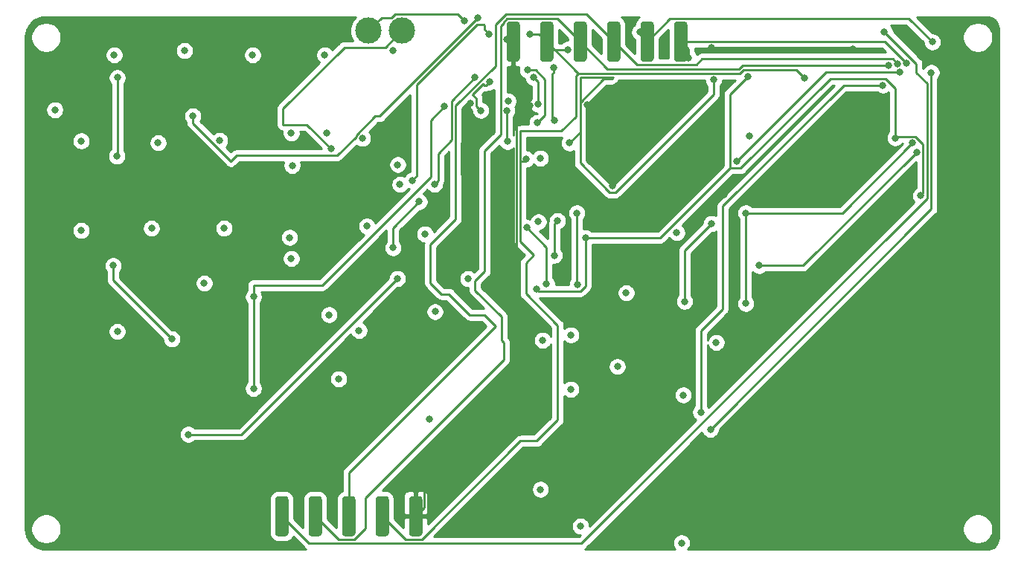
<source format=gbr>
G04 #@! TF.GenerationSoftware,KiCad,Pcbnew,(5.1.0)-1*
G04 #@! TF.CreationDate,2019-08-29T13:47:09+02:00*
G04 #@! TF.ProjectId,atkeyboard,61746b65-7962-46f6-9172-642e6b696361,rev?*
G04 #@! TF.SameCoordinates,Original*
G04 #@! TF.FileFunction,Copper,L2,Bot*
G04 #@! TF.FilePolarity,Positive*
%FSLAX46Y46*%
G04 Gerber Fmt 4.6, Leading zero omitted, Abs format (unit mm)*
G04 Created by KiCad (PCBNEW (5.1.0)-1) date 2019-08-29 13:47:09*
%MOMM*%
%LPD*%
G04 APERTURE LIST*
%ADD10C,0.100000*%
%ADD11C,1.524000*%
%ADD12C,2.999740*%
%ADD13C,0.800000*%
%ADD14C,0.250000*%
%ADD15C,0.254000*%
G04 APERTURE END LIST*
D10*
G36*
X118228345Y-147255835D02*
G01*
X118265329Y-147261321D01*
X118301598Y-147270406D01*
X118336802Y-147283002D01*
X118370602Y-147298988D01*
X118402672Y-147318210D01*
X118432704Y-147340483D01*
X118460408Y-147365592D01*
X118485517Y-147393296D01*
X118507790Y-147423328D01*
X118527012Y-147455398D01*
X118542998Y-147489198D01*
X118555594Y-147524402D01*
X118564679Y-147560671D01*
X118570165Y-147597655D01*
X118572000Y-147635000D01*
X118572000Y-151445000D01*
X118570165Y-151482345D01*
X118564679Y-151519329D01*
X118555594Y-151555598D01*
X118542998Y-151590802D01*
X118527012Y-151624602D01*
X118507790Y-151656672D01*
X118485517Y-151686704D01*
X118460408Y-151714408D01*
X118432704Y-151739517D01*
X118402672Y-151761790D01*
X118370602Y-151781012D01*
X118336802Y-151796998D01*
X118301598Y-151809594D01*
X118265329Y-151818679D01*
X118228345Y-151824165D01*
X118191000Y-151826000D01*
X117429000Y-151826000D01*
X117391655Y-151824165D01*
X117354671Y-151818679D01*
X117318402Y-151809594D01*
X117283198Y-151796998D01*
X117249398Y-151781012D01*
X117217328Y-151761790D01*
X117187296Y-151739517D01*
X117159592Y-151714408D01*
X117134483Y-151686704D01*
X117112210Y-151656672D01*
X117092988Y-151624602D01*
X117077002Y-151590802D01*
X117064406Y-151555598D01*
X117055321Y-151519329D01*
X117049835Y-151482345D01*
X117048000Y-151445000D01*
X117048000Y-147635000D01*
X117049835Y-147597655D01*
X117055321Y-147560671D01*
X117064406Y-147524402D01*
X117077002Y-147489198D01*
X117092988Y-147455398D01*
X117112210Y-147423328D01*
X117134483Y-147393296D01*
X117159592Y-147365592D01*
X117187296Y-147340483D01*
X117217328Y-147318210D01*
X117249398Y-147298988D01*
X117283198Y-147283002D01*
X117318402Y-147270406D01*
X117354671Y-147261321D01*
X117391655Y-147255835D01*
X117429000Y-147254000D01*
X118191000Y-147254000D01*
X118228345Y-147255835D01*
X118228345Y-147255835D01*
G37*
D11*
X117810000Y-149540000D03*
D10*
G36*
X122038345Y-147255835D02*
G01*
X122075329Y-147261321D01*
X122111598Y-147270406D01*
X122146802Y-147283002D01*
X122180602Y-147298988D01*
X122212672Y-147318210D01*
X122242704Y-147340483D01*
X122270408Y-147365592D01*
X122295517Y-147393296D01*
X122317790Y-147423328D01*
X122337012Y-147455398D01*
X122352998Y-147489198D01*
X122365594Y-147524402D01*
X122374679Y-147560671D01*
X122380165Y-147597655D01*
X122382000Y-147635000D01*
X122382000Y-151445000D01*
X122380165Y-151482345D01*
X122374679Y-151519329D01*
X122365594Y-151555598D01*
X122352998Y-151590802D01*
X122337012Y-151624602D01*
X122317790Y-151656672D01*
X122295517Y-151686704D01*
X122270408Y-151714408D01*
X122242704Y-151739517D01*
X122212672Y-151761790D01*
X122180602Y-151781012D01*
X122146802Y-151796998D01*
X122111598Y-151809594D01*
X122075329Y-151818679D01*
X122038345Y-151824165D01*
X122001000Y-151826000D01*
X121239000Y-151826000D01*
X121201655Y-151824165D01*
X121164671Y-151818679D01*
X121128402Y-151809594D01*
X121093198Y-151796998D01*
X121059398Y-151781012D01*
X121027328Y-151761790D01*
X120997296Y-151739517D01*
X120969592Y-151714408D01*
X120944483Y-151686704D01*
X120922210Y-151656672D01*
X120902988Y-151624602D01*
X120887002Y-151590802D01*
X120874406Y-151555598D01*
X120865321Y-151519329D01*
X120859835Y-151482345D01*
X120858000Y-151445000D01*
X120858000Y-147635000D01*
X120859835Y-147597655D01*
X120865321Y-147560671D01*
X120874406Y-147524402D01*
X120887002Y-147489198D01*
X120902988Y-147455398D01*
X120922210Y-147423328D01*
X120944483Y-147393296D01*
X120969592Y-147365592D01*
X120997296Y-147340483D01*
X121027328Y-147318210D01*
X121059398Y-147298988D01*
X121093198Y-147283002D01*
X121128402Y-147270406D01*
X121164671Y-147261321D01*
X121201655Y-147255835D01*
X121239000Y-147254000D01*
X122001000Y-147254000D01*
X122038345Y-147255835D01*
X122038345Y-147255835D01*
G37*
D11*
X121620000Y-149540000D03*
D10*
G36*
X125848345Y-147255835D02*
G01*
X125885329Y-147261321D01*
X125921598Y-147270406D01*
X125956802Y-147283002D01*
X125990602Y-147298988D01*
X126022672Y-147318210D01*
X126052704Y-147340483D01*
X126080408Y-147365592D01*
X126105517Y-147393296D01*
X126127790Y-147423328D01*
X126147012Y-147455398D01*
X126162998Y-147489198D01*
X126175594Y-147524402D01*
X126184679Y-147560671D01*
X126190165Y-147597655D01*
X126192000Y-147635000D01*
X126192000Y-151445000D01*
X126190165Y-151482345D01*
X126184679Y-151519329D01*
X126175594Y-151555598D01*
X126162998Y-151590802D01*
X126147012Y-151624602D01*
X126127790Y-151656672D01*
X126105517Y-151686704D01*
X126080408Y-151714408D01*
X126052704Y-151739517D01*
X126022672Y-151761790D01*
X125990602Y-151781012D01*
X125956802Y-151796998D01*
X125921598Y-151809594D01*
X125885329Y-151818679D01*
X125848345Y-151824165D01*
X125811000Y-151826000D01*
X125049000Y-151826000D01*
X125011655Y-151824165D01*
X124974671Y-151818679D01*
X124938402Y-151809594D01*
X124903198Y-151796998D01*
X124869398Y-151781012D01*
X124837328Y-151761790D01*
X124807296Y-151739517D01*
X124779592Y-151714408D01*
X124754483Y-151686704D01*
X124732210Y-151656672D01*
X124712988Y-151624602D01*
X124697002Y-151590802D01*
X124684406Y-151555598D01*
X124675321Y-151519329D01*
X124669835Y-151482345D01*
X124668000Y-151445000D01*
X124668000Y-147635000D01*
X124669835Y-147597655D01*
X124675321Y-147560671D01*
X124684406Y-147524402D01*
X124697002Y-147489198D01*
X124712988Y-147455398D01*
X124732210Y-147423328D01*
X124754483Y-147393296D01*
X124779592Y-147365592D01*
X124807296Y-147340483D01*
X124837328Y-147318210D01*
X124869398Y-147298988D01*
X124903198Y-147283002D01*
X124938402Y-147270406D01*
X124974671Y-147261321D01*
X125011655Y-147255835D01*
X125049000Y-147254000D01*
X125811000Y-147254000D01*
X125848345Y-147255835D01*
X125848345Y-147255835D01*
G37*
D11*
X125430000Y-149540000D03*
D10*
G36*
X129658345Y-147255835D02*
G01*
X129695329Y-147261321D01*
X129731598Y-147270406D01*
X129766802Y-147283002D01*
X129800602Y-147298988D01*
X129832672Y-147318210D01*
X129862704Y-147340483D01*
X129890408Y-147365592D01*
X129915517Y-147393296D01*
X129937790Y-147423328D01*
X129957012Y-147455398D01*
X129972998Y-147489198D01*
X129985594Y-147524402D01*
X129994679Y-147560671D01*
X130000165Y-147597655D01*
X130002000Y-147635000D01*
X130002000Y-151445000D01*
X130000165Y-151482345D01*
X129994679Y-151519329D01*
X129985594Y-151555598D01*
X129972998Y-151590802D01*
X129957012Y-151624602D01*
X129937790Y-151656672D01*
X129915517Y-151686704D01*
X129890408Y-151714408D01*
X129862704Y-151739517D01*
X129832672Y-151761790D01*
X129800602Y-151781012D01*
X129766802Y-151796998D01*
X129731598Y-151809594D01*
X129695329Y-151818679D01*
X129658345Y-151824165D01*
X129621000Y-151826000D01*
X128859000Y-151826000D01*
X128821655Y-151824165D01*
X128784671Y-151818679D01*
X128748402Y-151809594D01*
X128713198Y-151796998D01*
X128679398Y-151781012D01*
X128647328Y-151761790D01*
X128617296Y-151739517D01*
X128589592Y-151714408D01*
X128564483Y-151686704D01*
X128542210Y-151656672D01*
X128522988Y-151624602D01*
X128507002Y-151590802D01*
X128494406Y-151555598D01*
X128485321Y-151519329D01*
X128479835Y-151482345D01*
X128478000Y-151445000D01*
X128478000Y-147635000D01*
X128479835Y-147597655D01*
X128485321Y-147560671D01*
X128494406Y-147524402D01*
X128507002Y-147489198D01*
X128522988Y-147455398D01*
X128542210Y-147423328D01*
X128564483Y-147393296D01*
X128589592Y-147365592D01*
X128617296Y-147340483D01*
X128647328Y-147318210D01*
X128679398Y-147298988D01*
X128713198Y-147283002D01*
X128748402Y-147270406D01*
X128784671Y-147261321D01*
X128821655Y-147255835D01*
X128859000Y-147254000D01*
X129621000Y-147254000D01*
X129658345Y-147255835D01*
X129658345Y-147255835D01*
G37*
D11*
X129240000Y-149540000D03*
D10*
G36*
X133468345Y-147255835D02*
G01*
X133505329Y-147261321D01*
X133541598Y-147270406D01*
X133576802Y-147283002D01*
X133610602Y-147298988D01*
X133642672Y-147318210D01*
X133672704Y-147340483D01*
X133700408Y-147365592D01*
X133725517Y-147393296D01*
X133747790Y-147423328D01*
X133767012Y-147455398D01*
X133782998Y-147489198D01*
X133795594Y-147524402D01*
X133804679Y-147560671D01*
X133810165Y-147597655D01*
X133812000Y-147635000D01*
X133812000Y-151445000D01*
X133810165Y-151482345D01*
X133804679Y-151519329D01*
X133795594Y-151555598D01*
X133782998Y-151590802D01*
X133767012Y-151624602D01*
X133747790Y-151656672D01*
X133725517Y-151686704D01*
X133700408Y-151714408D01*
X133672704Y-151739517D01*
X133642672Y-151761790D01*
X133610602Y-151781012D01*
X133576802Y-151796998D01*
X133541598Y-151809594D01*
X133505329Y-151818679D01*
X133468345Y-151824165D01*
X133431000Y-151826000D01*
X132669000Y-151826000D01*
X132631655Y-151824165D01*
X132594671Y-151818679D01*
X132558402Y-151809594D01*
X132523198Y-151796998D01*
X132489398Y-151781012D01*
X132457328Y-151761790D01*
X132427296Y-151739517D01*
X132399592Y-151714408D01*
X132374483Y-151686704D01*
X132352210Y-151656672D01*
X132332988Y-151624602D01*
X132317002Y-151590802D01*
X132304406Y-151555598D01*
X132295321Y-151519329D01*
X132289835Y-151482345D01*
X132288000Y-151445000D01*
X132288000Y-147635000D01*
X132289835Y-147597655D01*
X132295321Y-147560671D01*
X132304406Y-147524402D01*
X132317002Y-147489198D01*
X132332988Y-147455398D01*
X132352210Y-147423328D01*
X132374483Y-147393296D01*
X132399592Y-147365592D01*
X132427296Y-147340483D01*
X132457328Y-147318210D01*
X132489398Y-147298988D01*
X132523198Y-147283002D01*
X132558402Y-147270406D01*
X132594671Y-147261321D01*
X132631655Y-147255835D01*
X132669000Y-147254000D01*
X133431000Y-147254000D01*
X133468345Y-147255835D01*
X133468345Y-147255835D01*
G37*
D11*
X133050000Y-149540000D03*
D10*
G36*
X163608345Y-93175835D02*
G01*
X163645329Y-93181321D01*
X163681598Y-93190406D01*
X163716802Y-93203002D01*
X163750602Y-93218988D01*
X163782672Y-93238210D01*
X163812704Y-93260483D01*
X163840408Y-93285592D01*
X163865517Y-93313296D01*
X163887790Y-93343328D01*
X163907012Y-93375398D01*
X163922998Y-93409198D01*
X163935594Y-93444402D01*
X163944679Y-93480671D01*
X163950165Y-93517655D01*
X163952000Y-93555000D01*
X163952000Y-97365000D01*
X163950165Y-97402345D01*
X163944679Y-97439329D01*
X163935594Y-97475598D01*
X163922998Y-97510802D01*
X163907012Y-97544602D01*
X163887790Y-97576672D01*
X163865517Y-97606704D01*
X163840408Y-97634408D01*
X163812704Y-97659517D01*
X163782672Y-97681790D01*
X163750602Y-97701012D01*
X163716802Y-97716998D01*
X163681598Y-97729594D01*
X163645329Y-97738679D01*
X163608345Y-97744165D01*
X163571000Y-97746000D01*
X162809000Y-97746000D01*
X162771655Y-97744165D01*
X162734671Y-97738679D01*
X162698402Y-97729594D01*
X162663198Y-97716998D01*
X162629398Y-97701012D01*
X162597328Y-97681790D01*
X162567296Y-97659517D01*
X162539592Y-97634408D01*
X162514483Y-97606704D01*
X162492210Y-97576672D01*
X162472988Y-97544602D01*
X162457002Y-97510802D01*
X162444406Y-97475598D01*
X162435321Y-97439329D01*
X162429835Y-97402345D01*
X162428000Y-97365000D01*
X162428000Y-93555000D01*
X162429835Y-93517655D01*
X162435321Y-93480671D01*
X162444406Y-93444402D01*
X162457002Y-93409198D01*
X162472988Y-93375398D01*
X162492210Y-93343328D01*
X162514483Y-93313296D01*
X162539592Y-93285592D01*
X162567296Y-93260483D01*
X162597328Y-93238210D01*
X162629398Y-93218988D01*
X162663198Y-93203002D01*
X162698402Y-93190406D01*
X162734671Y-93181321D01*
X162771655Y-93175835D01*
X162809000Y-93174000D01*
X163571000Y-93174000D01*
X163608345Y-93175835D01*
X163608345Y-93175835D01*
G37*
D11*
X163190000Y-95460000D03*
D10*
G36*
X159798345Y-93175835D02*
G01*
X159835329Y-93181321D01*
X159871598Y-93190406D01*
X159906802Y-93203002D01*
X159940602Y-93218988D01*
X159972672Y-93238210D01*
X160002704Y-93260483D01*
X160030408Y-93285592D01*
X160055517Y-93313296D01*
X160077790Y-93343328D01*
X160097012Y-93375398D01*
X160112998Y-93409198D01*
X160125594Y-93444402D01*
X160134679Y-93480671D01*
X160140165Y-93517655D01*
X160142000Y-93555000D01*
X160142000Y-97365000D01*
X160140165Y-97402345D01*
X160134679Y-97439329D01*
X160125594Y-97475598D01*
X160112998Y-97510802D01*
X160097012Y-97544602D01*
X160077790Y-97576672D01*
X160055517Y-97606704D01*
X160030408Y-97634408D01*
X160002704Y-97659517D01*
X159972672Y-97681790D01*
X159940602Y-97701012D01*
X159906802Y-97716998D01*
X159871598Y-97729594D01*
X159835329Y-97738679D01*
X159798345Y-97744165D01*
X159761000Y-97746000D01*
X158999000Y-97746000D01*
X158961655Y-97744165D01*
X158924671Y-97738679D01*
X158888402Y-97729594D01*
X158853198Y-97716998D01*
X158819398Y-97701012D01*
X158787328Y-97681790D01*
X158757296Y-97659517D01*
X158729592Y-97634408D01*
X158704483Y-97606704D01*
X158682210Y-97576672D01*
X158662988Y-97544602D01*
X158647002Y-97510802D01*
X158634406Y-97475598D01*
X158625321Y-97439329D01*
X158619835Y-97402345D01*
X158618000Y-97365000D01*
X158618000Y-93555000D01*
X158619835Y-93517655D01*
X158625321Y-93480671D01*
X158634406Y-93444402D01*
X158647002Y-93409198D01*
X158662988Y-93375398D01*
X158682210Y-93343328D01*
X158704483Y-93313296D01*
X158729592Y-93285592D01*
X158757296Y-93260483D01*
X158787328Y-93238210D01*
X158819398Y-93218988D01*
X158853198Y-93203002D01*
X158888402Y-93190406D01*
X158924671Y-93181321D01*
X158961655Y-93175835D01*
X158999000Y-93174000D01*
X159761000Y-93174000D01*
X159798345Y-93175835D01*
X159798345Y-93175835D01*
G37*
D11*
X159380000Y-95460000D03*
D10*
G36*
X155988345Y-93175835D02*
G01*
X156025329Y-93181321D01*
X156061598Y-93190406D01*
X156096802Y-93203002D01*
X156130602Y-93218988D01*
X156162672Y-93238210D01*
X156192704Y-93260483D01*
X156220408Y-93285592D01*
X156245517Y-93313296D01*
X156267790Y-93343328D01*
X156287012Y-93375398D01*
X156302998Y-93409198D01*
X156315594Y-93444402D01*
X156324679Y-93480671D01*
X156330165Y-93517655D01*
X156332000Y-93555000D01*
X156332000Y-97365000D01*
X156330165Y-97402345D01*
X156324679Y-97439329D01*
X156315594Y-97475598D01*
X156302998Y-97510802D01*
X156287012Y-97544602D01*
X156267790Y-97576672D01*
X156245517Y-97606704D01*
X156220408Y-97634408D01*
X156192704Y-97659517D01*
X156162672Y-97681790D01*
X156130602Y-97701012D01*
X156096802Y-97716998D01*
X156061598Y-97729594D01*
X156025329Y-97738679D01*
X155988345Y-97744165D01*
X155951000Y-97746000D01*
X155189000Y-97746000D01*
X155151655Y-97744165D01*
X155114671Y-97738679D01*
X155078402Y-97729594D01*
X155043198Y-97716998D01*
X155009398Y-97701012D01*
X154977328Y-97681790D01*
X154947296Y-97659517D01*
X154919592Y-97634408D01*
X154894483Y-97606704D01*
X154872210Y-97576672D01*
X154852988Y-97544602D01*
X154837002Y-97510802D01*
X154824406Y-97475598D01*
X154815321Y-97439329D01*
X154809835Y-97402345D01*
X154808000Y-97365000D01*
X154808000Y-93555000D01*
X154809835Y-93517655D01*
X154815321Y-93480671D01*
X154824406Y-93444402D01*
X154837002Y-93409198D01*
X154852988Y-93375398D01*
X154872210Y-93343328D01*
X154894483Y-93313296D01*
X154919592Y-93285592D01*
X154947296Y-93260483D01*
X154977328Y-93238210D01*
X155009398Y-93218988D01*
X155043198Y-93203002D01*
X155078402Y-93190406D01*
X155114671Y-93181321D01*
X155151655Y-93175835D01*
X155189000Y-93174000D01*
X155951000Y-93174000D01*
X155988345Y-93175835D01*
X155988345Y-93175835D01*
G37*
D11*
X155570000Y-95460000D03*
D10*
G36*
X152178345Y-93175835D02*
G01*
X152215329Y-93181321D01*
X152251598Y-93190406D01*
X152286802Y-93203002D01*
X152320602Y-93218988D01*
X152352672Y-93238210D01*
X152382704Y-93260483D01*
X152410408Y-93285592D01*
X152435517Y-93313296D01*
X152457790Y-93343328D01*
X152477012Y-93375398D01*
X152492998Y-93409198D01*
X152505594Y-93444402D01*
X152514679Y-93480671D01*
X152520165Y-93517655D01*
X152522000Y-93555000D01*
X152522000Y-97365000D01*
X152520165Y-97402345D01*
X152514679Y-97439329D01*
X152505594Y-97475598D01*
X152492998Y-97510802D01*
X152477012Y-97544602D01*
X152457790Y-97576672D01*
X152435517Y-97606704D01*
X152410408Y-97634408D01*
X152382704Y-97659517D01*
X152352672Y-97681790D01*
X152320602Y-97701012D01*
X152286802Y-97716998D01*
X152251598Y-97729594D01*
X152215329Y-97738679D01*
X152178345Y-97744165D01*
X152141000Y-97746000D01*
X151379000Y-97746000D01*
X151341655Y-97744165D01*
X151304671Y-97738679D01*
X151268402Y-97729594D01*
X151233198Y-97716998D01*
X151199398Y-97701012D01*
X151167328Y-97681790D01*
X151137296Y-97659517D01*
X151109592Y-97634408D01*
X151084483Y-97606704D01*
X151062210Y-97576672D01*
X151042988Y-97544602D01*
X151027002Y-97510802D01*
X151014406Y-97475598D01*
X151005321Y-97439329D01*
X150999835Y-97402345D01*
X150998000Y-97365000D01*
X150998000Y-93555000D01*
X150999835Y-93517655D01*
X151005321Y-93480671D01*
X151014406Y-93444402D01*
X151027002Y-93409198D01*
X151042988Y-93375398D01*
X151062210Y-93343328D01*
X151084483Y-93313296D01*
X151109592Y-93285592D01*
X151137296Y-93260483D01*
X151167328Y-93238210D01*
X151199398Y-93218988D01*
X151233198Y-93203002D01*
X151268402Y-93190406D01*
X151304671Y-93181321D01*
X151341655Y-93175835D01*
X151379000Y-93174000D01*
X152141000Y-93174000D01*
X152178345Y-93175835D01*
X152178345Y-93175835D01*
G37*
D11*
X151760000Y-95460000D03*
D10*
G36*
X148368345Y-93175835D02*
G01*
X148405329Y-93181321D01*
X148441598Y-93190406D01*
X148476802Y-93203002D01*
X148510602Y-93218988D01*
X148542672Y-93238210D01*
X148572704Y-93260483D01*
X148600408Y-93285592D01*
X148625517Y-93313296D01*
X148647790Y-93343328D01*
X148667012Y-93375398D01*
X148682998Y-93409198D01*
X148695594Y-93444402D01*
X148704679Y-93480671D01*
X148710165Y-93517655D01*
X148712000Y-93555000D01*
X148712000Y-97365000D01*
X148710165Y-97402345D01*
X148704679Y-97439329D01*
X148695594Y-97475598D01*
X148682998Y-97510802D01*
X148667012Y-97544602D01*
X148647790Y-97576672D01*
X148625517Y-97606704D01*
X148600408Y-97634408D01*
X148572704Y-97659517D01*
X148542672Y-97681790D01*
X148510602Y-97701012D01*
X148476802Y-97716998D01*
X148441598Y-97729594D01*
X148405329Y-97738679D01*
X148368345Y-97744165D01*
X148331000Y-97746000D01*
X147569000Y-97746000D01*
X147531655Y-97744165D01*
X147494671Y-97738679D01*
X147458402Y-97729594D01*
X147423198Y-97716998D01*
X147389398Y-97701012D01*
X147357328Y-97681790D01*
X147327296Y-97659517D01*
X147299592Y-97634408D01*
X147274483Y-97606704D01*
X147252210Y-97576672D01*
X147232988Y-97544602D01*
X147217002Y-97510802D01*
X147204406Y-97475598D01*
X147195321Y-97439329D01*
X147189835Y-97402345D01*
X147188000Y-97365000D01*
X147188000Y-93555000D01*
X147189835Y-93517655D01*
X147195321Y-93480671D01*
X147204406Y-93444402D01*
X147217002Y-93409198D01*
X147232988Y-93375398D01*
X147252210Y-93343328D01*
X147274483Y-93313296D01*
X147299592Y-93285592D01*
X147327296Y-93260483D01*
X147357328Y-93238210D01*
X147389398Y-93218988D01*
X147423198Y-93203002D01*
X147458402Y-93190406D01*
X147494671Y-93181321D01*
X147531655Y-93175835D01*
X147569000Y-93174000D01*
X148331000Y-93174000D01*
X148368345Y-93175835D01*
X148368345Y-93175835D01*
G37*
D11*
X147950000Y-95460000D03*
D10*
G36*
X144558345Y-93175835D02*
G01*
X144595329Y-93181321D01*
X144631598Y-93190406D01*
X144666802Y-93203002D01*
X144700602Y-93218988D01*
X144732672Y-93238210D01*
X144762704Y-93260483D01*
X144790408Y-93285592D01*
X144815517Y-93313296D01*
X144837790Y-93343328D01*
X144857012Y-93375398D01*
X144872998Y-93409198D01*
X144885594Y-93444402D01*
X144894679Y-93480671D01*
X144900165Y-93517655D01*
X144902000Y-93555000D01*
X144902000Y-97365000D01*
X144900165Y-97402345D01*
X144894679Y-97439329D01*
X144885594Y-97475598D01*
X144872998Y-97510802D01*
X144857012Y-97544602D01*
X144837790Y-97576672D01*
X144815517Y-97606704D01*
X144790408Y-97634408D01*
X144762704Y-97659517D01*
X144732672Y-97681790D01*
X144700602Y-97701012D01*
X144666802Y-97716998D01*
X144631598Y-97729594D01*
X144595329Y-97738679D01*
X144558345Y-97744165D01*
X144521000Y-97746000D01*
X143759000Y-97746000D01*
X143721655Y-97744165D01*
X143684671Y-97738679D01*
X143648402Y-97729594D01*
X143613198Y-97716998D01*
X143579398Y-97701012D01*
X143547328Y-97681790D01*
X143517296Y-97659517D01*
X143489592Y-97634408D01*
X143464483Y-97606704D01*
X143442210Y-97576672D01*
X143422988Y-97544602D01*
X143407002Y-97510802D01*
X143394406Y-97475598D01*
X143385321Y-97439329D01*
X143379835Y-97402345D01*
X143378000Y-97365000D01*
X143378000Y-93555000D01*
X143379835Y-93517655D01*
X143385321Y-93480671D01*
X143394406Y-93444402D01*
X143407002Y-93409198D01*
X143422988Y-93375398D01*
X143442210Y-93343328D01*
X143464483Y-93313296D01*
X143489592Y-93285592D01*
X143517296Y-93260483D01*
X143547328Y-93238210D01*
X143579398Y-93218988D01*
X143613198Y-93203002D01*
X143648402Y-93190406D01*
X143684671Y-93181321D01*
X143721655Y-93175835D01*
X143759000Y-93174000D01*
X144521000Y-93174000D01*
X144558345Y-93175835D01*
X144558345Y-93175835D01*
G37*
D11*
X144140000Y-95460000D03*
D12*
X131508500Y-94234000D03*
X127698500Y-94234000D03*
D13*
X92000000Y-103250000D03*
X139000000Y-122500000D03*
X109000000Y-123000000D03*
X156000000Y-132500000D03*
X157000000Y-124100000D03*
X131250000Y-111750000D03*
X98750000Y-97000000D03*
X106750000Y-96500000D03*
X114500000Y-97000000D03*
X122700000Y-97000000D03*
X130500000Y-96500000D03*
X131000000Y-109500000D03*
X127000000Y-106500000D03*
X110750000Y-106750000D03*
X103750000Y-107000000D03*
X95000000Y-106800000D03*
X95000000Y-117000000D03*
X103000000Y-116750000D03*
X111250000Y-116750000D03*
X127500000Y-116500000D03*
X134100000Y-117400000D03*
X135250000Y-126250000D03*
X126600000Y-128400000D03*
X123200000Y-126600000D03*
X99100000Y-128500000D03*
X124300000Y-133900000D03*
X147250000Y-146500000D03*
X147500000Y-129500000D03*
X147250000Y-108750000D03*
X147000000Y-116000000D03*
X150700000Y-128900000D03*
X150700000Y-135100000D03*
X162750000Y-117250000D03*
X163500000Y-135750000D03*
X167250000Y-129750000D03*
X171000000Y-106250000D03*
X134600000Y-138500000D03*
X151800000Y-150700000D03*
X163300000Y-152600000D03*
X118700000Y-117800000D03*
X118900000Y-120200000D03*
X118900000Y-105900000D03*
X122900000Y-105900000D03*
X119000000Y-109600000D03*
X152565100Y-102654100D03*
X186202500Y-100451300D03*
X165488500Y-137707400D03*
X140131500Y-92779800D03*
X107688200Y-103959600D03*
X130970800Y-122478900D03*
X107181800Y-140224800D03*
X190056900Y-108063400D03*
X172128700Y-121000000D03*
X191702500Y-99000000D03*
X166575000Y-139674700D03*
X170837100Y-99457000D03*
X146802100Y-123674700D03*
X187600000Y-106450500D03*
X190507200Y-113040600D03*
X152358200Y-117815400D03*
X170601800Y-125320100D03*
X189593000Y-107016400D03*
X170601800Y-115000000D03*
X98628900Y-121000000D03*
X105310500Y-129362400D03*
X186377100Y-94348100D03*
X139250000Y-102500000D03*
X122250000Y-143500000D03*
X161250000Y-102500000D03*
X178500000Y-148000000D03*
X196250000Y-130750000D03*
X195000000Y-111500000D03*
X139000000Y-106250000D03*
X115100000Y-146750000D03*
X107000000Y-146500000D03*
X98750000Y-146750000D03*
X155000000Y-107250000D03*
X159250000Y-116250000D03*
X171700000Y-141900000D03*
X161213800Y-95351600D03*
X157530800Y-95199200D03*
X149936200Y-95199200D03*
X153581100Y-95275400D03*
X91440000Y-144780000D03*
X144961900Y-100279000D03*
X134000000Y-143500000D03*
X174750000Y-110750000D03*
X180500000Y-113500000D03*
X146000000Y-102750000D03*
X138100000Y-138900000D03*
X152800000Y-147800000D03*
X184200000Y-110600000D03*
X151100000Y-139000000D03*
X126580900Y-141859000D03*
X155435300Y-111925100D03*
X195600000Y-100750000D03*
X166687500Y-96185000D03*
X182765700Y-96304100D03*
X139433300Y-111760000D03*
X142011400Y-111785400D03*
X168122600Y-112877600D03*
X143425000Y-95249986D03*
X177249800Y-99616400D03*
X147950000Y-95460000D03*
X150355300Y-96367600D03*
X146004102Y-94607200D03*
X132664200Y-111290100D03*
X135191500Y-111721900D03*
X139816847Y-99557847D03*
X143425000Y-103314500D03*
X143497300Y-106857800D03*
X141425300Y-94607200D03*
X145600300Y-108877100D03*
X114604700Y-124559100D03*
X114604700Y-135000000D03*
X136347200Y-102870000D03*
X140462000Y-103314500D03*
X143560800Y-102247700D03*
X146456400Y-99554000D03*
X146992763Y-102629900D03*
X141443347Y-100085253D03*
X99110800Y-99568000D03*
X99034600Y-108534200D03*
X151384900Y-115000000D03*
X151451500Y-123188800D03*
X163640000Y-125084000D03*
X166706900Y-116203100D03*
X145701200Y-116667000D03*
X147944000Y-123072800D03*
X186839800Y-98156700D03*
X187880000Y-97984300D03*
X188906300Y-97956300D03*
X164084000Y-97307400D03*
X148729700Y-98448000D03*
X148831300Y-104470200D03*
X150545800Y-107022900D03*
X166949700Y-99834700D03*
X191827000Y-95513600D03*
X158546800Y-94393900D03*
X188161100Y-98986000D03*
X169551800Y-109147100D03*
X138569700Y-93075010D03*
X145770600Y-98717100D03*
X146875500Y-104724200D03*
X149186900Y-115887500D03*
X148818600Y-119837200D03*
X130479800Y-118960900D03*
X133451600Y-113715800D03*
X123431300Y-107696000D03*
D14*
X165488500Y-128411500D02*
X165488500Y-137707400D01*
X167975001Y-125924999D02*
X165488500Y-128411500D01*
X167975001Y-114224999D02*
X167975001Y-125924999D01*
X186202500Y-100451300D02*
X181748700Y-100451300D01*
X181748700Y-100451300D02*
X167975001Y-114224999D01*
X128951700Y-103959600D02*
X140131500Y-92779800D01*
X107688200Y-104761202D02*
X112019998Y-109093000D01*
X107688200Y-103959600D02*
X107688200Y-104761202D01*
X126274999Y-106287401D02*
X126274999Y-106151999D01*
X124141399Y-108421001D02*
X126274999Y-106287401D01*
X112019998Y-109093000D02*
X112691997Y-108421001D01*
X112691997Y-108421001D02*
X124141399Y-108421001D01*
X128467398Y-103959600D02*
X128951700Y-103959600D01*
X126274999Y-106151999D02*
X128467398Y-103959600D01*
X172128700Y-121000000D02*
X177120300Y-121000000D01*
X177120300Y-121000000D02*
X190056900Y-108063400D01*
X130970800Y-122478900D02*
X113224900Y-140224800D01*
X113224900Y-140224800D02*
X107181800Y-140224800D01*
X191702500Y-99000000D02*
X191702500Y-114547200D01*
X191702500Y-114547200D02*
X166575000Y-139674700D01*
X168810100Y-109893100D02*
X170038100Y-109893100D01*
X170038100Y-109893100D02*
X180218500Y-99712700D01*
X180218500Y-99712700D02*
X186506100Y-99712700D01*
X186506100Y-99712700D02*
X187600000Y-100806600D01*
X187600000Y-100806600D02*
X187600000Y-106291100D01*
X152358200Y-117815400D02*
X160887800Y-117815400D01*
X160887800Y-117815400D02*
X168810100Y-109893100D01*
X168810100Y-109893100D02*
X168810100Y-101484000D01*
X168810100Y-101484000D02*
X170837100Y-99457000D01*
X152358200Y-117815400D02*
X152358200Y-123341700D01*
X152358200Y-123341700D02*
X151783300Y-123916600D01*
X151783300Y-123916600D02*
X147044000Y-123916600D01*
X147044000Y-123916600D02*
X146802100Y-123674700D01*
X187600000Y-106291100D02*
X187600000Y-106450500D01*
X190507200Y-113040600D02*
X190782200Y-112765600D01*
X190782200Y-112765600D02*
X190782200Y-107170600D01*
X190782200Y-107170600D02*
X189902700Y-106291100D01*
X189902700Y-106291100D02*
X187600000Y-106291100D01*
X170601800Y-115000000D02*
X170601800Y-125320100D01*
X170601800Y-115000000D02*
X181609400Y-115000000D01*
X181609400Y-115000000D02*
X189593000Y-107016400D01*
X98628900Y-121000000D02*
X98628900Y-122680800D01*
X98628900Y-122680800D02*
X105310500Y-129362400D01*
X186377100Y-94348100D02*
X190023000Y-97994000D01*
X190023000Y-97994000D02*
X190023000Y-99002700D01*
X190023000Y-99002700D02*
X191232600Y-100212300D01*
X191232600Y-100212300D02*
X191232600Y-113349800D01*
X191232600Y-113349800D02*
X151915500Y-152666900D01*
X151915500Y-152666900D02*
X120936900Y-152666900D01*
X120936900Y-152666900D02*
X117810000Y-149540000D01*
X107250000Y-146750000D02*
X107000000Y-146500000D01*
X115100000Y-146750000D02*
X107250000Y-146750000D01*
X99000000Y-146500000D02*
X98750000Y-146750000D01*
X107000000Y-146500000D02*
X99000000Y-146500000D01*
X98750000Y-146750000D02*
X94680000Y-146750000D01*
X93410000Y-146750000D02*
X91440000Y-144780000D01*
X93410000Y-148020000D02*
X93410000Y-146750000D01*
X94680000Y-146750000D02*
X93410000Y-148020000D01*
X144140000Y-95460000D02*
X144140000Y-100279000D01*
X144140000Y-100279000D02*
X144961900Y-100279000D01*
X144961900Y-101711900D02*
X146000000Y-102750000D01*
X144961900Y-100279000D02*
X144961900Y-101711900D01*
X177500000Y-113500000D02*
X180500000Y-113500000D01*
X174750000Y-110750000D02*
X177500000Y-113500000D01*
X183400000Y-110600000D02*
X184200000Y-110600000D01*
X180500000Y-113500000D02*
X183400000Y-110600000D01*
X134000000Y-148590000D02*
X134000000Y-143500000D01*
X133050000Y-149540000D02*
X134000000Y-148590000D01*
X138100000Y-139400000D02*
X138100000Y-138900000D01*
X134000000Y-143500000D02*
X138100000Y-139400000D01*
X138665685Y-138900000D02*
X138100000Y-138900000D01*
X146000000Y-103400000D02*
X144525890Y-104874110D01*
X146000000Y-102750000D02*
X146000000Y-103400000D01*
X144525890Y-104874110D02*
X144525890Y-134074110D01*
X144525890Y-134074110D02*
X140150000Y-138450000D01*
X140150000Y-138450000D02*
X139115685Y-138450000D01*
X139115685Y-138450000D02*
X138665685Y-138900000D01*
X151100000Y-139000000D02*
X151600000Y-139500000D01*
X151600000Y-146600000D02*
X152800000Y-147800000D01*
X151600000Y-139500000D02*
X151600000Y-146600000D01*
X123891000Y-141859000D02*
X122250000Y-143500000D01*
X126580900Y-141859000D02*
X123891000Y-141859000D01*
X155399999Y-106850001D02*
X155399999Y-106143801D01*
X155000000Y-107250000D02*
X155399999Y-106850001D01*
X159043800Y-102500000D02*
X161250000Y-102500000D01*
X161250000Y-102500000D02*
X162193400Y-102500000D01*
X155435300Y-107685300D02*
X155000000Y-107250000D01*
X155435300Y-111925100D02*
X155435300Y-107685300D01*
X195399999Y-111899999D02*
X195399999Y-112253099D01*
X195000000Y-111500000D02*
X195399999Y-111899999D01*
X195399999Y-112253099D02*
X197789800Y-114642900D01*
X197789800Y-129210200D02*
X196250000Y-130750000D01*
X197789800Y-114642900D02*
X197789800Y-129210200D01*
X195000000Y-111500000D02*
X195000000Y-110600100D01*
X195000000Y-110600100D02*
X197777100Y-107823000D01*
X197777100Y-107823000D02*
X197777100Y-102927100D01*
X197777100Y-102927100D02*
X195600000Y-100750000D01*
X166687500Y-96185000D02*
X182646600Y-96185000D01*
X182646600Y-96185000D02*
X182765700Y-96304100D01*
X139000000Y-102750000D02*
X139250000Y-102500000D01*
X139000000Y-106250000D02*
X139000000Y-102750000D01*
X138274999Y-110601699D02*
X139433300Y-111760000D01*
X139000000Y-106250000D02*
X138274999Y-106975001D01*
X138274999Y-106975001D02*
X138274999Y-110601699D01*
X156876699Y-103054099D02*
X157683200Y-103860600D01*
X152965099Y-103054099D02*
X156876699Y-103054099D01*
X152565100Y-102654100D02*
X152965099Y-103054099D01*
X155399999Y-106143801D02*
X157683200Y-103860600D01*
X157683200Y-103860600D02*
X159043800Y-102500000D01*
X177249800Y-99616400D02*
X176348500Y-98715100D01*
X176348500Y-98715100D02*
X170303200Y-98715100D01*
X170303200Y-98715100D02*
X169937500Y-99080800D01*
X147950000Y-95460000D02*
X151570800Y-99080800D01*
X144975900Y-140977900D02*
X133756200Y-152197600D01*
X133756200Y-152197600D02*
X131897600Y-152197600D01*
X131897600Y-152197600D02*
X129240000Y-149540000D01*
X144975900Y-105675700D02*
X144975900Y-106375900D01*
X144975900Y-106375900D02*
X144976199Y-106376199D01*
X144976199Y-118276199D02*
X146500000Y-119800000D01*
X145600000Y-120700000D02*
X145600000Y-124200000D01*
X146500000Y-119800000D02*
X145600000Y-120700000D01*
X145600000Y-124200000D02*
X149200000Y-127800000D01*
X149200000Y-127800000D02*
X149200000Y-138600000D01*
X146822100Y-140977900D02*
X144975900Y-140977900D01*
X149200000Y-138600000D02*
X146822100Y-140977900D01*
X169937500Y-99080800D02*
X152988800Y-99080800D01*
X152988800Y-99080800D02*
X151570800Y-99080800D01*
X148857600Y-96367600D02*
X147950000Y-95460000D01*
X150355300Y-96367600D02*
X148857600Y-96367600D01*
X144975900Y-105675700D02*
X149619700Y-105675700D01*
X149619700Y-105675700D02*
X151307800Y-103987600D01*
X151307800Y-99343800D02*
X151570800Y-99080800D01*
X151307800Y-103987600D02*
X151307800Y-99343800D01*
X147097200Y-94607200D02*
X147950000Y-95460000D01*
X146004102Y-94607200D02*
X147097200Y-94607200D01*
X135591499Y-111321901D02*
X135591499Y-108223101D01*
X135191500Y-111721900D02*
X135591499Y-111321901D01*
X137149990Y-102224704D02*
X139816847Y-99557847D01*
X135591499Y-108223101D02*
X137149990Y-106664610D01*
X137149990Y-106664610D02*
X137149990Y-102224704D01*
X143425000Y-103314500D02*
X143425000Y-106785500D01*
X143425000Y-106785500D02*
X143497300Y-106857800D01*
X140881100Y-94063000D02*
X141425300Y-94607200D01*
X132664200Y-111290100D02*
X133197600Y-110756700D01*
X133197600Y-100350110D02*
X140042909Y-93504801D01*
X133197600Y-110756700D02*
X133197600Y-100350110D01*
X140042909Y-93504801D02*
X140812301Y-93504801D01*
X140812301Y-93504801D02*
X140881100Y-93573600D01*
X140881100Y-93573600D02*
X140881100Y-94063000D01*
X145340601Y-109136799D02*
X145600300Y-108877100D01*
X144976199Y-109136799D02*
X145340601Y-109136799D01*
X144976199Y-109136799D02*
X144976199Y-118276199D01*
X144976199Y-106376199D02*
X144976199Y-109136799D01*
X114604700Y-124559100D02*
X114604700Y-123248800D01*
X114604700Y-135000000D02*
X114604700Y-124559100D01*
X122420000Y-123248800D02*
X134759700Y-110909100D01*
X114604700Y-123248800D02*
X122420000Y-123248800D01*
X134759700Y-110909100D02*
X134759700Y-104457500D01*
X134759700Y-104457500D02*
X136347200Y-102870000D01*
X140462000Y-103314500D02*
X140462000Y-103174800D01*
X146456400Y-99554000D02*
X146992763Y-100090363D01*
X146992763Y-100090363D02*
X146992763Y-102629900D01*
X141043348Y-100485252D02*
X141443347Y-100085253D01*
X140861662Y-100485252D02*
X141043348Y-100485252D01*
X140462000Y-103314500D02*
X139975001Y-102827501D01*
X139975001Y-102827501D02*
X139975001Y-101963901D01*
X139975001Y-101963901D02*
X139534900Y-101523800D01*
X139534900Y-101523800D02*
X139534900Y-101501510D01*
X139534900Y-101501510D02*
X140706410Y-100330000D01*
X140706410Y-100330000D02*
X140861662Y-100485252D01*
X99110800Y-99568000D02*
X99110800Y-108458000D01*
X99110800Y-108458000D02*
X99034600Y-108534200D01*
X151451500Y-123188800D02*
X151384900Y-123122200D01*
X151384900Y-123122200D02*
X151384900Y-115000000D01*
X163640000Y-125084000D02*
X163640000Y-119270000D01*
X163640000Y-119270000D02*
X166706900Y-116203100D01*
X147944000Y-123072800D02*
X147944000Y-118909800D01*
X147944000Y-118909800D02*
X145701200Y-116667000D01*
X186839800Y-98156700D02*
X170224700Y-98156700D01*
X170224700Y-98156700D02*
X169800500Y-98580900D01*
X169800500Y-98580900D02*
X154880900Y-98580900D01*
X154880900Y-98580900D02*
X151760000Y-95460000D01*
X126097100Y-152197700D02*
X124277700Y-152197700D01*
X127335000Y-150959800D02*
X126097100Y-152197700D01*
X142700000Y-93700000D02*
X142700000Y-106100000D01*
X124277700Y-152197700D02*
X121620000Y-149540000D01*
X143050900Y-93349100D02*
X142700000Y-93700000D01*
X127335000Y-147442300D02*
X127335000Y-150959800D01*
X142800000Y-129500000D02*
X143050900Y-129750900D01*
X151760000Y-95460000D02*
X149142500Y-92842500D01*
X149142500Y-92842500D02*
X143458700Y-92842500D01*
X142800000Y-126800000D02*
X142800000Y-129500000D01*
X142700000Y-106100000D02*
X140900000Y-107900000D01*
X140900000Y-107900000D02*
X140900000Y-121673002D01*
X140900000Y-121673002D02*
X139800000Y-122773002D01*
X139800000Y-122773002D02*
X139800000Y-123800000D01*
X139800000Y-123800000D02*
X142800000Y-126800000D01*
X143458700Y-92842500D02*
X143050900Y-93250300D01*
X143050900Y-129750900D02*
X143050900Y-131726400D01*
X143050900Y-93250300D02*
X143050900Y-93349100D01*
X143050900Y-131726400D02*
X127335000Y-147442300D01*
X155570000Y-95460000D02*
X152445400Y-92335400D01*
X152445400Y-92335400D02*
X143323200Y-92335400D01*
X143323200Y-92335400D02*
X142150300Y-93508300D01*
X142150300Y-127871500D02*
X125430000Y-144591800D01*
X125430000Y-144591800D02*
X125430000Y-149540000D01*
X187880000Y-97984300D02*
X187326000Y-97430300D01*
X187326000Y-97430300D02*
X165620500Y-97430300D01*
X165620500Y-97430300D02*
X164966900Y-98083900D01*
X164966900Y-98083900D02*
X158193900Y-98083900D01*
X158193900Y-98083900D02*
X155570000Y-95460000D01*
X142150300Y-93508300D02*
X142150300Y-98249700D01*
X142150300Y-98249700D02*
X137600000Y-102800000D01*
X137600000Y-115723002D02*
X134723002Y-118600000D01*
X137600000Y-102800000D02*
X137600000Y-115723002D01*
X134723002Y-118600000D02*
X134723002Y-122976998D01*
X135975001Y-124228997D02*
X136828997Y-124228997D01*
X134723002Y-122976998D02*
X135975001Y-124228997D01*
X136828997Y-124228997D02*
X139200000Y-126600000D01*
X140878800Y-126600000D02*
X142150300Y-127871500D01*
X139200000Y-126600000D02*
X140878800Y-126600000D01*
X163190000Y-95460000D02*
X186410000Y-95460000D01*
X186410000Y-95460000D02*
X188906300Y-97956300D01*
X164084000Y-96354000D02*
X163190000Y-95460000D01*
X164084000Y-97307400D02*
X164084000Y-96354000D01*
X148729700Y-99013685D02*
X148602700Y-99140685D01*
X148729700Y-98448000D02*
X148729700Y-99013685D01*
X148602700Y-99140685D02*
X148602700Y-104241600D01*
X148602700Y-104241600D02*
X148831300Y-104470200D01*
X154438498Y-99707700D02*
X154546300Y-99707700D01*
X151757810Y-102388388D02*
X154438498Y-99707700D01*
X150545800Y-107022900D02*
X151757810Y-105810890D01*
X151757810Y-105810890D02*
X151757810Y-102388388D01*
X155346400Y-99707700D02*
X155523290Y-99530810D01*
X154438498Y-99707700D02*
X155346400Y-99707700D01*
X151757810Y-99530810D02*
X151757808Y-109320610D01*
X155523290Y-99530810D02*
X151757810Y-99530810D01*
X151757808Y-109320610D02*
X155087299Y-112650101D01*
X155087299Y-112650101D02*
X155783301Y-112650101D01*
X155783301Y-112650101D02*
X166949700Y-101483702D01*
X166949700Y-101483702D02*
X166949700Y-99834700D01*
X159380000Y-95460000D02*
X162000500Y-92839500D01*
X162000500Y-92839500D02*
X189152900Y-92839500D01*
X189152900Y-92839500D02*
X191827000Y-95513600D01*
X158546800Y-94626800D02*
X159380000Y-95460000D01*
X158546800Y-94393900D02*
X158546800Y-94626800D01*
X169551800Y-109147100D02*
X179712900Y-98986000D01*
X179712900Y-98986000D02*
X188161100Y-98986000D01*
X130307559Y-92734131D02*
X130691680Y-92350010D01*
X127698500Y-94234000D02*
X129198369Y-92734131D01*
X129198369Y-92734131D02*
X130307559Y-92734131D01*
X130691680Y-92350010D02*
X137591800Y-92350010D01*
X137591800Y-92350010D02*
X137844700Y-92350010D01*
X137844700Y-92350010D02*
X138569700Y-93075010D01*
X146692502Y-98717100D02*
X147751800Y-99776398D01*
X145770600Y-98717100D02*
X146692502Y-98717100D01*
X147751800Y-99776398D02*
X147751800Y-103847900D01*
X147751800Y-103847900D02*
X146875500Y-104724200D01*
X148818600Y-116493298D02*
X148818600Y-119837200D01*
X149186900Y-115887500D02*
X148818600Y-116255800D01*
X148818600Y-116255800D02*
X148818600Y-116493298D01*
X130479800Y-118960900D02*
X130479800Y-116687600D01*
X130479800Y-116687600D02*
X133451600Y-113715800D01*
X123431300Y-107696000D02*
X120662700Y-104927400D01*
X120662700Y-104927400D02*
X117957600Y-104927400D01*
X117957600Y-104927400D02*
X117957600Y-103098600D01*
X117957600Y-103098600D02*
X124929900Y-96126300D01*
X129616200Y-96126300D02*
X131508500Y-94234000D01*
X124929900Y-96126300D02*
X129616200Y-96126300D01*
D15*
G36*
X198259659Y-92688625D02*
G01*
X198509429Y-92764035D01*
X198739792Y-92886522D01*
X198941980Y-93051422D01*
X199108286Y-93252450D01*
X199232378Y-93481954D01*
X199309531Y-93731195D01*
X199340000Y-94021088D01*
X199340001Y-151967711D01*
X199311375Y-152259660D01*
X199235965Y-152509429D01*
X199113477Y-152739794D01*
X198948579Y-152941979D01*
X198747546Y-153108288D01*
X198518046Y-153232378D01*
X198268805Y-153309531D01*
X197978911Y-153340000D01*
X164023711Y-153340000D01*
X164103937Y-153259774D01*
X164217205Y-153090256D01*
X164295226Y-152901898D01*
X164335000Y-152701939D01*
X164335000Y-152498061D01*
X164295226Y-152298102D01*
X164217205Y-152109744D01*
X164103937Y-151940226D01*
X163959774Y-151796063D01*
X163790256Y-151682795D01*
X163601898Y-151604774D01*
X163401939Y-151565000D01*
X163198061Y-151565000D01*
X162998102Y-151604774D01*
X162809744Y-151682795D01*
X162640226Y-151796063D01*
X162496063Y-151940226D01*
X162382795Y-152109744D01*
X162304774Y-152298102D01*
X162265000Y-152498061D01*
X162265000Y-152701939D01*
X162304774Y-152901898D01*
X162382795Y-153090256D01*
X162496063Y-153259774D01*
X162576289Y-153340000D01*
X152268448Y-153340000D01*
X152339776Y-153301874D01*
X152455501Y-153206901D01*
X152479304Y-153177897D01*
X154828084Y-150829117D01*
X195265000Y-150829117D01*
X195265000Y-151170883D01*
X195331675Y-151506081D01*
X195462463Y-151821831D01*
X195652337Y-152105998D01*
X195894002Y-152347663D01*
X196178169Y-152537537D01*
X196493919Y-152668325D01*
X196829117Y-152735000D01*
X197170883Y-152735000D01*
X197506081Y-152668325D01*
X197821831Y-152537537D01*
X198105998Y-152347663D01*
X198347663Y-152105998D01*
X198537537Y-151821831D01*
X198668325Y-151506081D01*
X198735000Y-151170883D01*
X198735000Y-150829117D01*
X198668325Y-150493919D01*
X198537537Y-150178169D01*
X198347663Y-149894002D01*
X198105998Y-149652337D01*
X197821831Y-149462463D01*
X197506081Y-149331675D01*
X197170883Y-149265000D01*
X196829117Y-149265000D01*
X196493919Y-149331675D01*
X196178169Y-149462463D01*
X195894002Y-149652337D01*
X195652337Y-149894002D01*
X195462463Y-150178169D01*
X195331675Y-150493919D01*
X195265000Y-150829117D01*
X154828084Y-150829117D01*
X165609306Y-140047895D01*
X165657795Y-140164956D01*
X165771063Y-140334474D01*
X165915226Y-140478637D01*
X166084744Y-140591905D01*
X166273102Y-140669926D01*
X166473061Y-140709700D01*
X166676939Y-140709700D01*
X166876898Y-140669926D01*
X167065256Y-140591905D01*
X167234774Y-140478637D01*
X167378937Y-140334474D01*
X167492205Y-140164956D01*
X167570226Y-139976598D01*
X167610000Y-139776639D01*
X167610000Y-139714501D01*
X192213503Y-115110999D01*
X192242501Y-115087201D01*
X192337474Y-114971476D01*
X192408046Y-114839447D01*
X192451503Y-114696186D01*
X192462500Y-114584533D01*
X192462500Y-114584524D01*
X192466176Y-114547201D01*
X192462500Y-114509878D01*
X192462500Y-99703711D01*
X192506437Y-99659774D01*
X192619705Y-99490256D01*
X192697726Y-99301898D01*
X192737500Y-99101939D01*
X192737500Y-98898061D01*
X192697726Y-98698102D01*
X192619705Y-98509744D01*
X192506437Y-98340226D01*
X192362274Y-98196063D01*
X192192756Y-98082795D01*
X192004398Y-98004774D01*
X191804439Y-97965000D01*
X191600561Y-97965000D01*
X191400602Y-98004774D01*
X191212244Y-98082795D01*
X191042726Y-98196063D01*
X190898563Y-98340226D01*
X190785295Y-98509744D01*
X190783000Y-98515285D01*
X190783000Y-98031322D01*
X190786676Y-97993999D01*
X190783000Y-97956676D01*
X190783000Y-97956667D01*
X190772003Y-97845014D01*
X190728546Y-97701753D01*
X190657974Y-97569724D01*
X190563001Y-97453999D01*
X190534004Y-97430202D01*
X187412100Y-94308299D01*
X187412100Y-94246161D01*
X187372326Y-94046202D01*
X187294305Y-93857844D01*
X187181037Y-93688326D01*
X187092211Y-93599500D01*
X188838099Y-93599500D01*
X190792000Y-95553403D01*
X190792000Y-95615539D01*
X190831774Y-95815498D01*
X190909795Y-96003856D01*
X191023063Y-96173374D01*
X191167226Y-96317537D01*
X191336744Y-96430805D01*
X191525102Y-96508826D01*
X191725061Y-96548600D01*
X191928939Y-96548600D01*
X192128898Y-96508826D01*
X192317256Y-96430805D01*
X192486774Y-96317537D01*
X192630937Y-96173374D01*
X192744205Y-96003856D01*
X192822226Y-95815498D01*
X192862000Y-95615539D01*
X192862000Y-95411661D01*
X192822226Y-95211702D01*
X192744205Y-95023344D01*
X192630937Y-94853826D01*
X192606228Y-94829117D01*
X195265000Y-94829117D01*
X195265000Y-95170883D01*
X195331675Y-95506081D01*
X195462463Y-95821831D01*
X195652337Y-96105998D01*
X195894002Y-96347663D01*
X196178169Y-96537537D01*
X196493919Y-96668325D01*
X196829117Y-96735000D01*
X197170883Y-96735000D01*
X197506081Y-96668325D01*
X197821831Y-96537537D01*
X198105998Y-96347663D01*
X198347663Y-96105998D01*
X198537537Y-95821831D01*
X198668325Y-95506081D01*
X198735000Y-95170883D01*
X198735000Y-94829117D01*
X198668325Y-94493919D01*
X198537537Y-94178169D01*
X198347663Y-93894002D01*
X198105998Y-93652337D01*
X197821831Y-93462463D01*
X197506081Y-93331675D01*
X197170883Y-93265000D01*
X196829117Y-93265000D01*
X196493919Y-93331675D01*
X196178169Y-93462463D01*
X195894002Y-93652337D01*
X195652337Y-93894002D01*
X195462463Y-94178169D01*
X195331675Y-94493919D01*
X195265000Y-94829117D01*
X192606228Y-94829117D01*
X192486774Y-94709663D01*
X192317256Y-94596395D01*
X192128898Y-94518374D01*
X191928939Y-94478600D01*
X191866803Y-94478600D01*
X190048201Y-92660000D01*
X197967721Y-92660000D01*
X198259659Y-92688625D01*
X198259659Y-92688625D01*
G37*
X198259659Y-92688625D02*
X198509429Y-92764035D01*
X198739792Y-92886522D01*
X198941980Y-93051422D01*
X199108286Y-93252450D01*
X199232378Y-93481954D01*
X199309531Y-93731195D01*
X199340000Y-94021088D01*
X199340001Y-151967711D01*
X199311375Y-152259660D01*
X199235965Y-152509429D01*
X199113477Y-152739794D01*
X198948579Y-152941979D01*
X198747546Y-153108288D01*
X198518046Y-153232378D01*
X198268805Y-153309531D01*
X197978911Y-153340000D01*
X164023711Y-153340000D01*
X164103937Y-153259774D01*
X164217205Y-153090256D01*
X164295226Y-152901898D01*
X164335000Y-152701939D01*
X164335000Y-152498061D01*
X164295226Y-152298102D01*
X164217205Y-152109744D01*
X164103937Y-151940226D01*
X163959774Y-151796063D01*
X163790256Y-151682795D01*
X163601898Y-151604774D01*
X163401939Y-151565000D01*
X163198061Y-151565000D01*
X162998102Y-151604774D01*
X162809744Y-151682795D01*
X162640226Y-151796063D01*
X162496063Y-151940226D01*
X162382795Y-152109744D01*
X162304774Y-152298102D01*
X162265000Y-152498061D01*
X162265000Y-152701939D01*
X162304774Y-152901898D01*
X162382795Y-153090256D01*
X162496063Y-153259774D01*
X162576289Y-153340000D01*
X152268448Y-153340000D01*
X152339776Y-153301874D01*
X152455501Y-153206901D01*
X152479304Y-153177897D01*
X154828084Y-150829117D01*
X195265000Y-150829117D01*
X195265000Y-151170883D01*
X195331675Y-151506081D01*
X195462463Y-151821831D01*
X195652337Y-152105998D01*
X195894002Y-152347663D01*
X196178169Y-152537537D01*
X196493919Y-152668325D01*
X196829117Y-152735000D01*
X197170883Y-152735000D01*
X197506081Y-152668325D01*
X197821831Y-152537537D01*
X198105998Y-152347663D01*
X198347663Y-152105998D01*
X198537537Y-151821831D01*
X198668325Y-151506081D01*
X198735000Y-151170883D01*
X198735000Y-150829117D01*
X198668325Y-150493919D01*
X198537537Y-150178169D01*
X198347663Y-149894002D01*
X198105998Y-149652337D01*
X197821831Y-149462463D01*
X197506081Y-149331675D01*
X197170883Y-149265000D01*
X196829117Y-149265000D01*
X196493919Y-149331675D01*
X196178169Y-149462463D01*
X195894002Y-149652337D01*
X195652337Y-149894002D01*
X195462463Y-150178169D01*
X195331675Y-150493919D01*
X195265000Y-150829117D01*
X154828084Y-150829117D01*
X165609306Y-140047895D01*
X165657795Y-140164956D01*
X165771063Y-140334474D01*
X165915226Y-140478637D01*
X166084744Y-140591905D01*
X166273102Y-140669926D01*
X166473061Y-140709700D01*
X166676939Y-140709700D01*
X166876898Y-140669926D01*
X167065256Y-140591905D01*
X167234774Y-140478637D01*
X167378937Y-140334474D01*
X167492205Y-140164956D01*
X167570226Y-139976598D01*
X167610000Y-139776639D01*
X167610000Y-139714501D01*
X192213503Y-115110999D01*
X192242501Y-115087201D01*
X192337474Y-114971476D01*
X192408046Y-114839447D01*
X192451503Y-114696186D01*
X192462500Y-114584533D01*
X192462500Y-114584524D01*
X192466176Y-114547201D01*
X192462500Y-114509878D01*
X192462500Y-99703711D01*
X192506437Y-99659774D01*
X192619705Y-99490256D01*
X192697726Y-99301898D01*
X192737500Y-99101939D01*
X192737500Y-98898061D01*
X192697726Y-98698102D01*
X192619705Y-98509744D01*
X192506437Y-98340226D01*
X192362274Y-98196063D01*
X192192756Y-98082795D01*
X192004398Y-98004774D01*
X191804439Y-97965000D01*
X191600561Y-97965000D01*
X191400602Y-98004774D01*
X191212244Y-98082795D01*
X191042726Y-98196063D01*
X190898563Y-98340226D01*
X190785295Y-98509744D01*
X190783000Y-98515285D01*
X190783000Y-98031322D01*
X190786676Y-97993999D01*
X190783000Y-97956676D01*
X190783000Y-97956667D01*
X190772003Y-97845014D01*
X190728546Y-97701753D01*
X190657974Y-97569724D01*
X190563001Y-97453999D01*
X190534004Y-97430202D01*
X187412100Y-94308299D01*
X187412100Y-94246161D01*
X187372326Y-94046202D01*
X187294305Y-93857844D01*
X187181037Y-93688326D01*
X187092211Y-93599500D01*
X188838099Y-93599500D01*
X190792000Y-95553403D01*
X190792000Y-95615539D01*
X190831774Y-95815498D01*
X190909795Y-96003856D01*
X191023063Y-96173374D01*
X191167226Y-96317537D01*
X191336744Y-96430805D01*
X191525102Y-96508826D01*
X191725061Y-96548600D01*
X191928939Y-96548600D01*
X192128898Y-96508826D01*
X192317256Y-96430805D01*
X192486774Y-96317537D01*
X192630937Y-96173374D01*
X192744205Y-96003856D01*
X192822226Y-95815498D01*
X192862000Y-95615539D01*
X192862000Y-95411661D01*
X192822226Y-95211702D01*
X192744205Y-95023344D01*
X192630937Y-94853826D01*
X192606228Y-94829117D01*
X195265000Y-94829117D01*
X195265000Y-95170883D01*
X195331675Y-95506081D01*
X195462463Y-95821831D01*
X195652337Y-96105998D01*
X195894002Y-96347663D01*
X196178169Y-96537537D01*
X196493919Y-96668325D01*
X196829117Y-96735000D01*
X197170883Y-96735000D01*
X197506081Y-96668325D01*
X197821831Y-96537537D01*
X198105998Y-96347663D01*
X198347663Y-96105998D01*
X198537537Y-95821831D01*
X198668325Y-95506081D01*
X198735000Y-95170883D01*
X198735000Y-94829117D01*
X198668325Y-94493919D01*
X198537537Y-94178169D01*
X198347663Y-93894002D01*
X198105998Y-93652337D01*
X197821831Y-93462463D01*
X197506081Y-93331675D01*
X197170883Y-93265000D01*
X196829117Y-93265000D01*
X196493919Y-93331675D01*
X196178169Y-93462463D01*
X195894002Y-93652337D01*
X195652337Y-93894002D01*
X195462463Y-94178169D01*
X195331675Y-94493919D01*
X195265000Y-94829117D01*
X192606228Y-94829117D01*
X192486774Y-94709663D01*
X192317256Y-94596395D01*
X192128898Y-94518374D01*
X191928939Y-94478600D01*
X191866803Y-94478600D01*
X190048201Y-92660000D01*
X197967721Y-92660000D01*
X198259659Y-92688625D01*
G36*
X126040238Y-92873100D02*
G01*
X125806603Y-93222760D01*
X125645672Y-93611281D01*
X125563630Y-94023734D01*
X125563630Y-94444266D01*
X125645672Y-94856719D01*
X125806603Y-95245240D01*
X125887493Y-95366300D01*
X124967222Y-95366300D01*
X124929899Y-95362624D01*
X124892576Y-95366300D01*
X124892567Y-95366300D01*
X124780914Y-95377297D01*
X124637653Y-95420754D01*
X124505624Y-95491326D01*
X124389899Y-95586299D01*
X124366101Y-95615297D01*
X123558906Y-96422493D01*
X123503937Y-96340226D01*
X123359774Y-96196063D01*
X123190256Y-96082795D01*
X123001898Y-96004774D01*
X122801939Y-95965000D01*
X122598061Y-95965000D01*
X122398102Y-96004774D01*
X122209744Y-96082795D01*
X122040226Y-96196063D01*
X121896063Y-96340226D01*
X121782795Y-96509744D01*
X121704774Y-96698102D01*
X121665000Y-96898061D01*
X121665000Y-97101939D01*
X121704774Y-97301898D01*
X121782795Y-97490256D01*
X121896063Y-97659774D01*
X122040226Y-97803937D01*
X122122493Y-97858906D01*
X117446598Y-102534801D01*
X117417600Y-102558599D01*
X117393802Y-102587597D01*
X117393801Y-102587598D01*
X117322626Y-102674324D01*
X117252054Y-102806354D01*
X117234315Y-102864834D01*
X117208598Y-102949614D01*
X117198299Y-103054176D01*
X117193924Y-103098600D01*
X117197601Y-103135932D01*
X117197600Y-104890067D01*
X117193923Y-104927400D01*
X117208597Y-105076386D01*
X117252054Y-105219647D01*
X117322626Y-105351676D01*
X117407647Y-105455274D01*
X117417599Y-105467401D01*
X117533324Y-105562374D01*
X117665353Y-105632946D01*
X117808614Y-105676403D01*
X117887651Y-105684188D01*
X117865000Y-105798061D01*
X117865000Y-106001939D01*
X117904774Y-106201898D01*
X117982795Y-106390256D01*
X118096063Y-106559774D01*
X118240226Y-106703937D01*
X118409744Y-106817205D01*
X118598102Y-106895226D01*
X118798061Y-106935000D01*
X119001939Y-106935000D01*
X119201898Y-106895226D01*
X119390256Y-106817205D01*
X119559774Y-106703937D01*
X119703937Y-106559774D01*
X119817205Y-106390256D01*
X119895226Y-106201898D01*
X119935000Y-106001939D01*
X119935000Y-105798061D01*
X119912988Y-105687400D01*
X120347899Y-105687400D01*
X122321499Y-107661001D01*
X112729319Y-107661001D01*
X112691996Y-107657325D01*
X112654673Y-107661001D01*
X112654664Y-107661001D01*
X112543011Y-107671998D01*
X112401250Y-107715000D01*
X112399750Y-107715455D01*
X112267720Y-107786027D01*
X112210734Y-107832795D01*
X112151996Y-107881000D01*
X112128197Y-107909999D01*
X112019998Y-108018198D01*
X111482756Y-107480955D01*
X111553937Y-107409774D01*
X111667205Y-107240256D01*
X111745226Y-107051898D01*
X111785000Y-106851939D01*
X111785000Y-106648061D01*
X111745226Y-106448102D01*
X111667205Y-106259744D01*
X111553937Y-106090226D01*
X111409774Y-105946063D01*
X111240256Y-105832795D01*
X111051898Y-105754774D01*
X110851939Y-105715000D01*
X110648061Y-105715000D01*
X110448102Y-105754774D01*
X110259744Y-105832795D01*
X110090226Y-105946063D01*
X110019044Y-106017245D01*
X108543822Y-104542022D01*
X108605405Y-104449856D01*
X108683426Y-104261498D01*
X108723200Y-104061539D01*
X108723200Y-103857661D01*
X108683426Y-103657702D01*
X108605405Y-103469344D01*
X108492137Y-103299826D01*
X108347974Y-103155663D01*
X108178456Y-103042395D01*
X107990098Y-102964374D01*
X107790139Y-102924600D01*
X107586261Y-102924600D01*
X107386302Y-102964374D01*
X107197944Y-103042395D01*
X107028426Y-103155663D01*
X106884263Y-103299826D01*
X106770995Y-103469344D01*
X106692974Y-103657702D01*
X106653200Y-103857661D01*
X106653200Y-104061539D01*
X106692974Y-104261498D01*
X106770995Y-104449856D01*
X106884263Y-104619374D01*
X106928200Y-104663311D01*
X106928200Y-104723880D01*
X106924524Y-104761202D01*
X106928200Y-104798524D01*
X106928200Y-104798535D01*
X106939197Y-104910188D01*
X106963591Y-104990603D01*
X106982654Y-105053448D01*
X107053226Y-105185478D01*
X107117833Y-105264201D01*
X107148200Y-105301203D01*
X107177198Y-105325001D01*
X111456203Y-109604008D01*
X111479997Y-109633001D01*
X111508990Y-109656795D01*
X111508994Y-109656799D01*
X111533366Y-109676800D01*
X111595722Y-109727974D01*
X111727752Y-109798546D01*
X111804327Y-109821774D01*
X111871011Y-109842002D01*
X112019997Y-109856676D01*
X112019998Y-109856676D01*
X112168983Y-109842002D01*
X112312244Y-109798546D01*
X112444274Y-109727974D01*
X112531000Y-109656799D01*
X112531005Y-109656794D01*
X112559998Y-109633000D01*
X112583791Y-109604008D01*
X113006799Y-109181001D01*
X118053279Y-109181001D01*
X118004774Y-109298102D01*
X117965000Y-109498061D01*
X117965000Y-109701939D01*
X118004774Y-109901898D01*
X118082795Y-110090256D01*
X118196063Y-110259774D01*
X118340226Y-110403937D01*
X118509744Y-110517205D01*
X118698102Y-110595226D01*
X118898061Y-110635000D01*
X119101939Y-110635000D01*
X119301898Y-110595226D01*
X119490256Y-110517205D01*
X119659774Y-110403937D01*
X119803937Y-110259774D01*
X119917205Y-110090256D01*
X119995226Y-109901898D01*
X120035000Y-109701939D01*
X120035000Y-109498061D01*
X120015109Y-109398061D01*
X129965000Y-109398061D01*
X129965000Y-109601939D01*
X130004774Y-109801898D01*
X130082795Y-109990256D01*
X130196063Y-110159774D01*
X130340226Y-110303937D01*
X130509744Y-110417205D01*
X130698102Y-110495226D01*
X130898061Y-110535000D01*
X131101939Y-110535000D01*
X131301898Y-110495226D01*
X131490256Y-110417205D01*
X131659774Y-110303937D01*
X131803937Y-110159774D01*
X131917205Y-109990256D01*
X131995226Y-109801898D01*
X132035000Y-109601939D01*
X132035000Y-109398061D01*
X131995226Y-109198102D01*
X131917205Y-109009744D01*
X131803937Y-108840226D01*
X131659774Y-108696063D01*
X131490256Y-108582795D01*
X131301898Y-108504774D01*
X131101939Y-108465000D01*
X130898061Y-108465000D01*
X130698102Y-108504774D01*
X130509744Y-108582795D01*
X130340226Y-108696063D01*
X130196063Y-108840226D01*
X130082795Y-109009744D01*
X130004774Y-109198102D01*
X129965000Y-109398061D01*
X120015109Y-109398061D01*
X119995226Y-109298102D01*
X119946721Y-109181001D01*
X124104077Y-109181001D01*
X124141399Y-109184677D01*
X124178721Y-109181001D01*
X124178732Y-109181001D01*
X124290385Y-109170004D01*
X124433646Y-109126547D01*
X124565675Y-109055975D01*
X124681400Y-108961002D01*
X124705203Y-108931998D01*
X126336745Y-107300456D01*
X126340226Y-107303937D01*
X126509744Y-107417205D01*
X126698102Y-107495226D01*
X126898061Y-107535000D01*
X127101939Y-107535000D01*
X127301898Y-107495226D01*
X127490256Y-107417205D01*
X127659774Y-107303937D01*
X127803937Y-107159774D01*
X127917205Y-106990256D01*
X127995226Y-106801898D01*
X128035000Y-106601939D01*
X128035000Y-106398061D01*
X127995226Y-106198102D01*
X127917205Y-106009744D01*
X127803937Y-105840226D01*
X127732755Y-105769044D01*
X128782201Y-104719600D01*
X128914378Y-104719600D01*
X128951700Y-104723276D01*
X128989022Y-104719600D01*
X128989033Y-104719600D01*
X129100686Y-104708603D01*
X129243947Y-104665146D01*
X129375976Y-104594574D01*
X129491701Y-104499601D01*
X129515504Y-104470597D01*
X132437601Y-101548500D01*
X132437600Y-110279896D01*
X132362302Y-110294874D01*
X132173944Y-110372895D01*
X132004426Y-110486163D01*
X131860263Y-110630326D01*
X131746995Y-110799844D01*
X131734358Y-110830352D01*
X131551898Y-110754774D01*
X131351939Y-110715000D01*
X131148061Y-110715000D01*
X130948102Y-110754774D01*
X130759744Y-110832795D01*
X130590226Y-110946063D01*
X130446063Y-111090226D01*
X130332795Y-111259744D01*
X130254774Y-111448102D01*
X130215000Y-111648061D01*
X130215000Y-111851939D01*
X130254774Y-112051898D01*
X130332795Y-112240256D01*
X130446063Y-112409774D01*
X130590226Y-112553937D01*
X130759744Y-112667205D01*
X130948102Y-112745226D01*
X131148061Y-112785000D01*
X131351939Y-112785000D01*
X131551898Y-112745226D01*
X131740256Y-112667205D01*
X131909774Y-112553937D01*
X132053937Y-112409774D01*
X132167205Y-112240256D01*
X132179842Y-112209748D01*
X132324380Y-112269618D01*
X128466133Y-116127866D01*
X128417205Y-116009744D01*
X128303937Y-115840226D01*
X128159774Y-115696063D01*
X127990256Y-115582795D01*
X127801898Y-115504774D01*
X127601939Y-115465000D01*
X127398061Y-115465000D01*
X127198102Y-115504774D01*
X127009744Y-115582795D01*
X126840226Y-115696063D01*
X126696063Y-115840226D01*
X126582795Y-116009744D01*
X126504774Y-116198102D01*
X126465000Y-116398061D01*
X126465000Y-116601939D01*
X126504774Y-116801898D01*
X126582795Y-116990256D01*
X126696063Y-117159774D01*
X126840226Y-117303937D01*
X127009744Y-117417205D01*
X127127866Y-117466133D01*
X122105199Y-122488800D01*
X114642033Y-122488800D01*
X114604700Y-122485123D01*
X114567367Y-122488800D01*
X114455714Y-122499797D01*
X114312453Y-122543254D01*
X114180424Y-122613826D01*
X114064699Y-122708799D01*
X113969726Y-122824524D01*
X113899154Y-122956553D01*
X113855697Y-123099814D01*
X113841023Y-123248800D01*
X113844701Y-123286142D01*
X113844701Y-123855388D01*
X113800763Y-123899326D01*
X113687495Y-124068844D01*
X113609474Y-124257202D01*
X113569700Y-124457161D01*
X113569700Y-124661039D01*
X113609474Y-124860998D01*
X113687495Y-125049356D01*
X113800763Y-125218874D01*
X113844701Y-125262812D01*
X113844700Y-134296289D01*
X113800763Y-134340226D01*
X113687495Y-134509744D01*
X113609474Y-134698102D01*
X113569700Y-134898061D01*
X113569700Y-135101939D01*
X113609474Y-135301898D01*
X113687495Y-135490256D01*
X113800763Y-135659774D01*
X113944926Y-135803937D01*
X114114444Y-135917205D01*
X114302802Y-135995226D01*
X114502761Y-136035000D01*
X114706639Y-136035000D01*
X114906598Y-135995226D01*
X115094956Y-135917205D01*
X115264474Y-135803937D01*
X115408637Y-135659774D01*
X115521905Y-135490256D01*
X115599926Y-135301898D01*
X115639700Y-135101939D01*
X115639700Y-134898061D01*
X115599926Y-134698102D01*
X115521905Y-134509744D01*
X115408637Y-134340226D01*
X115364700Y-134296289D01*
X115364700Y-126498061D01*
X122165000Y-126498061D01*
X122165000Y-126701939D01*
X122204774Y-126901898D01*
X122282795Y-127090256D01*
X122396063Y-127259774D01*
X122540226Y-127403937D01*
X122709744Y-127517205D01*
X122898102Y-127595226D01*
X123098061Y-127635000D01*
X123301939Y-127635000D01*
X123501898Y-127595226D01*
X123690256Y-127517205D01*
X123859774Y-127403937D01*
X124003937Y-127259774D01*
X124117205Y-127090256D01*
X124195226Y-126901898D01*
X124235000Y-126701939D01*
X124235000Y-126498061D01*
X124195226Y-126298102D01*
X124117205Y-126109744D01*
X124003937Y-125940226D01*
X123859774Y-125796063D01*
X123690256Y-125682795D01*
X123501898Y-125604774D01*
X123301939Y-125565000D01*
X123098061Y-125565000D01*
X122898102Y-125604774D01*
X122709744Y-125682795D01*
X122540226Y-125796063D01*
X122396063Y-125940226D01*
X122282795Y-126109744D01*
X122204774Y-126298102D01*
X122165000Y-126498061D01*
X115364700Y-126498061D01*
X115364700Y-125262811D01*
X115408637Y-125218874D01*
X115521905Y-125049356D01*
X115599926Y-124860998D01*
X115639700Y-124661039D01*
X115639700Y-124457161D01*
X115599926Y-124257202D01*
X115521905Y-124068844D01*
X115481785Y-124008800D01*
X122382678Y-124008800D01*
X122420000Y-124012476D01*
X122457322Y-124008800D01*
X122457333Y-124008800D01*
X122568986Y-123997803D01*
X122712247Y-123954346D01*
X122844276Y-123883774D01*
X122960001Y-123788801D01*
X122983804Y-123759797D01*
X129719801Y-117023801D01*
X129719800Y-118257189D01*
X129675863Y-118301126D01*
X129562595Y-118470644D01*
X129484574Y-118659002D01*
X129444800Y-118858961D01*
X129444800Y-119062839D01*
X129484574Y-119262798D01*
X129562595Y-119451156D01*
X129675863Y-119620674D01*
X129820026Y-119764837D01*
X129989544Y-119878105D01*
X130177902Y-119956126D01*
X130377861Y-119995900D01*
X130581739Y-119995900D01*
X130781698Y-119956126D01*
X130970056Y-119878105D01*
X131139574Y-119764837D01*
X131283737Y-119620674D01*
X131397005Y-119451156D01*
X131475026Y-119262798D01*
X131514800Y-119062839D01*
X131514800Y-118858961D01*
X131475026Y-118659002D01*
X131397005Y-118470644D01*
X131283737Y-118301126D01*
X131239800Y-118257189D01*
X131239800Y-117002401D01*
X133491402Y-114750800D01*
X133553539Y-114750800D01*
X133753498Y-114711026D01*
X133941856Y-114633005D01*
X134111374Y-114519737D01*
X134255537Y-114375574D01*
X134368805Y-114206056D01*
X134446826Y-114017698D01*
X134486600Y-113817739D01*
X134486600Y-113613861D01*
X134446826Y-113413902D01*
X134368805Y-113225544D01*
X134255537Y-113056026D01*
X134111374Y-112911863D01*
X133943745Y-112799857D01*
X134377295Y-112366307D01*
X134387563Y-112381674D01*
X134531726Y-112525837D01*
X134701244Y-112639105D01*
X134889602Y-112717126D01*
X135089561Y-112756900D01*
X135293439Y-112756900D01*
X135493398Y-112717126D01*
X135681756Y-112639105D01*
X135851274Y-112525837D01*
X135995437Y-112381674D01*
X136108705Y-112212156D01*
X136186726Y-112023798D01*
X136226500Y-111823839D01*
X136226500Y-111746126D01*
X136297045Y-111614148D01*
X136340502Y-111470887D01*
X136351499Y-111359234D01*
X136351499Y-111359224D01*
X136355175Y-111321902D01*
X136351499Y-111284579D01*
X136351499Y-108537902D01*
X136840000Y-108049401D01*
X136840001Y-115408199D01*
X135104330Y-117143871D01*
X135095226Y-117098102D01*
X135017205Y-116909744D01*
X134903937Y-116740226D01*
X134759774Y-116596063D01*
X134590256Y-116482795D01*
X134401898Y-116404774D01*
X134201939Y-116365000D01*
X133998061Y-116365000D01*
X133798102Y-116404774D01*
X133609744Y-116482795D01*
X133440226Y-116596063D01*
X133296063Y-116740226D01*
X133182795Y-116909744D01*
X133104774Y-117098102D01*
X133065000Y-117298061D01*
X133065000Y-117501939D01*
X133104774Y-117701898D01*
X133182795Y-117890256D01*
X133296063Y-118059774D01*
X133440226Y-118203937D01*
X133609744Y-118317205D01*
X133798102Y-118395226D01*
X133979950Y-118431397D01*
X133973999Y-118451015D01*
X133963002Y-118562668D01*
X133963002Y-118562678D01*
X133959326Y-118600000D01*
X133963002Y-118637323D01*
X133963003Y-122939666D01*
X133959326Y-122976998D01*
X133963003Y-123014331D01*
X133974000Y-123125984D01*
X133984177Y-123159533D01*
X134017456Y-123269244D01*
X134088028Y-123401274D01*
X134153496Y-123481046D01*
X134183002Y-123516999D01*
X134212000Y-123540797D01*
X135411201Y-124739999D01*
X135435000Y-124768998D01*
X135463998Y-124792796D01*
X135550724Y-124863971D01*
X135625495Y-124903937D01*
X135682754Y-124934543D01*
X135826015Y-124978000D01*
X135937668Y-124988997D01*
X135937678Y-124988997D01*
X135975001Y-124992673D01*
X136012324Y-124988997D01*
X136514196Y-124988997D01*
X138636200Y-127111002D01*
X138659999Y-127140001D01*
X138688997Y-127163799D01*
X138775724Y-127234974D01*
X138907753Y-127305546D01*
X139051014Y-127349003D01*
X139200000Y-127363677D01*
X139237333Y-127360000D01*
X140563999Y-127360000D01*
X141075498Y-127871500D01*
X124919003Y-144027996D01*
X124889999Y-144051799D01*
X124834871Y-144118974D01*
X124795026Y-144167524D01*
X124724455Y-144299553D01*
X124724454Y-144299554D01*
X124680997Y-144442815D01*
X124670000Y-144554468D01*
X124670000Y-144554478D01*
X124666324Y-144591800D01*
X124670000Y-144629123D01*
X124670000Y-146690169D01*
X124659018Y-146693500D01*
X124482834Y-146787673D01*
X124328407Y-146914407D01*
X124201673Y-147068834D01*
X124107500Y-147245018D01*
X124049509Y-147436189D01*
X124029928Y-147635000D01*
X124029928Y-150875126D01*
X123020072Y-149865270D01*
X123020072Y-147635000D01*
X123000491Y-147436189D01*
X122942500Y-147245018D01*
X122848327Y-147068834D01*
X122721593Y-146914407D01*
X122567166Y-146787673D01*
X122390982Y-146693500D01*
X122199811Y-146635509D01*
X122001000Y-146615928D01*
X121239000Y-146615928D01*
X121040189Y-146635509D01*
X120849018Y-146693500D01*
X120672834Y-146787673D01*
X120518407Y-146914407D01*
X120391673Y-147068834D01*
X120297500Y-147245018D01*
X120239509Y-147436189D01*
X120219928Y-147635000D01*
X120219928Y-150875126D01*
X119210072Y-149865270D01*
X119210072Y-147635000D01*
X119190491Y-147436189D01*
X119132500Y-147245018D01*
X119038327Y-147068834D01*
X118911593Y-146914407D01*
X118757166Y-146787673D01*
X118580982Y-146693500D01*
X118389811Y-146635509D01*
X118191000Y-146615928D01*
X117429000Y-146615928D01*
X117230189Y-146635509D01*
X117039018Y-146693500D01*
X116862834Y-146787673D01*
X116708407Y-146914407D01*
X116581673Y-147068834D01*
X116487500Y-147245018D01*
X116429509Y-147436189D01*
X116409928Y-147635000D01*
X116409928Y-151445000D01*
X116429509Y-151643811D01*
X116487500Y-151834982D01*
X116581673Y-152011166D01*
X116708407Y-152165593D01*
X116862834Y-152292327D01*
X117039018Y-152386500D01*
X117230189Y-152444491D01*
X117429000Y-152464072D01*
X118191000Y-152464072D01*
X118389811Y-152444491D01*
X118580982Y-152386500D01*
X118757166Y-152292327D01*
X118911593Y-152165593D01*
X119038327Y-152011166D01*
X119096859Y-151901661D01*
X120373105Y-153177908D01*
X120396899Y-153206901D01*
X120425892Y-153230695D01*
X120425896Y-153230699D01*
X120493300Y-153286015D01*
X120512624Y-153301874D01*
X120583952Y-153340000D01*
X91032279Y-153340000D01*
X90546106Y-153292330D01*
X90109503Y-153160512D01*
X89706814Y-152946399D01*
X89353387Y-152658150D01*
X89062673Y-152306739D01*
X88845760Y-151905564D01*
X88710894Y-151469886D01*
X88660000Y-150985664D01*
X88660000Y-150829117D01*
X89265000Y-150829117D01*
X89265000Y-151170883D01*
X89331675Y-151506081D01*
X89462463Y-151821831D01*
X89652337Y-152105998D01*
X89894002Y-152347663D01*
X90178169Y-152537537D01*
X90493919Y-152668325D01*
X90829117Y-152735000D01*
X91170883Y-152735000D01*
X91506081Y-152668325D01*
X91821831Y-152537537D01*
X92105998Y-152347663D01*
X92347663Y-152105998D01*
X92537537Y-151821831D01*
X92668325Y-151506081D01*
X92735000Y-151170883D01*
X92735000Y-150829117D01*
X92668325Y-150493919D01*
X92537537Y-150178169D01*
X92347663Y-149894002D01*
X92105998Y-149652337D01*
X91821831Y-149462463D01*
X91506081Y-149331675D01*
X91170883Y-149265000D01*
X90829117Y-149265000D01*
X90493919Y-149331675D01*
X90178169Y-149462463D01*
X89894002Y-149652337D01*
X89652337Y-149894002D01*
X89462463Y-150178169D01*
X89331675Y-150493919D01*
X89265000Y-150829117D01*
X88660000Y-150829117D01*
X88660000Y-140122861D01*
X106146800Y-140122861D01*
X106146800Y-140326739D01*
X106186574Y-140526698D01*
X106264595Y-140715056D01*
X106377863Y-140884574D01*
X106522026Y-141028737D01*
X106691544Y-141142005D01*
X106879902Y-141220026D01*
X107079861Y-141259800D01*
X107283739Y-141259800D01*
X107483698Y-141220026D01*
X107672056Y-141142005D01*
X107841574Y-141028737D01*
X107885511Y-140984800D01*
X113187578Y-140984800D01*
X113224900Y-140988476D01*
X113262222Y-140984800D01*
X113262233Y-140984800D01*
X113373886Y-140973803D01*
X113517147Y-140930346D01*
X113649176Y-140859774D01*
X113764901Y-140764801D01*
X113788704Y-140735797D01*
X120726440Y-133798061D01*
X123265000Y-133798061D01*
X123265000Y-134001939D01*
X123304774Y-134201898D01*
X123382795Y-134390256D01*
X123496063Y-134559774D01*
X123640226Y-134703937D01*
X123809744Y-134817205D01*
X123998102Y-134895226D01*
X124198061Y-134935000D01*
X124401939Y-134935000D01*
X124601898Y-134895226D01*
X124790256Y-134817205D01*
X124959774Y-134703937D01*
X125103937Y-134559774D01*
X125217205Y-134390256D01*
X125295226Y-134201898D01*
X125335000Y-134001939D01*
X125335000Y-133798061D01*
X125295226Y-133598102D01*
X125217205Y-133409744D01*
X125103937Y-133240226D01*
X124959774Y-133096063D01*
X124790256Y-132982795D01*
X124601898Y-132904774D01*
X124401939Y-132865000D01*
X124198061Y-132865000D01*
X123998102Y-132904774D01*
X123809744Y-132982795D01*
X123640226Y-133096063D01*
X123496063Y-133240226D01*
X123382795Y-133409744D01*
X123304774Y-133598102D01*
X123265000Y-133798061D01*
X120726440Y-133798061D01*
X125668575Y-128855927D01*
X125682795Y-128890256D01*
X125796063Y-129059774D01*
X125940226Y-129203937D01*
X126109744Y-129317205D01*
X126298102Y-129395226D01*
X126498061Y-129435000D01*
X126701939Y-129435000D01*
X126901898Y-129395226D01*
X127090256Y-129317205D01*
X127259774Y-129203937D01*
X127403937Y-129059774D01*
X127517205Y-128890256D01*
X127595226Y-128701898D01*
X127635000Y-128501939D01*
X127635000Y-128298061D01*
X127595226Y-128098102D01*
X127517205Y-127909744D01*
X127403937Y-127740226D01*
X127259774Y-127596063D01*
X127090256Y-127482795D01*
X127055927Y-127468575D01*
X128376441Y-126148061D01*
X134215000Y-126148061D01*
X134215000Y-126351939D01*
X134254774Y-126551898D01*
X134332795Y-126740256D01*
X134446063Y-126909774D01*
X134590226Y-127053937D01*
X134759744Y-127167205D01*
X134948102Y-127245226D01*
X135148061Y-127285000D01*
X135351939Y-127285000D01*
X135551898Y-127245226D01*
X135740256Y-127167205D01*
X135909774Y-127053937D01*
X136053937Y-126909774D01*
X136167205Y-126740256D01*
X136245226Y-126551898D01*
X136285000Y-126351939D01*
X136285000Y-126148061D01*
X136245226Y-125948102D01*
X136167205Y-125759744D01*
X136053937Y-125590226D01*
X135909774Y-125446063D01*
X135740256Y-125332795D01*
X135551898Y-125254774D01*
X135351939Y-125215000D01*
X135148061Y-125215000D01*
X134948102Y-125254774D01*
X134759744Y-125332795D01*
X134590226Y-125446063D01*
X134446063Y-125590226D01*
X134332795Y-125759744D01*
X134254774Y-125948102D01*
X134215000Y-126148061D01*
X128376441Y-126148061D01*
X131010603Y-123513900D01*
X131072739Y-123513900D01*
X131272698Y-123474126D01*
X131461056Y-123396105D01*
X131630574Y-123282837D01*
X131774737Y-123138674D01*
X131888005Y-122969156D01*
X131966026Y-122780798D01*
X132005800Y-122580839D01*
X132005800Y-122376961D01*
X131966026Y-122177002D01*
X131888005Y-121988644D01*
X131774737Y-121819126D01*
X131630574Y-121674963D01*
X131461056Y-121561695D01*
X131272698Y-121483674D01*
X131072739Y-121443900D01*
X130868861Y-121443900D01*
X130668902Y-121483674D01*
X130480544Y-121561695D01*
X130311026Y-121674963D01*
X130166863Y-121819126D01*
X130053595Y-121988644D01*
X129975574Y-122177002D01*
X129935800Y-122376961D01*
X129935800Y-122439097D01*
X112910099Y-139464800D01*
X107885511Y-139464800D01*
X107841574Y-139420863D01*
X107672056Y-139307595D01*
X107483698Y-139229574D01*
X107283739Y-139189800D01*
X107079861Y-139189800D01*
X106879902Y-139229574D01*
X106691544Y-139307595D01*
X106522026Y-139420863D01*
X106377863Y-139565026D01*
X106264595Y-139734544D01*
X106186574Y-139922902D01*
X106146800Y-140122861D01*
X88660000Y-140122861D01*
X88660000Y-128398061D01*
X98065000Y-128398061D01*
X98065000Y-128601939D01*
X98104774Y-128801898D01*
X98182795Y-128990256D01*
X98296063Y-129159774D01*
X98440226Y-129303937D01*
X98609744Y-129417205D01*
X98798102Y-129495226D01*
X98998061Y-129535000D01*
X99201939Y-129535000D01*
X99401898Y-129495226D01*
X99590256Y-129417205D01*
X99759774Y-129303937D01*
X99903937Y-129159774D01*
X100017205Y-128990256D01*
X100095226Y-128801898D01*
X100135000Y-128601939D01*
X100135000Y-128398061D01*
X100095226Y-128198102D01*
X100017205Y-128009744D01*
X99903937Y-127840226D01*
X99759774Y-127696063D01*
X99590256Y-127582795D01*
X99401898Y-127504774D01*
X99201939Y-127465000D01*
X98998061Y-127465000D01*
X98798102Y-127504774D01*
X98609744Y-127582795D01*
X98440226Y-127696063D01*
X98296063Y-127840226D01*
X98182795Y-128009744D01*
X98104774Y-128198102D01*
X98065000Y-128398061D01*
X88660000Y-128398061D01*
X88660000Y-120898061D01*
X97593900Y-120898061D01*
X97593900Y-121101939D01*
X97633674Y-121301898D01*
X97711695Y-121490256D01*
X97824963Y-121659774D01*
X97868900Y-121703711D01*
X97868901Y-122643468D01*
X97865224Y-122680800D01*
X97868901Y-122718133D01*
X97874123Y-122771147D01*
X97879898Y-122829785D01*
X97923354Y-122973046D01*
X97993926Y-123105076D01*
X98062637Y-123188800D01*
X98088900Y-123220801D01*
X98117898Y-123244599D01*
X104275500Y-129402202D01*
X104275500Y-129464339D01*
X104315274Y-129664298D01*
X104393295Y-129852656D01*
X104506563Y-130022174D01*
X104650726Y-130166337D01*
X104820244Y-130279605D01*
X105008602Y-130357626D01*
X105208561Y-130397400D01*
X105412439Y-130397400D01*
X105612398Y-130357626D01*
X105800756Y-130279605D01*
X105970274Y-130166337D01*
X106114437Y-130022174D01*
X106227705Y-129852656D01*
X106305726Y-129664298D01*
X106345500Y-129464339D01*
X106345500Y-129260461D01*
X106305726Y-129060502D01*
X106227705Y-128872144D01*
X106114437Y-128702626D01*
X105970274Y-128558463D01*
X105800756Y-128445195D01*
X105612398Y-128367174D01*
X105412439Y-128327400D01*
X105350302Y-128327400D01*
X99920963Y-122898061D01*
X107965000Y-122898061D01*
X107965000Y-123101939D01*
X108004774Y-123301898D01*
X108082795Y-123490256D01*
X108196063Y-123659774D01*
X108340226Y-123803937D01*
X108509744Y-123917205D01*
X108698102Y-123995226D01*
X108898061Y-124035000D01*
X109101939Y-124035000D01*
X109301898Y-123995226D01*
X109490256Y-123917205D01*
X109659774Y-123803937D01*
X109803937Y-123659774D01*
X109917205Y-123490256D01*
X109995226Y-123301898D01*
X110035000Y-123101939D01*
X110035000Y-122898061D01*
X109995226Y-122698102D01*
X109917205Y-122509744D01*
X109803937Y-122340226D01*
X109659774Y-122196063D01*
X109490256Y-122082795D01*
X109301898Y-122004774D01*
X109101939Y-121965000D01*
X108898061Y-121965000D01*
X108698102Y-122004774D01*
X108509744Y-122082795D01*
X108340226Y-122196063D01*
X108196063Y-122340226D01*
X108082795Y-122509744D01*
X108004774Y-122698102D01*
X107965000Y-122898061D01*
X99920963Y-122898061D01*
X99388900Y-122365999D01*
X99388900Y-121703711D01*
X99432837Y-121659774D01*
X99546105Y-121490256D01*
X99624126Y-121301898D01*
X99663900Y-121101939D01*
X99663900Y-120898061D01*
X99624126Y-120698102D01*
X99546105Y-120509744D01*
X99432837Y-120340226D01*
X99288674Y-120196063D01*
X99142004Y-120098061D01*
X117865000Y-120098061D01*
X117865000Y-120301939D01*
X117904774Y-120501898D01*
X117982795Y-120690256D01*
X118096063Y-120859774D01*
X118240226Y-121003937D01*
X118409744Y-121117205D01*
X118598102Y-121195226D01*
X118798061Y-121235000D01*
X119001939Y-121235000D01*
X119201898Y-121195226D01*
X119390256Y-121117205D01*
X119559774Y-121003937D01*
X119703937Y-120859774D01*
X119817205Y-120690256D01*
X119895226Y-120501898D01*
X119935000Y-120301939D01*
X119935000Y-120098061D01*
X119895226Y-119898102D01*
X119817205Y-119709744D01*
X119703937Y-119540226D01*
X119559774Y-119396063D01*
X119390256Y-119282795D01*
X119201898Y-119204774D01*
X119001939Y-119165000D01*
X118798061Y-119165000D01*
X118598102Y-119204774D01*
X118409744Y-119282795D01*
X118240226Y-119396063D01*
X118096063Y-119540226D01*
X117982795Y-119709744D01*
X117904774Y-119898102D01*
X117865000Y-120098061D01*
X99142004Y-120098061D01*
X99119156Y-120082795D01*
X98930798Y-120004774D01*
X98730839Y-119965000D01*
X98526961Y-119965000D01*
X98327002Y-120004774D01*
X98138644Y-120082795D01*
X97969126Y-120196063D01*
X97824963Y-120340226D01*
X97711695Y-120509744D01*
X97633674Y-120698102D01*
X97593900Y-120898061D01*
X88660000Y-120898061D01*
X88660000Y-116898061D01*
X93965000Y-116898061D01*
X93965000Y-117101939D01*
X94004774Y-117301898D01*
X94082795Y-117490256D01*
X94196063Y-117659774D01*
X94340226Y-117803937D01*
X94509744Y-117917205D01*
X94698102Y-117995226D01*
X94898061Y-118035000D01*
X95101939Y-118035000D01*
X95301898Y-117995226D01*
X95490256Y-117917205D01*
X95659774Y-117803937D01*
X95803937Y-117659774D01*
X95917205Y-117490256D01*
X95995226Y-117301898D01*
X96035000Y-117101939D01*
X96035000Y-116898061D01*
X95995226Y-116698102D01*
X95974499Y-116648061D01*
X101965000Y-116648061D01*
X101965000Y-116851939D01*
X102004774Y-117051898D01*
X102082795Y-117240256D01*
X102196063Y-117409774D01*
X102340226Y-117553937D01*
X102509744Y-117667205D01*
X102698102Y-117745226D01*
X102898061Y-117785000D01*
X103101939Y-117785000D01*
X103301898Y-117745226D01*
X103490256Y-117667205D01*
X103659774Y-117553937D01*
X103803937Y-117409774D01*
X103917205Y-117240256D01*
X103995226Y-117051898D01*
X104035000Y-116851939D01*
X104035000Y-116648061D01*
X110215000Y-116648061D01*
X110215000Y-116851939D01*
X110254774Y-117051898D01*
X110332795Y-117240256D01*
X110446063Y-117409774D01*
X110590226Y-117553937D01*
X110759744Y-117667205D01*
X110948102Y-117745226D01*
X111148061Y-117785000D01*
X111351939Y-117785000D01*
X111551898Y-117745226D01*
X111665763Y-117698061D01*
X117665000Y-117698061D01*
X117665000Y-117901939D01*
X117704774Y-118101898D01*
X117782795Y-118290256D01*
X117896063Y-118459774D01*
X118040226Y-118603937D01*
X118209744Y-118717205D01*
X118398102Y-118795226D01*
X118598061Y-118835000D01*
X118801939Y-118835000D01*
X119001898Y-118795226D01*
X119190256Y-118717205D01*
X119359774Y-118603937D01*
X119503937Y-118459774D01*
X119617205Y-118290256D01*
X119695226Y-118101898D01*
X119735000Y-117901939D01*
X119735000Y-117698061D01*
X119695226Y-117498102D01*
X119617205Y-117309744D01*
X119503937Y-117140226D01*
X119359774Y-116996063D01*
X119190256Y-116882795D01*
X119001898Y-116804774D01*
X118801939Y-116765000D01*
X118598061Y-116765000D01*
X118398102Y-116804774D01*
X118209744Y-116882795D01*
X118040226Y-116996063D01*
X117896063Y-117140226D01*
X117782795Y-117309744D01*
X117704774Y-117498102D01*
X117665000Y-117698061D01*
X111665763Y-117698061D01*
X111740256Y-117667205D01*
X111909774Y-117553937D01*
X112053937Y-117409774D01*
X112167205Y-117240256D01*
X112245226Y-117051898D01*
X112285000Y-116851939D01*
X112285000Y-116648061D01*
X112245226Y-116448102D01*
X112167205Y-116259744D01*
X112053937Y-116090226D01*
X111909774Y-115946063D01*
X111740256Y-115832795D01*
X111551898Y-115754774D01*
X111351939Y-115715000D01*
X111148061Y-115715000D01*
X110948102Y-115754774D01*
X110759744Y-115832795D01*
X110590226Y-115946063D01*
X110446063Y-116090226D01*
X110332795Y-116259744D01*
X110254774Y-116448102D01*
X110215000Y-116648061D01*
X104035000Y-116648061D01*
X103995226Y-116448102D01*
X103917205Y-116259744D01*
X103803937Y-116090226D01*
X103659774Y-115946063D01*
X103490256Y-115832795D01*
X103301898Y-115754774D01*
X103101939Y-115715000D01*
X102898061Y-115715000D01*
X102698102Y-115754774D01*
X102509744Y-115832795D01*
X102340226Y-115946063D01*
X102196063Y-116090226D01*
X102082795Y-116259744D01*
X102004774Y-116448102D01*
X101965000Y-116648061D01*
X95974499Y-116648061D01*
X95917205Y-116509744D01*
X95803937Y-116340226D01*
X95659774Y-116196063D01*
X95490256Y-116082795D01*
X95301898Y-116004774D01*
X95101939Y-115965000D01*
X94898061Y-115965000D01*
X94698102Y-116004774D01*
X94509744Y-116082795D01*
X94340226Y-116196063D01*
X94196063Y-116340226D01*
X94082795Y-116509744D01*
X94004774Y-116698102D01*
X93965000Y-116898061D01*
X88660000Y-116898061D01*
X88660000Y-108432261D01*
X97999600Y-108432261D01*
X97999600Y-108636139D01*
X98039374Y-108836098D01*
X98117395Y-109024456D01*
X98230663Y-109193974D01*
X98374826Y-109338137D01*
X98544344Y-109451405D01*
X98732702Y-109529426D01*
X98932661Y-109569200D01*
X99136539Y-109569200D01*
X99336498Y-109529426D01*
X99524856Y-109451405D01*
X99694374Y-109338137D01*
X99838537Y-109193974D01*
X99951805Y-109024456D01*
X100029826Y-108836098D01*
X100069600Y-108636139D01*
X100069600Y-108432261D01*
X100029826Y-108232302D01*
X99951805Y-108043944D01*
X99870800Y-107922711D01*
X99870800Y-106898061D01*
X102715000Y-106898061D01*
X102715000Y-107101939D01*
X102754774Y-107301898D01*
X102832795Y-107490256D01*
X102946063Y-107659774D01*
X103090226Y-107803937D01*
X103259744Y-107917205D01*
X103448102Y-107995226D01*
X103648061Y-108035000D01*
X103851939Y-108035000D01*
X104051898Y-107995226D01*
X104240256Y-107917205D01*
X104409774Y-107803937D01*
X104553937Y-107659774D01*
X104667205Y-107490256D01*
X104745226Y-107301898D01*
X104785000Y-107101939D01*
X104785000Y-106898061D01*
X104745226Y-106698102D01*
X104667205Y-106509744D01*
X104553937Y-106340226D01*
X104409774Y-106196063D01*
X104240256Y-106082795D01*
X104051898Y-106004774D01*
X103851939Y-105965000D01*
X103648061Y-105965000D01*
X103448102Y-106004774D01*
X103259744Y-106082795D01*
X103090226Y-106196063D01*
X102946063Y-106340226D01*
X102832795Y-106509744D01*
X102754774Y-106698102D01*
X102715000Y-106898061D01*
X99870800Y-106898061D01*
X99870800Y-100271711D01*
X99914737Y-100227774D01*
X100028005Y-100058256D01*
X100106026Y-99869898D01*
X100145800Y-99669939D01*
X100145800Y-99466061D01*
X100106026Y-99266102D01*
X100028005Y-99077744D01*
X99914737Y-98908226D01*
X99770574Y-98764063D01*
X99601056Y-98650795D01*
X99412698Y-98572774D01*
X99212739Y-98533000D01*
X99008861Y-98533000D01*
X98808902Y-98572774D01*
X98620544Y-98650795D01*
X98451026Y-98764063D01*
X98306863Y-98908226D01*
X98193595Y-99077744D01*
X98115574Y-99266102D01*
X98075800Y-99466061D01*
X98075800Y-99669939D01*
X98115574Y-99869898D01*
X98193595Y-100058256D01*
X98306863Y-100227774D01*
X98350800Y-100271711D01*
X98350801Y-107754288D01*
X98230663Y-107874426D01*
X98117395Y-108043944D01*
X98039374Y-108232302D01*
X97999600Y-108432261D01*
X88660000Y-108432261D01*
X88660000Y-106698061D01*
X93965000Y-106698061D01*
X93965000Y-106901939D01*
X94004774Y-107101898D01*
X94082795Y-107290256D01*
X94196063Y-107459774D01*
X94340226Y-107603937D01*
X94509744Y-107717205D01*
X94698102Y-107795226D01*
X94898061Y-107835000D01*
X95101939Y-107835000D01*
X95301898Y-107795226D01*
X95490256Y-107717205D01*
X95659774Y-107603937D01*
X95803937Y-107459774D01*
X95917205Y-107290256D01*
X95995226Y-107101898D01*
X96035000Y-106901939D01*
X96035000Y-106698061D01*
X95995226Y-106498102D01*
X95917205Y-106309744D01*
X95803937Y-106140226D01*
X95659774Y-105996063D01*
X95490256Y-105882795D01*
X95301898Y-105804774D01*
X95101939Y-105765000D01*
X94898061Y-105765000D01*
X94698102Y-105804774D01*
X94509744Y-105882795D01*
X94340226Y-105996063D01*
X94196063Y-106140226D01*
X94082795Y-106309744D01*
X94004774Y-106498102D01*
X93965000Y-106698061D01*
X88660000Y-106698061D01*
X88660000Y-103148061D01*
X90965000Y-103148061D01*
X90965000Y-103351939D01*
X91004774Y-103551898D01*
X91082795Y-103740256D01*
X91196063Y-103909774D01*
X91340226Y-104053937D01*
X91509744Y-104167205D01*
X91698102Y-104245226D01*
X91898061Y-104285000D01*
X92101939Y-104285000D01*
X92301898Y-104245226D01*
X92490256Y-104167205D01*
X92659774Y-104053937D01*
X92803937Y-103909774D01*
X92917205Y-103740256D01*
X92995226Y-103551898D01*
X93035000Y-103351939D01*
X93035000Y-103148061D01*
X92995226Y-102948102D01*
X92917205Y-102759744D01*
X92803937Y-102590226D01*
X92659774Y-102446063D01*
X92490256Y-102332795D01*
X92301898Y-102254774D01*
X92101939Y-102215000D01*
X91898061Y-102215000D01*
X91698102Y-102254774D01*
X91509744Y-102332795D01*
X91340226Y-102446063D01*
X91196063Y-102590226D01*
X91082795Y-102759744D01*
X91004774Y-102948102D01*
X90965000Y-103148061D01*
X88660000Y-103148061D01*
X88660000Y-96898061D01*
X97715000Y-96898061D01*
X97715000Y-97101939D01*
X97754774Y-97301898D01*
X97832795Y-97490256D01*
X97946063Y-97659774D01*
X98090226Y-97803937D01*
X98259744Y-97917205D01*
X98448102Y-97995226D01*
X98648061Y-98035000D01*
X98851939Y-98035000D01*
X99051898Y-97995226D01*
X99240256Y-97917205D01*
X99409774Y-97803937D01*
X99553937Y-97659774D01*
X99667205Y-97490256D01*
X99745226Y-97301898D01*
X99785000Y-97101939D01*
X99785000Y-96898061D01*
X99745226Y-96698102D01*
X99667205Y-96509744D01*
X99592582Y-96398061D01*
X105715000Y-96398061D01*
X105715000Y-96601939D01*
X105754774Y-96801898D01*
X105832795Y-96990256D01*
X105946063Y-97159774D01*
X106090226Y-97303937D01*
X106259744Y-97417205D01*
X106448102Y-97495226D01*
X106648061Y-97535000D01*
X106851939Y-97535000D01*
X107051898Y-97495226D01*
X107240256Y-97417205D01*
X107409774Y-97303937D01*
X107553937Y-97159774D01*
X107667205Y-96990256D01*
X107705393Y-96898061D01*
X113465000Y-96898061D01*
X113465000Y-97101939D01*
X113504774Y-97301898D01*
X113582795Y-97490256D01*
X113696063Y-97659774D01*
X113840226Y-97803937D01*
X114009744Y-97917205D01*
X114198102Y-97995226D01*
X114398061Y-98035000D01*
X114601939Y-98035000D01*
X114801898Y-97995226D01*
X114990256Y-97917205D01*
X115159774Y-97803937D01*
X115303937Y-97659774D01*
X115417205Y-97490256D01*
X115495226Y-97301898D01*
X115535000Y-97101939D01*
X115535000Y-96898061D01*
X115495226Y-96698102D01*
X115417205Y-96509744D01*
X115303937Y-96340226D01*
X115159774Y-96196063D01*
X114990256Y-96082795D01*
X114801898Y-96004774D01*
X114601939Y-95965000D01*
X114398061Y-95965000D01*
X114198102Y-96004774D01*
X114009744Y-96082795D01*
X113840226Y-96196063D01*
X113696063Y-96340226D01*
X113582795Y-96509744D01*
X113504774Y-96698102D01*
X113465000Y-96898061D01*
X107705393Y-96898061D01*
X107745226Y-96801898D01*
X107785000Y-96601939D01*
X107785000Y-96398061D01*
X107745226Y-96198102D01*
X107667205Y-96009744D01*
X107553937Y-95840226D01*
X107409774Y-95696063D01*
X107240256Y-95582795D01*
X107051898Y-95504774D01*
X106851939Y-95465000D01*
X106648061Y-95465000D01*
X106448102Y-95504774D01*
X106259744Y-95582795D01*
X106090226Y-95696063D01*
X105946063Y-95840226D01*
X105832795Y-96009744D01*
X105754774Y-96198102D01*
X105715000Y-96398061D01*
X99592582Y-96398061D01*
X99553937Y-96340226D01*
X99409774Y-96196063D01*
X99240256Y-96082795D01*
X99051898Y-96004774D01*
X98851939Y-95965000D01*
X98648061Y-95965000D01*
X98448102Y-96004774D01*
X98259744Y-96082795D01*
X98090226Y-96196063D01*
X97946063Y-96340226D01*
X97832795Y-96509744D01*
X97754774Y-96698102D01*
X97715000Y-96898061D01*
X88660000Y-96898061D01*
X88660000Y-95032279D01*
X88679920Y-94829117D01*
X89265000Y-94829117D01*
X89265000Y-95170883D01*
X89331675Y-95506081D01*
X89462463Y-95821831D01*
X89652337Y-96105998D01*
X89894002Y-96347663D01*
X90178169Y-96537537D01*
X90493919Y-96668325D01*
X90829117Y-96735000D01*
X91170883Y-96735000D01*
X91506081Y-96668325D01*
X91821831Y-96537537D01*
X92105998Y-96347663D01*
X92347663Y-96105998D01*
X92537537Y-95821831D01*
X92668325Y-95506081D01*
X92735000Y-95170883D01*
X92735000Y-94829117D01*
X92668325Y-94493919D01*
X92537537Y-94178169D01*
X92347663Y-93894002D01*
X92105998Y-93652337D01*
X91821831Y-93462463D01*
X91506081Y-93331675D01*
X91170883Y-93265000D01*
X90829117Y-93265000D01*
X90493919Y-93331675D01*
X90178169Y-93462463D01*
X89894002Y-93652337D01*
X89652337Y-93894002D01*
X89462463Y-94178169D01*
X89331675Y-94493919D01*
X89265000Y-94829117D01*
X88679920Y-94829117D01*
X88707670Y-94546107D01*
X88839489Y-94109502D01*
X89053600Y-93706815D01*
X89341848Y-93353388D01*
X89693261Y-93062673D01*
X90094439Y-92845758D01*
X90530113Y-92710894D01*
X91014344Y-92660000D01*
X126253338Y-92660000D01*
X126040238Y-92873100D01*
X126040238Y-92873100D01*
G37*
X126040238Y-92873100D02*
X125806603Y-93222760D01*
X125645672Y-93611281D01*
X125563630Y-94023734D01*
X125563630Y-94444266D01*
X125645672Y-94856719D01*
X125806603Y-95245240D01*
X125887493Y-95366300D01*
X124967222Y-95366300D01*
X124929899Y-95362624D01*
X124892576Y-95366300D01*
X124892567Y-95366300D01*
X124780914Y-95377297D01*
X124637653Y-95420754D01*
X124505624Y-95491326D01*
X124389899Y-95586299D01*
X124366101Y-95615297D01*
X123558906Y-96422493D01*
X123503937Y-96340226D01*
X123359774Y-96196063D01*
X123190256Y-96082795D01*
X123001898Y-96004774D01*
X122801939Y-95965000D01*
X122598061Y-95965000D01*
X122398102Y-96004774D01*
X122209744Y-96082795D01*
X122040226Y-96196063D01*
X121896063Y-96340226D01*
X121782795Y-96509744D01*
X121704774Y-96698102D01*
X121665000Y-96898061D01*
X121665000Y-97101939D01*
X121704774Y-97301898D01*
X121782795Y-97490256D01*
X121896063Y-97659774D01*
X122040226Y-97803937D01*
X122122493Y-97858906D01*
X117446598Y-102534801D01*
X117417600Y-102558599D01*
X117393802Y-102587597D01*
X117393801Y-102587598D01*
X117322626Y-102674324D01*
X117252054Y-102806354D01*
X117234315Y-102864834D01*
X117208598Y-102949614D01*
X117198299Y-103054176D01*
X117193924Y-103098600D01*
X117197601Y-103135932D01*
X117197600Y-104890067D01*
X117193923Y-104927400D01*
X117208597Y-105076386D01*
X117252054Y-105219647D01*
X117322626Y-105351676D01*
X117407647Y-105455274D01*
X117417599Y-105467401D01*
X117533324Y-105562374D01*
X117665353Y-105632946D01*
X117808614Y-105676403D01*
X117887651Y-105684188D01*
X117865000Y-105798061D01*
X117865000Y-106001939D01*
X117904774Y-106201898D01*
X117982795Y-106390256D01*
X118096063Y-106559774D01*
X118240226Y-106703937D01*
X118409744Y-106817205D01*
X118598102Y-106895226D01*
X118798061Y-106935000D01*
X119001939Y-106935000D01*
X119201898Y-106895226D01*
X119390256Y-106817205D01*
X119559774Y-106703937D01*
X119703937Y-106559774D01*
X119817205Y-106390256D01*
X119895226Y-106201898D01*
X119935000Y-106001939D01*
X119935000Y-105798061D01*
X119912988Y-105687400D01*
X120347899Y-105687400D01*
X122321499Y-107661001D01*
X112729319Y-107661001D01*
X112691996Y-107657325D01*
X112654673Y-107661001D01*
X112654664Y-107661001D01*
X112543011Y-107671998D01*
X112401250Y-107715000D01*
X112399750Y-107715455D01*
X112267720Y-107786027D01*
X112210734Y-107832795D01*
X112151996Y-107881000D01*
X112128197Y-107909999D01*
X112019998Y-108018198D01*
X111482756Y-107480955D01*
X111553937Y-107409774D01*
X111667205Y-107240256D01*
X111745226Y-107051898D01*
X111785000Y-106851939D01*
X111785000Y-106648061D01*
X111745226Y-106448102D01*
X111667205Y-106259744D01*
X111553937Y-106090226D01*
X111409774Y-105946063D01*
X111240256Y-105832795D01*
X111051898Y-105754774D01*
X110851939Y-105715000D01*
X110648061Y-105715000D01*
X110448102Y-105754774D01*
X110259744Y-105832795D01*
X110090226Y-105946063D01*
X110019044Y-106017245D01*
X108543822Y-104542022D01*
X108605405Y-104449856D01*
X108683426Y-104261498D01*
X108723200Y-104061539D01*
X108723200Y-103857661D01*
X108683426Y-103657702D01*
X108605405Y-103469344D01*
X108492137Y-103299826D01*
X108347974Y-103155663D01*
X108178456Y-103042395D01*
X107990098Y-102964374D01*
X107790139Y-102924600D01*
X107586261Y-102924600D01*
X107386302Y-102964374D01*
X107197944Y-103042395D01*
X107028426Y-103155663D01*
X106884263Y-103299826D01*
X106770995Y-103469344D01*
X106692974Y-103657702D01*
X106653200Y-103857661D01*
X106653200Y-104061539D01*
X106692974Y-104261498D01*
X106770995Y-104449856D01*
X106884263Y-104619374D01*
X106928200Y-104663311D01*
X106928200Y-104723880D01*
X106924524Y-104761202D01*
X106928200Y-104798524D01*
X106928200Y-104798535D01*
X106939197Y-104910188D01*
X106963591Y-104990603D01*
X106982654Y-105053448D01*
X107053226Y-105185478D01*
X107117833Y-105264201D01*
X107148200Y-105301203D01*
X107177198Y-105325001D01*
X111456203Y-109604008D01*
X111479997Y-109633001D01*
X111508990Y-109656795D01*
X111508994Y-109656799D01*
X111533366Y-109676800D01*
X111595722Y-109727974D01*
X111727752Y-109798546D01*
X111804327Y-109821774D01*
X111871011Y-109842002D01*
X112019997Y-109856676D01*
X112019998Y-109856676D01*
X112168983Y-109842002D01*
X112312244Y-109798546D01*
X112444274Y-109727974D01*
X112531000Y-109656799D01*
X112531005Y-109656794D01*
X112559998Y-109633000D01*
X112583791Y-109604008D01*
X113006799Y-109181001D01*
X118053279Y-109181001D01*
X118004774Y-109298102D01*
X117965000Y-109498061D01*
X117965000Y-109701939D01*
X118004774Y-109901898D01*
X118082795Y-110090256D01*
X118196063Y-110259774D01*
X118340226Y-110403937D01*
X118509744Y-110517205D01*
X118698102Y-110595226D01*
X118898061Y-110635000D01*
X119101939Y-110635000D01*
X119301898Y-110595226D01*
X119490256Y-110517205D01*
X119659774Y-110403937D01*
X119803937Y-110259774D01*
X119917205Y-110090256D01*
X119995226Y-109901898D01*
X120035000Y-109701939D01*
X120035000Y-109498061D01*
X120015109Y-109398061D01*
X129965000Y-109398061D01*
X129965000Y-109601939D01*
X130004774Y-109801898D01*
X130082795Y-109990256D01*
X130196063Y-110159774D01*
X130340226Y-110303937D01*
X130509744Y-110417205D01*
X130698102Y-110495226D01*
X130898061Y-110535000D01*
X131101939Y-110535000D01*
X131301898Y-110495226D01*
X131490256Y-110417205D01*
X131659774Y-110303937D01*
X131803937Y-110159774D01*
X131917205Y-109990256D01*
X131995226Y-109801898D01*
X132035000Y-109601939D01*
X132035000Y-109398061D01*
X131995226Y-109198102D01*
X131917205Y-109009744D01*
X131803937Y-108840226D01*
X131659774Y-108696063D01*
X131490256Y-108582795D01*
X131301898Y-108504774D01*
X131101939Y-108465000D01*
X130898061Y-108465000D01*
X130698102Y-108504774D01*
X130509744Y-108582795D01*
X130340226Y-108696063D01*
X130196063Y-108840226D01*
X130082795Y-109009744D01*
X130004774Y-109198102D01*
X129965000Y-109398061D01*
X120015109Y-109398061D01*
X119995226Y-109298102D01*
X119946721Y-109181001D01*
X124104077Y-109181001D01*
X124141399Y-109184677D01*
X124178721Y-109181001D01*
X124178732Y-109181001D01*
X124290385Y-109170004D01*
X124433646Y-109126547D01*
X124565675Y-109055975D01*
X124681400Y-108961002D01*
X124705203Y-108931998D01*
X126336745Y-107300456D01*
X126340226Y-107303937D01*
X126509744Y-107417205D01*
X126698102Y-107495226D01*
X126898061Y-107535000D01*
X127101939Y-107535000D01*
X127301898Y-107495226D01*
X127490256Y-107417205D01*
X127659774Y-107303937D01*
X127803937Y-107159774D01*
X127917205Y-106990256D01*
X127995226Y-106801898D01*
X128035000Y-106601939D01*
X128035000Y-106398061D01*
X127995226Y-106198102D01*
X127917205Y-106009744D01*
X127803937Y-105840226D01*
X127732755Y-105769044D01*
X128782201Y-104719600D01*
X128914378Y-104719600D01*
X128951700Y-104723276D01*
X128989022Y-104719600D01*
X128989033Y-104719600D01*
X129100686Y-104708603D01*
X129243947Y-104665146D01*
X129375976Y-104594574D01*
X129491701Y-104499601D01*
X129515504Y-104470597D01*
X132437601Y-101548500D01*
X132437600Y-110279896D01*
X132362302Y-110294874D01*
X132173944Y-110372895D01*
X132004426Y-110486163D01*
X131860263Y-110630326D01*
X131746995Y-110799844D01*
X131734358Y-110830352D01*
X131551898Y-110754774D01*
X131351939Y-110715000D01*
X131148061Y-110715000D01*
X130948102Y-110754774D01*
X130759744Y-110832795D01*
X130590226Y-110946063D01*
X130446063Y-111090226D01*
X130332795Y-111259744D01*
X130254774Y-111448102D01*
X130215000Y-111648061D01*
X130215000Y-111851939D01*
X130254774Y-112051898D01*
X130332795Y-112240256D01*
X130446063Y-112409774D01*
X130590226Y-112553937D01*
X130759744Y-112667205D01*
X130948102Y-112745226D01*
X131148061Y-112785000D01*
X131351939Y-112785000D01*
X131551898Y-112745226D01*
X131740256Y-112667205D01*
X131909774Y-112553937D01*
X132053937Y-112409774D01*
X132167205Y-112240256D01*
X132179842Y-112209748D01*
X132324380Y-112269618D01*
X128466133Y-116127866D01*
X128417205Y-116009744D01*
X128303937Y-115840226D01*
X128159774Y-115696063D01*
X127990256Y-115582795D01*
X127801898Y-115504774D01*
X127601939Y-115465000D01*
X127398061Y-115465000D01*
X127198102Y-115504774D01*
X127009744Y-115582795D01*
X126840226Y-115696063D01*
X126696063Y-115840226D01*
X126582795Y-116009744D01*
X126504774Y-116198102D01*
X126465000Y-116398061D01*
X126465000Y-116601939D01*
X126504774Y-116801898D01*
X126582795Y-116990256D01*
X126696063Y-117159774D01*
X126840226Y-117303937D01*
X127009744Y-117417205D01*
X127127866Y-117466133D01*
X122105199Y-122488800D01*
X114642033Y-122488800D01*
X114604700Y-122485123D01*
X114567367Y-122488800D01*
X114455714Y-122499797D01*
X114312453Y-122543254D01*
X114180424Y-122613826D01*
X114064699Y-122708799D01*
X113969726Y-122824524D01*
X113899154Y-122956553D01*
X113855697Y-123099814D01*
X113841023Y-123248800D01*
X113844701Y-123286142D01*
X113844701Y-123855388D01*
X113800763Y-123899326D01*
X113687495Y-124068844D01*
X113609474Y-124257202D01*
X113569700Y-124457161D01*
X113569700Y-124661039D01*
X113609474Y-124860998D01*
X113687495Y-125049356D01*
X113800763Y-125218874D01*
X113844701Y-125262812D01*
X113844700Y-134296289D01*
X113800763Y-134340226D01*
X113687495Y-134509744D01*
X113609474Y-134698102D01*
X113569700Y-134898061D01*
X113569700Y-135101939D01*
X113609474Y-135301898D01*
X113687495Y-135490256D01*
X113800763Y-135659774D01*
X113944926Y-135803937D01*
X114114444Y-135917205D01*
X114302802Y-135995226D01*
X114502761Y-136035000D01*
X114706639Y-136035000D01*
X114906598Y-135995226D01*
X115094956Y-135917205D01*
X115264474Y-135803937D01*
X115408637Y-135659774D01*
X115521905Y-135490256D01*
X115599926Y-135301898D01*
X115639700Y-135101939D01*
X115639700Y-134898061D01*
X115599926Y-134698102D01*
X115521905Y-134509744D01*
X115408637Y-134340226D01*
X115364700Y-134296289D01*
X115364700Y-126498061D01*
X122165000Y-126498061D01*
X122165000Y-126701939D01*
X122204774Y-126901898D01*
X122282795Y-127090256D01*
X122396063Y-127259774D01*
X122540226Y-127403937D01*
X122709744Y-127517205D01*
X122898102Y-127595226D01*
X123098061Y-127635000D01*
X123301939Y-127635000D01*
X123501898Y-127595226D01*
X123690256Y-127517205D01*
X123859774Y-127403937D01*
X124003937Y-127259774D01*
X124117205Y-127090256D01*
X124195226Y-126901898D01*
X124235000Y-126701939D01*
X124235000Y-126498061D01*
X124195226Y-126298102D01*
X124117205Y-126109744D01*
X124003937Y-125940226D01*
X123859774Y-125796063D01*
X123690256Y-125682795D01*
X123501898Y-125604774D01*
X123301939Y-125565000D01*
X123098061Y-125565000D01*
X122898102Y-125604774D01*
X122709744Y-125682795D01*
X122540226Y-125796063D01*
X122396063Y-125940226D01*
X122282795Y-126109744D01*
X122204774Y-126298102D01*
X122165000Y-126498061D01*
X115364700Y-126498061D01*
X115364700Y-125262811D01*
X115408637Y-125218874D01*
X115521905Y-125049356D01*
X115599926Y-124860998D01*
X115639700Y-124661039D01*
X115639700Y-124457161D01*
X115599926Y-124257202D01*
X115521905Y-124068844D01*
X115481785Y-124008800D01*
X122382678Y-124008800D01*
X122420000Y-124012476D01*
X122457322Y-124008800D01*
X122457333Y-124008800D01*
X122568986Y-123997803D01*
X122712247Y-123954346D01*
X122844276Y-123883774D01*
X122960001Y-123788801D01*
X122983804Y-123759797D01*
X129719801Y-117023801D01*
X129719800Y-118257189D01*
X129675863Y-118301126D01*
X129562595Y-118470644D01*
X129484574Y-118659002D01*
X129444800Y-118858961D01*
X129444800Y-119062839D01*
X129484574Y-119262798D01*
X129562595Y-119451156D01*
X129675863Y-119620674D01*
X129820026Y-119764837D01*
X129989544Y-119878105D01*
X130177902Y-119956126D01*
X130377861Y-119995900D01*
X130581739Y-119995900D01*
X130781698Y-119956126D01*
X130970056Y-119878105D01*
X131139574Y-119764837D01*
X131283737Y-119620674D01*
X131397005Y-119451156D01*
X131475026Y-119262798D01*
X131514800Y-119062839D01*
X131514800Y-118858961D01*
X131475026Y-118659002D01*
X131397005Y-118470644D01*
X131283737Y-118301126D01*
X131239800Y-118257189D01*
X131239800Y-117002401D01*
X133491402Y-114750800D01*
X133553539Y-114750800D01*
X133753498Y-114711026D01*
X133941856Y-114633005D01*
X134111374Y-114519737D01*
X134255537Y-114375574D01*
X134368805Y-114206056D01*
X134446826Y-114017698D01*
X134486600Y-113817739D01*
X134486600Y-113613861D01*
X134446826Y-113413902D01*
X134368805Y-113225544D01*
X134255537Y-113056026D01*
X134111374Y-112911863D01*
X133943745Y-112799857D01*
X134377295Y-112366307D01*
X134387563Y-112381674D01*
X134531726Y-112525837D01*
X134701244Y-112639105D01*
X134889602Y-112717126D01*
X135089561Y-112756900D01*
X135293439Y-112756900D01*
X135493398Y-112717126D01*
X135681756Y-112639105D01*
X135851274Y-112525837D01*
X135995437Y-112381674D01*
X136108705Y-112212156D01*
X136186726Y-112023798D01*
X136226500Y-111823839D01*
X136226500Y-111746126D01*
X136297045Y-111614148D01*
X136340502Y-111470887D01*
X136351499Y-111359234D01*
X136351499Y-111359224D01*
X136355175Y-111321902D01*
X136351499Y-111284579D01*
X136351499Y-108537902D01*
X136840000Y-108049401D01*
X136840001Y-115408199D01*
X135104330Y-117143871D01*
X135095226Y-117098102D01*
X135017205Y-116909744D01*
X134903937Y-116740226D01*
X134759774Y-116596063D01*
X134590256Y-116482795D01*
X134401898Y-116404774D01*
X134201939Y-116365000D01*
X133998061Y-116365000D01*
X133798102Y-116404774D01*
X133609744Y-116482795D01*
X133440226Y-116596063D01*
X133296063Y-116740226D01*
X133182795Y-116909744D01*
X133104774Y-117098102D01*
X133065000Y-117298061D01*
X133065000Y-117501939D01*
X133104774Y-117701898D01*
X133182795Y-117890256D01*
X133296063Y-118059774D01*
X133440226Y-118203937D01*
X133609744Y-118317205D01*
X133798102Y-118395226D01*
X133979950Y-118431397D01*
X133973999Y-118451015D01*
X133963002Y-118562668D01*
X133963002Y-118562678D01*
X133959326Y-118600000D01*
X133963002Y-118637323D01*
X133963003Y-122939666D01*
X133959326Y-122976998D01*
X133963003Y-123014331D01*
X133974000Y-123125984D01*
X133984177Y-123159533D01*
X134017456Y-123269244D01*
X134088028Y-123401274D01*
X134153496Y-123481046D01*
X134183002Y-123516999D01*
X134212000Y-123540797D01*
X135411201Y-124739999D01*
X135435000Y-124768998D01*
X135463998Y-124792796D01*
X135550724Y-124863971D01*
X135625495Y-124903937D01*
X135682754Y-124934543D01*
X135826015Y-124978000D01*
X135937668Y-124988997D01*
X135937678Y-124988997D01*
X135975001Y-124992673D01*
X136012324Y-124988997D01*
X136514196Y-124988997D01*
X138636200Y-127111002D01*
X138659999Y-127140001D01*
X138688997Y-127163799D01*
X138775724Y-127234974D01*
X138907753Y-127305546D01*
X139051014Y-127349003D01*
X139200000Y-127363677D01*
X139237333Y-127360000D01*
X140563999Y-127360000D01*
X141075498Y-127871500D01*
X124919003Y-144027996D01*
X124889999Y-144051799D01*
X124834871Y-144118974D01*
X124795026Y-144167524D01*
X124724455Y-144299553D01*
X124724454Y-144299554D01*
X124680997Y-144442815D01*
X124670000Y-144554468D01*
X124670000Y-144554478D01*
X124666324Y-144591800D01*
X124670000Y-144629123D01*
X124670000Y-146690169D01*
X124659018Y-146693500D01*
X124482834Y-146787673D01*
X124328407Y-146914407D01*
X124201673Y-147068834D01*
X124107500Y-147245018D01*
X124049509Y-147436189D01*
X124029928Y-147635000D01*
X124029928Y-150875126D01*
X123020072Y-149865270D01*
X123020072Y-147635000D01*
X123000491Y-147436189D01*
X122942500Y-147245018D01*
X122848327Y-147068834D01*
X122721593Y-146914407D01*
X122567166Y-146787673D01*
X122390982Y-146693500D01*
X122199811Y-146635509D01*
X122001000Y-146615928D01*
X121239000Y-146615928D01*
X121040189Y-146635509D01*
X120849018Y-146693500D01*
X120672834Y-146787673D01*
X120518407Y-146914407D01*
X120391673Y-147068834D01*
X120297500Y-147245018D01*
X120239509Y-147436189D01*
X120219928Y-147635000D01*
X120219928Y-150875126D01*
X119210072Y-149865270D01*
X119210072Y-147635000D01*
X119190491Y-147436189D01*
X119132500Y-147245018D01*
X119038327Y-147068834D01*
X118911593Y-146914407D01*
X118757166Y-146787673D01*
X118580982Y-146693500D01*
X118389811Y-146635509D01*
X118191000Y-146615928D01*
X117429000Y-146615928D01*
X117230189Y-146635509D01*
X117039018Y-146693500D01*
X116862834Y-146787673D01*
X116708407Y-146914407D01*
X116581673Y-147068834D01*
X116487500Y-147245018D01*
X116429509Y-147436189D01*
X116409928Y-147635000D01*
X116409928Y-151445000D01*
X116429509Y-151643811D01*
X116487500Y-151834982D01*
X116581673Y-152011166D01*
X116708407Y-152165593D01*
X116862834Y-152292327D01*
X117039018Y-152386500D01*
X117230189Y-152444491D01*
X117429000Y-152464072D01*
X118191000Y-152464072D01*
X118389811Y-152444491D01*
X118580982Y-152386500D01*
X118757166Y-152292327D01*
X118911593Y-152165593D01*
X119038327Y-152011166D01*
X119096859Y-151901661D01*
X120373105Y-153177908D01*
X120396899Y-153206901D01*
X120425892Y-153230695D01*
X120425896Y-153230699D01*
X120493300Y-153286015D01*
X120512624Y-153301874D01*
X120583952Y-153340000D01*
X91032279Y-153340000D01*
X90546106Y-153292330D01*
X90109503Y-153160512D01*
X89706814Y-152946399D01*
X89353387Y-152658150D01*
X89062673Y-152306739D01*
X88845760Y-151905564D01*
X88710894Y-151469886D01*
X88660000Y-150985664D01*
X88660000Y-150829117D01*
X89265000Y-150829117D01*
X89265000Y-151170883D01*
X89331675Y-151506081D01*
X89462463Y-151821831D01*
X89652337Y-152105998D01*
X89894002Y-152347663D01*
X90178169Y-152537537D01*
X90493919Y-152668325D01*
X90829117Y-152735000D01*
X91170883Y-152735000D01*
X91506081Y-152668325D01*
X91821831Y-152537537D01*
X92105998Y-152347663D01*
X92347663Y-152105998D01*
X92537537Y-151821831D01*
X92668325Y-151506081D01*
X92735000Y-151170883D01*
X92735000Y-150829117D01*
X92668325Y-150493919D01*
X92537537Y-150178169D01*
X92347663Y-149894002D01*
X92105998Y-149652337D01*
X91821831Y-149462463D01*
X91506081Y-149331675D01*
X91170883Y-149265000D01*
X90829117Y-149265000D01*
X90493919Y-149331675D01*
X90178169Y-149462463D01*
X89894002Y-149652337D01*
X89652337Y-149894002D01*
X89462463Y-150178169D01*
X89331675Y-150493919D01*
X89265000Y-150829117D01*
X88660000Y-150829117D01*
X88660000Y-140122861D01*
X106146800Y-140122861D01*
X106146800Y-140326739D01*
X106186574Y-140526698D01*
X106264595Y-140715056D01*
X106377863Y-140884574D01*
X106522026Y-141028737D01*
X106691544Y-141142005D01*
X106879902Y-141220026D01*
X107079861Y-141259800D01*
X107283739Y-141259800D01*
X107483698Y-141220026D01*
X107672056Y-141142005D01*
X107841574Y-141028737D01*
X107885511Y-140984800D01*
X113187578Y-140984800D01*
X113224900Y-140988476D01*
X113262222Y-140984800D01*
X113262233Y-140984800D01*
X113373886Y-140973803D01*
X113517147Y-140930346D01*
X113649176Y-140859774D01*
X113764901Y-140764801D01*
X113788704Y-140735797D01*
X120726440Y-133798061D01*
X123265000Y-133798061D01*
X123265000Y-134001939D01*
X123304774Y-134201898D01*
X123382795Y-134390256D01*
X123496063Y-134559774D01*
X123640226Y-134703937D01*
X123809744Y-134817205D01*
X123998102Y-134895226D01*
X124198061Y-134935000D01*
X124401939Y-134935000D01*
X124601898Y-134895226D01*
X124790256Y-134817205D01*
X124959774Y-134703937D01*
X125103937Y-134559774D01*
X125217205Y-134390256D01*
X125295226Y-134201898D01*
X125335000Y-134001939D01*
X125335000Y-133798061D01*
X125295226Y-133598102D01*
X125217205Y-133409744D01*
X125103937Y-133240226D01*
X124959774Y-133096063D01*
X124790256Y-132982795D01*
X124601898Y-132904774D01*
X124401939Y-132865000D01*
X124198061Y-132865000D01*
X123998102Y-132904774D01*
X123809744Y-132982795D01*
X123640226Y-133096063D01*
X123496063Y-133240226D01*
X123382795Y-133409744D01*
X123304774Y-133598102D01*
X123265000Y-133798061D01*
X120726440Y-133798061D01*
X125668575Y-128855927D01*
X125682795Y-128890256D01*
X125796063Y-129059774D01*
X125940226Y-129203937D01*
X126109744Y-129317205D01*
X126298102Y-129395226D01*
X126498061Y-129435000D01*
X126701939Y-129435000D01*
X126901898Y-129395226D01*
X127090256Y-129317205D01*
X127259774Y-129203937D01*
X127403937Y-129059774D01*
X127517205Y-128890256D01*
X127595226Y-128701898D01*
X127635000Y-128501939D01*
X127635000Y-128298061D01*
X127595226Y-128098102D01*
X127517205Y-127909744D01*
X127403937Y-127740226D01*
X127259774Y-127596063D01*
X127090256Y-127482795D01*
X127055927Y-127468575D01*
X128376441Y-126148061D01*
X134215000Y-126148061D01*
X134215000Y-126351939D01*
X134254774Y-126551898D01*
X134332795Y-126740256D01*
X134446063Y-126909774D01*
X134590226Y-127053937D01*
X134759744Y-127167205D01*
X134948102Y-127245226D01*
X135148061Y-127285000D01*
X135351939Y-127285000D01*
X135551898Y-127245226D01*
X135740256Y-127167205D01*
X135909774Y-127053937D01*
X136053937Y-126909774D01*
X136167205Y-126740256D01*
X136245226Y-126551898D01*
X136285000Y-126351939D01*
X136285000Y-126148061D01*
X136245226Y-125948102D01*
X136167205Y-125759744D01*
X136053937Y-125590226D01*
X135909774Y-125446063D01*
X135740256Y-125332795D01*
X135551898Y-125254774D01*
X135351939Y-125215000D01*
X135148061Y-125215000D01*
X134948102Y-125254774D01*
X134759744Y-125332795D01*
X134590226Y-125446063D01*
X134446063Y-125590226D01*
X134332795Y-125759744D01*
X134254774Y-125948102D01*
X134215000Y-126148061D01*
X128376441Y-126148061D01*
X131010603Y-123513900D01*
X131072739Y-123513900D01*
X131272698Y-123474126D01*
X131461056Y-123396105D01*
X131630574Y-123282837D01*
X131774737Y-123138674D01*
X131888005Y-122969156D01*
X131966026Y-122780798D01*
X132005800Y-122580839D01*
X132005800Y-122376961D01*
X131966026Y-122177002D01*
X131888005Y-121988644D01*
X131774737Y-121819126D01*
X131630574Y-121674963D01*
X131461056Y-121561695D01*
X131272698Y-121483674D01*
X131072739Y-121443900D01*
X130868861Y-121443900D01*
X130668902Y-121483674D01*
X130480544Y-121561695D01*
X130311026Y-121674963D01*
X130166863Y-121819126D01*
X130053595Y-121988644D01*
X129975574Y-122177002D01*
X129935800Y-122376961D01*
X129935800Y-122439097D01*
X112910099Y-139464800D01*
X107885511Y-139464800D01*
X107841574Y-139420863D01*
X107672056Y-139307595D01*
X107483698Y-139229574D01*
X107283739Y-139189800D01*
X107079861Y-139189800D01*
X106879902Y-139229574D01*
X106691544Y-139307595D01*
X106522026Y-139420863D01*
X106377863Y-139565026D01*
X106264595Y-139734544D01*
X106186574Y-139922902D01*
X106146800Y-140122861D01*
X88660000Y-140122861D01*
X88660000Y-128398061D01*
X98065000Y-128398061D01*
X98065000Y-128601939D01*
X98104774Y-128801898D01*
X98182795Y-128990256D01*
X98296063Y-129159774D01*
X98440226Y-129303937D01*
X98609744Y-129417205D01*
X98798102Y-129495226D01*
X98998061Y-129535000D01*
X99201939Y-129535000D01*
X99401898Y-129495226D01*
X99590256Y-129417205D01*
X99759774Y-129303937D01*
X99903937Y-129159774D01*
X100017205Y-128990256D01*
X100095226Y-128801898D01*
X100135000Y-128601939D01*
X100135000Y-128398061D01*
X100095226Y-128198102D01*
X100017205Y-128009744D01*
X99903937Y-127840226D01*
X99759774Y-127696063D01*
X99590256Y-127582795D01*
X99401898Y-127504774D01*
X99201939Y-127465000D01*
X98998061Y-127465000D01*
X98798102Y-127504774D01*
X98609744Y-127582795D01*
X98440226Y-127696063D01*
X98296063Y-127840226D01*
X98182795Y-128009744D01*
X98104774Y-128198102D01*
X98065000Y-128398061D01*
X88660000Y-128398061D01*
X88660000Y-120898061D01*
X97593900Y-120898061D01*
X97593900Y-121101939D01*
X97633674Y-121301898D01*
X97711695Y-121490256D01*
X97824963Y-121659774D01*
X97868900Y-121703711D01*
X97868901Y-122643468D01*
X97865224Y-122680800D01*
X97868901Y-122718133D01*
X97874123Y-122771147D01*
X97879898Y-122829785D01*
X97923354Y-122973046D01*
X97993926Y-123105076D01*
X98062637Y-123188800D01*
X98088900Y-123220801D01*
X98117898Y-123244599D01*
X104275500Y-129402202D01*
X104275500Y-129464339D01*
X104315274Y-129664298D01*
X104393295Y-129852656D01*
X104506563Y-130022174D01*
X104650726Y-130166337D01*
X104820244Y-130279605D01*
X105008602Y-130357626D01*
X105208561Y-130397400D01*
X105412439Y-130397400D01*
X105612398Y-130357626D01*
X105800756Y-130279605D01*
X105970274Y-130166337D01*
X106114437Y-130022174D01*
X106227705Y-129852656D01*
X106305726Y-129664298D01*
X106345500Y-129464339D01*
X106345500Y-129260461D01*
X106305726Y-129060502D01*
X106227705Y-128872144D01*
X106114437Y-128702626D01*
X105970274Y-128558463D01*
X105800756Y-128445195D01*
X105612398Y-128367174D01*
X105412439Y-128327400D01*
X105350302Y-128327400D01*
X99920963Y-122898061D01*
X107965000Y-122898061D01*
X107965000Y-123101939D01*
X108004774Y-123301898D01*
X108082795Y-123490256D01*
X108196063Y-123659774D01*
X108340226Y-123803937D01*
X108509744Y-123917205D01*
X108698102Y-123995226D01*
X108898061Y-124035000D01*
X109101939Y-124035000D01*
X109301898Y-123995226D01*
X109490256Y-123917205D01*
X109659774Y-123803937D01*
X109803937Y-123659774D01*
X109917205Y-123490256D01*
X109995226Y-123301898D01*
X110035000Y-123101939D01*
X110035000Y-122898061D01*
X109995226Y-122698102D01*
X109917205Y-122509744D01*
X109803937Y-122340226D01*
X109659774Y-122196063D01*
X109490256Y-122082795D01*
X109301898Y-122004774D01*
X109101939Y-121965000D01*
X108898061Y-121965000D01*
X108698102Y-122004774D01*
X108509744Y-122082795D01*
X108340226Y-122196063D01*
X108196063Y-122340226D01*
X108082795Y-122509744D01*
X108004774Y-122698102D01*
X107965000Y-122898061D01*
X99920963Y-122898061D01*
X99388900Y-122365999D01*
X99388900Y-121703711D01*
X99432837Y-121659774D01*
X99546105Y-121490256D01*
X99624126Y-121301898D01*
X99663900Y-121101939D01*
X99663900Y-120898061D01*
X99624126Y-120698102D01*
X99546105Y-120509744D01*
X99432837Y-120340226D01*
X99288674Y-120196063D01*
X99142004Y-120098061D01*
X117865000Y-120098061D01*
X117865000Y-120301939D01*
X117904774Y-120501898D01*
X117982795Y-120690256D01*
X118096063Y-120859774D01*
X118240226Y-121003937D01*
X118409744Y-121117205D01*
X118598102Y-121195226D01*
X118798061Y-121235000D01*
X119001939Y-121235000D01*
X119201898Y-121195226D01*
X119390256Y-121117205D01*
X119559774Y-121003937D01*
X119703937Y-120859774D01*
X119817205Y-120690256D01*
X119895226Y-120501898D01*
X119935000Y-120301939D01*
X119935000Y-120098061D01*
X119895226Y-119898102D01*
X119817205Y-119709744D01*
X119703937Y-119540226D01*
X119559774Y-119396063D01*
X119390256Y-119282795D01*
X119201898Y-119204774D01*
X119001939Y-119165000D01*
X118798061Y-119165000D01*
X118598102Y-119204774D01*
X118409744Y-119282795D01*
X118240226Y-119396063D01*
X118096063Y-119540226D01*
X117982795Y-119709744D01*
X117904774Y-119898102D01*
X117865000Y-120098061D01*
X99142004Y-120098061D01*
X99119156Y-120082795D01*
X98930798Y-120004774D01*
X98730839Y-119965000D01*
X98526961Y-119965000D01*
X98327002Y-120004774D01*
X98138644Y-120082795D01*
X97969126Y-120196063D01*
X97824963Y-120340226D01*
X97711695Y-120509744D01*
X97633674Y-120698102D01*
X97593900Y-120898061D01*
X88660000Y-120898061D01*
X88660000Y-116898061D01*
X93965000Y-116898061D01*
X93965000Y-117101939D01*
X94004774Y-117301898D01*
X94082795Y-117490256D01*
X94196063Y-117659774D01*
X94340226Y-117803937D01*
X94509744Y-117917205D01*
X94698102Y-117995226D01*
X94898061Y-118035000D01*
X95101939Y-118035000D01*
X95301898Y-117995226D01*
X95490256Y-117917205D01*
X95659774Y-117803937D01*
X95803937Y-117659774D01*
X95917205Y-117490256D01*
X95995226Y-117301898D01*
X96035000Y-117101939D01*
X96035000Y-116898061D01*
X95995226Y-116698102D01*
X95974499Y-116648061D01*
X101965000Y-116648061D01*
X101965000Y-116851939D01*
X102004774Y-117051898D01*
X102082795Y-117240256D01*
X102196063Y-117409774D01*
X102340226Y-117553937D01*
X102509744Y-117667205D01*
X102698102Y-117745226D01*
X102898061Y-117785000D01*
X103101939Y-117785000D01*
X103301898Y-117745226D01*
X103490256Y-117667205D01*
X103659774Y-117553937D01*
X103803937Y-117409774D01*
X103917205Y-117240256D01*
X103995226Y-117051898D01*
X104035000Y-116851939D01*
X104035000Y-116648061D01*
X110215000Y-116648061D01*
X110215000Y-116851939D01*
X110254774Y-117051898D01*
X110332795Y-117240256D01*
X110446063Y-117409774D01*
X110590226Y-117553937D01*
X110759744Y-117667205D01*
X110948102Y-117745226D01*
X111148061Y-117785000D01*
X111351939Y-117785000D01*
X111551898Y-117745226D01*
X111665763Y-117698061D01*
X117665000Y-117698061D01*
X117665000Y-117901939D01*
X117704774Y-118101898D01*
X117782795Y-118290256D01*
X117896063Y-118459774D01*
X118040226Y-118603937D01*
X118209744Y-118717205D01*
X118398102Y-118795226D01*
X118598061Y-118835000D01*
X118801939Y-118835000D01*
X119001898Y-118795226D01*
X119190256Y-118717205D01*
X119359774Y-118603937D01*
X119503937Y-118459774D01*
X119617205Y-118290256D01*
X119695226Y-118101898D01*
X119735000Y-117901939D01*
X119735000Y-117698061D01*
X119695226Y-117498102D01*
X119617205Y-117309744D01*
X119503937Y-117140226D01*
X119359774Y-116996063D01*
X119190256Y-116882795D01*
X119001898Y-116804774D01*
X118801939Y-116765000D01*
X118598061Y-116765000D01*
X118398102Y-116804774D01*
X118209744Y-116882795D01*
X118040226Y-116996063D01*
X117896063Y-117140226D01*
X117782795Y-117309744D01*
X117704774Y-117498102D01*
X117665000Y-117698061D01*
X111665763Y-117698061D01*
X111740256Y-117667205D01*
X111909774Y-117553937D01*
X112053937Y-117409774D01*
X112167205Y-117240256D01*
X112245226Y-117051898D01*
X112285000Y-116851939D01*
X112285000Y-116648061D01*
X112245226Y-116448102D01*
X112167205Y-116259744D01*
X112053937Y-116090226D01*
X111909774Y-115946063D01*
X111740256Y-115832795D01*
X111551898Y-115754774D01*
X111351939Y-115715000D01*
X111148061Y-115715000D01*
X110948102Y-115754774D01*
X110759744Y-115832795D01*
X110590226Y-115946063D01*
X110446063Y-116090226D01*
X110332795Y-116259744D01*
X110254774Y-116448102D01*
X110215000Y-116648061D01*
X104035000Y-116648061D01*
X103995226Y-116448102D01*
X103917205Y-116259744D01*
X103803937Y-116090226D01*
X103659774Y-115946063D01*
X103490256Y-115832795D01*
X103301898Y-115754774D01*
X103101939Y-115715000D01*
X102898061Y-115715000D01*
X102698102Y-115754774D01*
X102509744Y-115832795D01*
X102340226Y-115946063D01*
X102196063Y-116090226D01*
X102082795Y-116259744D01*
X102004774Y-116448102D01*
X101965000Y-116648061D01*
X95974499Y-116648061D01*
X95917205Y-116509744D01*
X95803937Y-116340226D01*
X95659774Y-116196063D01*
X95490256Y-116082795D01*
X95301898Y-116004774D01*
X95101939Y-115965000D01*
X94898061Y-115965000D01*
X94698102Y-116004774D01*
X94509744Y-116082795D01*
X94340226Y-116196063D01*
X94196063Y-116340226D01*
X94082795Y-116509744D01*
X94004774Y-116698102D01*
X93965000Y-116898061D01*
X88660000Y-116898061D01*
X88660000Y-108432261D01*
X97999600Y-108432261D01*
X97999600Y-108636139D01*
X98039374Y-108836098D01*
X98117395Y-109024456D01*
X98230663Y-109193974D01*
X98374826Y-109338137D01*
X98544344Y-109451405D01*
X98732702Y-109529426D01*
X98932661Y-109569200D01*
X99136539Y-109569200D01*
X99336498Y-109529426D01*
X99524856Y-109451405D01*
X99694374Y-109338137D01*
X99838537Y-109193974D01*
X99951805Y-109024456D01*
X100029826Y-108836098D01*
X100069600Y-108636139D01*
X100069600Y-108432261D01*
X100029826Y-108232302D01*
X99951805Y-108043944D01*
X99870800Y-107922711D01*
X99870800Y-106898061D01*
X102715000Y-106898061D01*
X102715000Y-107101939D01*
X102754774Y-107301898D01*
X102832795Y-107490256D01*
X102946063Y-107659774D01*
X103090226Y-107803937D01*
X103259744Y-107917205D01*
X103448102Y-107995226D01*
X103648061Y-108035000D01*
X103851939Y-108035000D01*
X104051898Y-107995226D01*
X104240256Y-107917205D01*
X104409774Y-107803937D01*
X104553937Y-107659774D01*
X104667205Y-107490256D01*
X104745226Y-107301898D01*
X104785000Y-107101939D01*
X104785000Y-106898061D01*
X104745226Y-106698102D01*
X104667205Y-106509744D01*
X104553937Y-106340226D01*
X104409774Y-106196063D01*
X104240256Y-106082795D01*
X104051898Y-106004774D01*
X103851939Y-105965000D01*
X103648061Y-105965000D01*
X103448102Y-106004774D01*
X103259744Y-106082795D01*
X103090226Y-106196063D01*
X102946063Y-106340226D01*
X102832795Y-106509744D01*
X102754774Y-106698102D01*
X102715000Y-106898061D01*
X99870800Y-106898061D01*
X99870800Y-100271711D01*
X99914737Y-100227774D01*
X100028005Y-100058256D01*
X100106026Y-99869898D01*
X100145800Y-99669939D01*
X100145800Y-99466061D01*
X100106026Y-99266102D01*
X100028005Y-99077744D01*
X99914737Y-98908226D01*
X99770574Y-98764063D01*
X99601056Y-98650795D01*
X99412698Y-98572774D01*
X99212739Y-98533000D01*
X99008861Y-98533000D01*
X98808902Y-98572774D01*
X98620544Y-98650795D01*
X98451026Y-98764063D01*
X98306863Y-98908226D01*
X98193595Y-99077744D01*
X98115574Y-99266102D01*
X98075800Y-99466061D01*
X98075800Y-99669939D01*
X98115574Y-99869898D01*
X98193595Y-100058256D01*
X98306863Y-100227774D01*
X98350800Y-100271711D01*
X98350801Y-107754288D01*
X98230663Y-107874426D01*
X98117395Y-108043944D01*
X98039374Y-108232302D01*
X97999600Y-108432261D01*
X88660000Y-108432261D01*
X88660000Y-106698061D01*
X93965000Y-106698061D01*
X93965000Y-106901939D01*
X94004774Y-107101898D01*
X94082795Y-107290256D01*
X94196063Y-107459774D01*
X94340226Y-107603937D01*
X94509744Y-107717205D01*
X94698102Y-107795226D01*
X94898061Y-107835000D01*
X95101939Y-107835000D01*
X95301898Y-107795226D01*
X95490256Y-107717205D01*
X95659774Y-107603937D01*
X95803937Y-107459774D01*
X95917205Y-107290256D01*
X95995226Y-107101898D01*
X96035000Y-106901939D01*
X96035000Y-106698061D01*
X95995226Y-106498102D01*
X95917205Y-106309744D01*
X95803937Y-106140226D01*
X95659774Y-105996063D01*
X95490256Y-105882795D01*
X95301898Y-105804774D01*
X95101939Y-105765000D01*
X94898061Y-105765000D01*
X94698102Y-105804774D01*
X94509744Y-105882795D01*
X94340226Y-105996063D01*
X94196063Y-106140226D01*
X94082795Y-106309744D01*
X94004774Y-106498102D01*
X93965000Y-106698061D01*
X88660000Y-106698061D01*
X88660000Y-103148061D01*
X90965000Y-103148061D01*
X90965000Y-103351939D01*
X91004774Y-103551898D01*
X91082795Y-103740256D01*
X91196063Y-103909774D01*
X91340226Y-104053937D01*
X91509744Y-104167205D01*
X91698102Y-104245226D01*
X91898061Y-104285000D01*
X92101939Y-104285000D01*
X92301898Y-104245226D01*
X92490256Y-104167205D01*
X92659774Y-104053937D01*
X92803937Y-103909774D01*
X92917205Y-103740256D01*
X92995226Y-103551898D01*
X93035000Y-103351939D01*
X93035000Y-103148061D01*
X92995226Y-102948102D01*
X92917205Y-102759744D01*
X92803937Y-102590226D01*
X92659774Y-102446063D01*
X92490256Y-102332795D01*
X92301898Y-102254774D01*
X92101939Y-102215000D01*
X91898061Y-102215000D01*
X91698102Y-102254774D01*
X91509744Y-102332795D01*
X91340226Y-102446063D01*
X91196063Y-102590226D01*
X91082795Y-102759744D01*
X91004774Y-102948102D01*
X90965000Y-103148061D01*
X88660000Y-103148061D01*
X88660000Y-96898061D01*
X97715000Y-96898061D01*
X97715000Y-97101939D01*
X97754774Y-97301898D01*
X97832795Y-97490256D01*
X97946063Y-97659774D01*
X98090226Y-97803937D01*
X98259744Y-97917205D01*
X98448102Y-97995226D01*
X98648061Y-98035000D01*
X98851939Y-98035000D01*
X99051898Y-97995226D01*
X99240256Y-97917205D01*
X99409774Y-97803937D01*
X99553937Y-97659774D01*
X99667205Y-97490256D01*
X99745226Y-97301898D01*
X99785000Y-97101939D01*
X99785000Y-96898061D01*
X99745226Y-96698102D01*
X99667205Y-96509744D01*
X99592582Y-96398061D01*
X105715000Y-96398061D01*
X105715000Y-96601939D01*
X105754774Y-96801898D01*
X105832795Y-96990256D01*
X105946063Y-97159774D01*
X106090226Y-97303937D01*
X106259744Y-97417205D01*
X106448102Y-97495226D01*
X106648061Y-97535000D01*
X106851939Y-97535000D01*
X107051898Y-97495226D01*
X107240256Y-97417205D01*
X107409774Y-97303937D01*
X107553937Y-97159774D01*
X107667205Y-96990256D01*
X107705393Y-96898061D01*
X113465000Y-96898061D01*
X113465000Y-97101939D01*
X113504774Y-97301898D01*
X113582795Y-97490256D01*
X113696063Y-97659774D01*
X113840226Y-97803937D01*
X114009744Y-97917205D01*
X114198102Y-97995226D01*
X114398061Y-98035000D01*
X114601939Y-98035000D01*
X114801898Y-97995226D01*
X114990256Y-97917205D01*
X115159774Y-97803937D01*
X115303937Y-97659774D01*
X115417205Y-97490256D01*
X115495226Y-97301898D01*
X115535000Y-97101939D01*
X115535000Y-96898061D01*
X115495226Y-96698102D01*
X115417205Y-96509744D01*
X115303937Y-96340226D01*
X115159774Y-96196063D01*
X114990256Y-96082795D01*
X114801898Y-96004774D01*
X114601939Y-95965000D01*
X114398061Y-95965000D01*
X114198102Y-96004774D01*
X114009744Y-96082795D01*
X113840226Y-96196063D01*
X113696063Y-96340226D01*
X113582795Y-96509744D01*
X113504774Y-96698102D01*
X113465000Y-96898061D01*
X107705393Y-96898061D01*
X107745226Y-96801898D01*
X107785000Y-96601939D01*
X107785000Y-96398061D01*
X107745226Y-96198102D01*
X107667205Y-96009744D01*
X107553937Y-95840226D01*
X107409774Y-95696063D01*
X107240256Y-95582795D01*
X107051898Y-95504774D01*
X106851939Y-95465000D01*
X106648061Y-95465000D01*
X106448102Y-95504774D01*
X106259744Y-95582795D01*
X106090226Y-95696063D01*
X105946063Y-95840226D01*
X105832795Y-96009744D01*
X105754774Y-96198102D01*
X105715000Y-96398061D01*
X99592582Y-96398061D01*
X99553937Y-96340226D01*
X99409774Y-96196063D01*
X99240256Y-96082795D01*
X99051898Y-96004774D01*
X98851939Y-95965000D01*
X98648061Y-95965000D01*
X98448102Y-96004774D01*
X98259744Y-96082795D01*
X98090226Y-96196063D01*
X97946063Y-96340226D01*
X97832795Y-96509744D01*
X97754774Y-96698102D01*
X97715000Y-96898061D01*
X88660000Y-96898061D01*
X88660000Y-95032279D01*
X88679920Y-94829117D01*
X89265000Y-94829117D01*
X89265000Y-95170883D01*
X89331675Y-95506081D01*
X89462463Y-95821831D01*
X89652337Y-96105998D01*
X89894002Y-96347663D01*
X90178169Y-96537537D01*
X90493919Y-96668325D01*
X90829117Y-96735000D01*
X91170883Y-96735000D01*
X91506081Y-96668325D01*
X91821831Y-96537537D01*
X92105998Y-96347663D01*
X92347663Y-96105998D01*
X92537537Y-95821831D01*
X92668325Y-95506081D01*
X92735000Y-95170883D01*
X92735000Y-94829117D01*
X92668325Y-94493919D01*
X92537537Y-94178169D01*
X92347663Y-93894002D01*
X92105998Y-93652337D01*
X91821831Y-93462463D01*
X91506081Y-93331675D01*
X91170883Y-93265000D01*
X90829117Y-93265000D01*
X90493919Y-93331675D01*
X90178169Y-93462463D01*
X89894002Y-93652337D01*
X89652337Y-93894002D01*
X89462463Y-94178169D01*
X89331675Y-94493919D01*
X89265000Y-94829117D01*
X88679920Y-94829117D01*
X88707670Y-94546107D01*
X88839489Y-94109502D01*
X89053600Y-93706815D01*
X89341848Y-93353388D01*
X89693261Y-93062673D01*
X90094439Y-92845758D01*
X90530113Y-92710894D01*
X91014344Y-92660000D01*
X126253338Y-92660000D01*
X126040238Y-92873100D01*
G36*
X167464004Y-113661195D02*
G01*
X167435000Y-113684998D01*
X167409722Y-113715800D01*
X167340027Y-113800723D01*
X167269456Y-113932752D01*
X167269455Y-113932753D01*
X167225998Y-114076014D01*
X167215001Y-114187667D01*
X167215001Y-114187677D01*
X167211325Y-114224999D01*
X167215001Y-114262321D01*
X167215001Y-115297819D01*
X167197156Y-115285895D01*
X167008798Y-115207874D01*
X166808839Y-115168100D01*
X166604961Y-115168100D01*
X166405002Y-115207874D01*
X166216644Y-115285895D01*
X166047126Y-115399163D01*
X165902963Y-115543326D01*
X165789695Y-115712844D01*
X165711674Y-115901202D01*
X165671900Y-116101161D01*
X165671900Y-116163298D01*
X163128998Y-118706201D01*
X163100000Y-118729999D01*
X163076202Y-118758997D01*
X163076201Y-118758998D01*
X163005026Y-118845724D01*
X162934454Y-118977754D01*
X162890998Y-119121015D01*
X162876324Y-119270000D01*
X162880001Y-119307332D01*
X162880000Y-124380289D01*
X162836063Y-124424226D01*
X162722795Y-124593744D01*
X162644774Y-124782102D01*
X162605000Y-124982061D01*
X162605000Y-125185939D01*
X162644774Y-125385898D01*
X162722795Y-125574256D01*
X162836063Y-125743774D01*
X162980226Y-125887937D01*
X163149744Y-126001205D01*
X163338102Y-126079226D01*
X163538061Y-126119000D01*
X163741939Y-126119000D01*
X163941898Y-126079226D01*
X164130256Y-126001205D01*
X164299774Y-125887937D01*
X164443937Y-125743774D01*
X164557205Y-125574256D01*
X164635226Y-125385898D01*
X164675000Y-125185939D01*
X164675000Y-124982061D01*
X164635226Y-124782102D01*
X164557205Y-124593744D01*
X164443937Y-124424226D01*
X164400000Y-124380289D01*
X164400000Y-119584801D01*
X166746702Y-117238100D01*
X166808839Y-117238100D01*
X167008798Y-117198326D01*
X167197156Y-117120305D01*
X167215001Y-117108381D01*
X167215002Y-125610195D01*
X164977503Y-127847696D01*
X164948499Y-127871499D01*
X164893371Y-127938674D01*
X164853526Y-127987224D01*
X164797390Y-128092246D01*
X164782954Y-128119254D01*
X164739497Y-128262515D01*
X164728500Y-128374168D01*
X164728500Y-128374178D01*
X164724824Y-128411500D01*
X164728500Y-128448822D01*
X164728501Y-137003688D01*
X164684563Y-137047626D01*
X164571295Y-137217144D01*
X164493274Y-137405502D01*
X164453500Y-137605461D01*
X164453500Y-137809339D01*
X164493274Y-138009298D01*
X164571295Y-138197656D01*
X164684563Y-138367174D01*
X164828726Y-138511337D01*
X164929156Y-138578442D01*
X152835000Y-150672599D01*
X152835000Y-150598061D01*
X152795226Y-150398102D01*
X152717205Y-150209744D01*
X152603937Y-150040226D01*
X152459774Y-149896063D01*
X152290256Y-149782795D01*
X152101898Y-149704774D01*
X151901939Y-149665000D01*
X151698061Y-149665000D01*
X151498102Y-149704774D01*
X151309744Y-149782795D01*
X151140226Y-149896063D01*
X150996063Y-150040226D01*
X150882795Y-150209744D01*
X150804774Y-150398102D01*
X150765000Y-150598061D01*
X150765000Y-150801939D01*
X150804774Y-151001898D01*
X150882795Y-151190256D01*
X150996063Y-151359774D01*
X151140226Y-151503937D01*
X151309744Y-151617205D01*
X151498102Y-151695226D01*
X151698061Y-151735000D01*
X151772599Y-151735000D01*
X151600699Y-151906900D01*
X135121701Y-151906900D01*
X140630540Y-146398061D01*
X146215000Y-146398061D01*
X146215000Y-146601939D01*
X146254774Y-146801898D01*
X146332795Y-146990256D01*
X146446063Y-147159774D01*
X146590226Y-147303937D01*
X146759744Y-147417205D01*
X146948102Y-147495226D01*
X147148061Y-147535000D01*
X147351939Y-147535000D01*
X147551898Y-147495226D01*
X147740256Y-147417205D01*
X147909774Y-147303937D01*
X148053937Y-147159774D01*
X148167205Y-146990256D01*
X148245226Y-146801898D01*
X148285000Y-146601939D01*
X148285000Y-146398061D01*
X148245226Y-146198102D01*
X148167205Y-146009744D01*
X148053937Y-145840226D01*
X147909774Y-145696063D01*
X147740256Y-145582795D01*
X147551898Y-145504774D01*
X147351939Y-145465000D01*
X147148061Y-145465000D01*
X146948102Y-145504774D01*
X146759744Y-145582795D01*
X146590226Y-145696063D01*
X146446063Y-145840226D01*
X146332795Y-146009744D01*
X146254774Y-146198102D01*
X146215000Y-146398061D01*
X140630540Y-146398061D01*
X145290702Y-141737900D01*
X146784778Y-141737900D01*
X146822100Y-141741576D01*
X146859422Y-141737900D01*
X146859433Y-141737900D01*
X146971086Y-141726903D01*
X147114347Y-141683446D01*
X147246376Y-141612874D01*
X147362101Y-141517901D01*
X147385904Y-141488897D01*
X149711008Y-139163795D01*
X149740001Y-139140001D01*
X149763795Y-139111008D01*
X149763799Y-139111004D01*
X149834973Y-139024277D01*
X149834974Y-139024276D01*
X149905546Y-138892247D01*
X149949003Y-138748986D01*
X149960000Y-138637333D01*
X149960000Y-138637324D01*
X149963676Y-138600001D01*
X149960000Y-138562678D01*
X149960000Y-135823711D01*
X150040226Y-135903937D01*
X150209744Y-136017205D01*
X150398102Y-136095226D01*
X150598061Y-136135000D01*
X150801939Y-136135000D01*
X151001898Y-136095226D01*
X151190256Y-136017205D01*
X151359774Y-135903937D01*
X151503937Y-135759774D01*
X151578581Y-135648061D01*
X162465000Y-135648061D01*
X162465000Y-135851939D01*
X162504774Y-136051898D01*
X162582795Y-136240256D01*
X162696063Y-136409774D01*
X162840226Y-136553937D01*
X163009744Y-136667205D01*
X163198102Y-136745226D01*
X163398061Y-136785000D01*
X163601939Y-136785000D01*
X163801898Y-136745226D01*
X163990256Y-136667205D01*
X164159774Y-136553937D01*
X164303937Y-136409774D01*
X164417205Y-136240256D01*
X164495226Y-136051898D01*
X164535000Y-135851939D01*
X164535000Y-135648061D01*
X164495226Y-135448102D01*
X164417205Y-135259744D01*
X164303937Y-135090226D01*
X164159774Y-134946063D01*
X163990256Y-134832795D01*
X163801898Y-134754774D01*
X163601939Y-134715000D01*
X163398061Y-134715000D01*
X163198102Y-134754774D01*
X163009744Y-134832795D01*
X162840226Y-134946063D01*
X162696063Y-135090226D01*
X162582795Y-135259744D01*
X162504774Y-135448102D01*
X162465000Y-135648061D01*
X151578581Y-135648061D01*
X151617205Y-135590256D01*
X151695226Y-135401898D01*
X151735000Y-135201939D01*
X151735000Y-134998061D01*
X151695226Y-134798102D01*
X151617205Y-134609744D01*
X151503937Y-134440226D01*
X151359774Y-134296063D01*
X151190256Y-134182795D01*
X151001898Y-134104774D01*
X150801939Y-134065000D01*
X150598061Y-134065000D01*
X150398102Y-134104774D01*
X150209744Y-134182795D01*
X150040226Y-134296063D01*
X149960000Y-134376289D01*
X149960000Y-132398061D01*
X154965000Y-132398061D01*
X154965000Y-132601939D01*
X155004774Y-132801898D01*
X155082795Y-132990256D01*
X155196063Y-133159774D01*
X155340226Y-133303937D01*
X155509744Y-133417205D01*
X155698102Y-133495226D01*
X155898061Y-133535000D01*
X156101939Y-133535000D01*
X156301898Y-133495226D01*
X156490256Y-133417205D01*
X156659774Y-133303937D01*
X156803937Y-133159774D01*
X156917205Y-132990256D01*
X156995226Y-132801898D01*
X157035000Y-132601939D01*
X157035000Y-132398061D01*
X156995226Y-132198102D01*
X156917205Y-132009744D01*
X156803937Y-131840226D01*
X156659774Y-131696063D01*
X156490256Y-131582795D01*
X156301898Y-131504774D01*
X156101939Y-131465000D01*
X155898061Y-131465000D01*
X155698102Y-131504774D01*
X155509744Y-131582795D01*
X155340226Y-131696063D01*
X155196063Y-131840226D01*
X155082795Y-132009744D01*
X155004774Y-132198102D01*
X154965000Y-132398061D01*
X149960000Y-132398061D01*
X149960000Y-129623711D01*
X150040226Y-129703937D01*
X150209744Y-129817205D01*
X150398102Y-129895226D01*
X150598061Y-129935000D01*
X150801939Y-129935000D01*
X151001898Y-129895226D01*
X151190256Y-129817205D01*
X151359774Y-129703937D01*
X151503937Y-129559774D01*
X151617205Y-129390256D01*
X151695226Y-129201898D01*
X151735000Y-129001939D01*
X151735000Y-128798061D01*
X151695226Y-128598102D01*
X151617205Y-128409744D01*
X151503937Y-128240226D01*
X151359774Y-128096063D01*
X151190256Y-127982795D01*
X151001898Y-127904774D01*
X150801939Y-127865000D01*
X150598061Y-127865000D01*
X150398102Y-127904774D01*
X150209744Y-127982795D01*
X150040226Y-128096063D01*
X149960000Y-128176289D01*
X149960000Y-127837323D01*
X149963676Y-127800000D01*
X149960000Y-127762677D01*
X149960000Y-127762667D01*
X149949003Y-127651014D01*
X149905546Y-127507753D01*
X149834974Y-127375724D01*
X149740001Y-127259999D01*
X149711004Y-127236202D01*
X147151401Y-124676600D01*
X151745978Y-124676600D01*
X151783300Y-124680276D01*
X151820622Y-124676600D01*
X151820633Y-124676600D01*
X151932286Y-124665603D01*
X152075547Y-124622146D01*
X152207576Y-124551574D01*
X152323301Y-124456601D01*
X152347103Y-124427598D01*
X152776640Y-123998061D01*
X155965000Y-123998061D01*
X155965000Y-124201939D01*
X156004774Y-124401898D01*
X156082795Y-124590256D01*
X156196063Y-124759774D01*
X156340226Y-124903937D01*
X156509744Y-125017205D01*
X156698102Y-125095226D01*
X156898061Y-125135000D01*
X157101939Y-125135000D01*
X157301898Y-125095226D01*
X157490256Y-125017205D01*
X157659774Y-124903937D01*
X157803937Y-124759774D01*
X157917205Y-124590256D01*
X157995226Y-124401898D01*
X158035000Y-124201939D01*
X158035000Y-123998061D01*
X157995226Y-123798102D01*
X157917205Y-123609744D01*
X157803937Y-123440226D01*
X157659774Y-123296063D01*
X157490256Y-123182795D01*
X157301898Y-123104774D01*
X157101939Y-123065000D01*
X156898061Y-123065000D01*
X156698102Y-123104774D01*
X156509744Y-123182795D01*
X156340226Y-123296063D01*
X156196063Y-123440226D01*
X156082795Y-123609744D01*
X156004774Y-123798102D01*
X155965000Y-123998061D01*
X152776640Y-123998061D01*
X152869207Y-123905495D01*
X152898201Y-123881701D01*
X152921995Y-123852708D01*
X152921999Y-123852704D01*
X152991830Y-123767614D01*
X152993174Y-123765976D01*
X153063746Y-123633947D01*
X153107203Y-123490686D01*
X153118200Y-123379033D01*
X153118200Y-123379024D01*
X153121876Y-123341701D01*
X153118200Y-123304378D01*
X153118200Y-118575400D01*
X160850478Y-118575400D01*
X160887800Y-118579076D01*
X160925122Y-118575400D01*
X160925133Y-118575400D01*
X161036786Y-118564403D01*
X161180047Y-118520946D01*
X161312076Y-118450374D01*
X161427801Y-118355401D01*
X161451604Y-118326397D01*
X161914886Y-117863115D01*
X161946063Y-117909774D01*
X162090226Y-118053937D01*
X162259744Y-118167205D01*
X162448102Y-118245226D01*
X162648061Y-118285000D01*
X162851939Y-118285000D01*
X163051898Y-118245226D01*
X163240256Y-118167205D01*
X163409774Y-118053937D01*
X163553937Y-117909774D01*
X163667205Y-117740256D01*
X163745226Y-117551898D01*
X163785000Y-117351939D01*
X163785000Y-117148061D01*
X163745226Y-116948102D01*
X163667205Y-116759744D01*
X163553937Y-116590226D01*
X163409774Y-116446063D01*
X163363115Y-116414886D01*
X169124902Y-110653100D01*
X170000778Y-110653100D01*
X170038100Y-110656776D01*
X170075422Y-110653100D01*
X170075433Y-110653100D01*
X170187086Y-110642103D01*
X170330347Y-110598646D01*
X170462376Y-110528074D01*
X170578101Y-110433101D01*
X170601904Y-110404097D01*
X180533302Y-100472700D01*
X180652498Y-100472700D01*
X167464004Y-113661195D01*
X167464004Y-113661195D01*
G37*
X167464004Y-113661195D02*
X167435000Y-113684998D01*
X167409722Y-113715800D01*
X167340027Y-113800723D01*
X167269456Y-113932752D01*
X167269455Y-113932753D01*
X167225998Y-114076014D01*
X167215001Y-114187667D01*
X167215001Y-114187677D01*
X167211325Y-114224999D01*
X167215001Y-114262321D01*
X167215001Y-115297819D01*
X167197156Y-115285895D01*
X167008798Y-115207874D01*
X166808839Y-115168100D01*
X166604961Y-115168100D01*
X166405002Y-115207874D01*
X166216644Y-115285895D01*
X166047126Y-115399163D01*
X165902963Y-115543326D01*
X165789695Y-115712844D01*
X165711674Y-115901202D01*
X165671900Y-116101161D01*
X165671900Y-116163298D01*
X163128998Y-118706201D01*
X163100000Y-118729999D01*
X163076202Y-118758997D01*
X163076201Y-118758998D01*
X163005026Y-118845724D01*
X162934454Y-118977754D01*
X162890998Y-119121015D01*
X162876324Y-119270000D01*
X162880001Y-119307332D01*
X162880000Y-124380289D01*
X162836063Y-124424226D01*
X162722795Y-124593744D01*
X162644774Y-124782102D01*
X162605000Y-124982061D01*
X162605000Y-125185939D01*
X162644774Y-125385898D01*
X162722795Y-125574256D01*
X162836063Y-125743774D01*
X162980226Y-125887937D01*
X163149744Y-126001205D01*
X163338102Y-126079226D01*
X163538061Y-126119000D01*
X163741939Y-126119000D01*
X163941898Y-126079226D01*
X164130256Y-126001205D01*
X164299774Y-125887937D01*
X164443937Y-125743774D01*
X164557205Y-125574256D01*
X164635226Y-125385898D01*
X164675000Y-125185939D01*
X164675000Y-124982061D01*
X164635226Y-124782102D01*
X164557205Y-124593744D01*
X164443937Y-124424226D01*
X164400000Y-124380289D01*
X164400000Y-119584801D01*
X166746702Y-117238100D01*
X166808839Y-117238100D01*
X167008798Y-117198326D01*
X167197156Y-117120305D01*
X167215001Y-117108381D01*
X167215002Y-125610195D01*
X164977503Y-127847696D01*
X164948499Y-127871499D01*
X164893371Y-127938674D01*
X164853526Y-127987224D01*
X164797390Y-128092246D01*
X164782954Y-128119254D01*
X164739497Y-128262515D01*
X164728500Y-128374168D01*
X164728500Y-128374178D01*
X164724824Y-128411500D01*
X164728500Y-128448822D01*
X164728501Y-137003688D01*
X164684563Y-137047626D01*
X164571295Y-137217144D01*
X164493274Y-137405502D01*
X164453500Y-137605461D01*
X164453500Y-137809339D01*
X164493274Y-138009298D01*
X164571295Y-138197656D01*
X164684563Y-138367174D01*
X164828726Y-138511337D01*
X164929156Y-138578442D01*
X152835000Y-150672599D01*
X152835000Y-150598061D01*
X152795226Y-150398102D01*
X152717205Y-150209744D01*
X152603937Y-150040226D01*
X152459774Y-149896063D01*
X152290256Y-149782795D01*
X152101898Y-149704774D01*
X151901939Y-149665000D01*
X151698061Y-149665000D01*
X151498102Y-149704774D01*
X151309744Y-149782795D01*
X151140226Y-149896063D01*
X150996063Y-150040226D01*
X150882795Y-150209744D01*
X150804774Y-150398102D01*
X150765000Y-150598061D01*
X150765000Y-150801939D01*
X150804774Y-151001898D01*
X150882795Y-151190256D01*
X150996063Y-151359774D01*
X151140226Y-151503937D01*
X151309744Y-151617205D01*
X151498102Y-151695226D01*
X151698061Y-151735000D01*
X151772599Y-151735000D01*
X151600699Y-151906900D01*
X135121701Y-151906900D01*
X140630540Y-146398061D01*
X146215000Y-146398061D01*
X146215000Y-146601939D01*
X146254774Y-146801898D01*
X146332795Y-146990256D01*
X146446063Y-147159774D01*
X146590226Y-147303937D01*
X146759744Y-147417205D01*
X146948102Y-147495226D01*
X147148061Y-147535000D01*
X147351939Y-147535000D01*
X147551898Y-147495226D01*
X147740256Y-147417205D01*
X147909774Y-147303937D01*
X148053937Y-147159774D01*
X148167205Y-146990256D01*
X148245226Y-146801898D01*
X148285000Y-146601939D01*
X148285000Y-146398061D01*
X148245226Y-146198102D01*
X148167205Y-146009744D01*
X148053937Y-145840226D01*
X147909774Y-145696063D01*
X147740256Y-145582795D01*
X147551898Y-145504774D01*
X147351939Y-145465000D01*
X147148061Y-145465000D01*
X146948102Y-145504774D01*
X146759744Y-145582795D01*
X146590226Y-145696063D01*
X146446063Y-145840226D01*
X146332795Y-146009744D01*
X146254774Y-146198102D01*
X146215000Y-146398061D01*
X140630540Y-146398061D01*
X145290702Y-141737900D01*
X146784778Y-141737900D01*
X146822100Y-141741576D01*
X146859422Y-141737900D01*
X146859433Y-141737900D01*
X146971086Y-141726903D01*
X147114347Y-141683446D01*
X147246376Y-141612874D01*
X147362101Y-141517901D01*
X147385904Y-141488897D01*
X149711008Y-139163795D01*
X149740001Y-139140001D01*
X149763795Y-139111008D01*
X149763799Y-139111004D01*
X149834973Y-139024277D01*
X149834974Y-139024276D01*
X149905546Y-138892247D01*
X149949003Y-138748986D01*
X149960000Y-138637333D01*
X149960000Y-138637324D01*
X149963676Y-138600001D01*
X149960000Y-138562678D01*
X149960000Y-135823711D01*
X150040226Y-135903937D01*
X150209744Y-136017205D01*
X150398102Y-136095226D01*
X150598061Y-136135000D01*
X150801939Y-136135000D01*
X151001898Y-136095226D01*
X151190256Y-136017205D01*
X151359774Y-135903937D01*
X151503937Y-135759774D01*
X151578581Y-135648061D01*
X162465000Y-135648061D01*
X162465000Y-135851939D01*
X162504774Y-136051898D01*
X162582795Y-136240256D01*
X162696063Y-136409774D01*
X162840226Y-136553937D01*
X163009744Y-136667205D01*
X163198102Y-136745226D01*
X163398061Y-136785000D01*
X163601939Y-136785000D01*
X163801898Y-136745226D01*
X163990256Y-136667205D01*
X164159774Y-136553937D01*
X164303937Y-136409774D01*
X164417205Y-136240256D01*
X164495226Y-136051898D01*
X164535000Y-135851939D01*
X164535000Y-135648061D01*
X164495226Y-135448102D01*
X164417205Y-135259744D01*
X164303937Y-135090226D01*
X164159774Y-134946063D01*
X163990256Y-134832795D01*
X163801898Y-134754774D01*
X163601939Y-134715000D01*
X163398061Y-134715000D01*
X163198102Y-134754774D01*
X163009744Y-134832795D01*
X162840226Y-134946063D01*
X162696063Y-135090226D01*
X162582795Y-135259744D01*
X162504774Y-135448102D01*
X162465000Y-135648061D01*
X151578581Y-135648061D01*
X151617205Y-135590256D01*
X151695226Y-135401898D01*
X151735000Y-135201939D01*
X151735000Y-134998061D01*
X151695226Y-134798102D01*
X151617205Y-134609744D01*
X151503937Y-134440226D01*
X151359774Y-134296063D01*
X151190256Y-134182795D01*
X151001898Y-134104774D01*
X150801939Y-134065000D01*
X150598061Y-134065000D01*
X150398102Y-134104774D01*
X150209744Y-134182795D01*
X150040226Y-134296063D01*
X149960000Y-134376289D01*
X149960000Y-132398061D01*
X154965000Y-132398061D01*
X154965000Y-132601939D01*
X155004774Y-132801898D01*
X155082795Y-132990256D01*
X155196063Y-133159774D01*
X155340226Y-133303937D01*
X155509744Y-133417205D01*
X155698102Y-133495226D01*
X155898061Y-133535000D01*
X156101939Y-133535000D01*
X156301898Y-133495226D01*
X156490256Y-133417205D01*
X156659774Y-133303937D01*
X156803937Y-133159774D01*
X156917205Y-132990256D01*
X156995226Y-132801898D01*
X157035000Y-132601939D01*
X157035000Y-132398061D01*
X156995226Y-132198102D01*
X156917205Y-132009744D01*
X156803937Y-131840226D01*
X156659774Y-131696063D01*
X156490256Y-131582795D01*
X156301898Y-131504774D01*
X156101939Y-131465000D01*
X155898061Y-131465000D01*
X155698102Y-131504774D01*
X155509744Y-131582795D01*
X155340226Y-131696063D01*
X155196063Y-131840226D01*
X155082795Y-132009744D01*
X155004774Y-132198102D01*
X154965000Y-132398061D01*
X149960000Y-132398061D01*
X149960000Y-129623711D01*
X150040226Y-129703937D01*
X150209744Y-129817205D01*
X150398102Y-129895226D01*
X150598061Y-129935000D01*
X150801939Y-129935000D01*
X151001898Y-129895226D01*
X151190256Y-129817205D01*
X151359774Y-129703937D01*
X151503937Y-129559774D01*
X151617205Y-129390256D01*
X151695226Y-129201898D01*
X151735000Y-129001939D01*
X151735000Y-128798061D01*
X151695226Y-128598102D01*
X151617205Y-128409744D01*
X151503937Y-128240226D01*
X151359774Y-128096063D01*
X151190256Y-127982795D01*
X151001898Y-127904774D01*
X150801939Y-127865000D01*
X150598061Y-127865000D01*
X150398102Y-127904774D01*
X150209744Y-127982795D01*
X150040226Y-128096063D01*
X149960000Y-128176289D01*
X149960000Y-127837323D01*
X149963676Y-127800000D01*
X149960000Y-127762677D01*
X149960000Y-127762667D01*
X149949003Y-127651014D01*
X149905546Y-127507753D01*
X149834974Y-127375724D01*
X149740001Y-127259999D01*
X149711004Y-127236202D01*
X147151401Y-124676600D01*
X151745978Y-124676600D01*
X151783300Y-124680276D01*
X151820622Y-124676600D01*
X151820633Y-124676600D01*
X151932286Y-124665603D01*
X152075547Y-124622146D01*
X152207576Y-124551574D01*
X152323301Y-124456601D01*
X152347103Y-124427598D01*
X152776640Y-123998061D01*
X155965000Y-123998061D01*
X155965000Y-124201939D01*
X156004774Y-124401898D01*
X156082795Y-124590256D01*
X156196063Y-124759774D01*
X156340226Y-124903937D01*
X156509744Y-125017205D01*
X156698102Y-125095226D01*
X156898061Y-125135000D01*
X157101939Y-125135000D01*
X157301898Y-125095226D01*
X157490256Y-125017205D01*
X157659774Y-124903937D01*
X157803937Y-124759774D01*
X157917205Y-124590256D01*
X157995226Y-124401898D01*
X158035000Y-124201939D01*
X158035000Y-123998061D01*
X157995226Y-123798102D01*
X157917205Y-123609744D01*
X157803937Y-123440226D01*
X157659774Y-123296063D01*
X157490256Y-123182795D01*
X157301898Y-123104774D01*
X157101939Y-123065000D01*
X156898061Y-123065000D01*
X156698102Y-123104774D01*
X156509744Y-123182795D01*
X156340226Y-123296063D01*
X156196063Y-123440226D01*
X156082795Y-123609744D01*
X156004774Y-123798102D01*
X155965000Y-123998061D01*
X152776640Y-123998061D01*
X152869207Y-123905495D01*
X152898201Y-123881701D01*
X152921995Y-123852708D01*
X152921999Y-123852704D01*
X152991830Y-123767614D01*
X152993174Y-123765976D01*
X153063746Y-123633947D01*
X153107203Y-123490686D01*
X153118200Y-123379033D01*
X153118200Y-123379024D01*
X153121876Y-123341701D01*
X153118200Y-123304378D01*
X153118200Y-118575400D01*
X160850478Y-118575400D01*
X160887800Y-118579076D01*
X160925122Y-118575400D01*
X160925133Y-118575400D01*
X161036786Y-118564403D01*
X161180047Y-118520946D01*
X161312076Y-118450374D01*
X161427801Y-118355401D01*
X161451604Y-118326397D01*
X161914886Y-117863115D01*
X161946063Y-117909774D01*
X162090226Y-118053937D01*
X162259744Y-118167205D01*
X162448102Y-118245226D01*
X162648061Y-118285000D01*
X162851939Y-118285000D01*
X163051898Y-118245226D01*
X163240256Y-118167205D01*
X163409774Y-118053937D01*
X163553937Y-117909774D01*
X163667205Y-117740256D01*
X163745226Y-117551898D01*
X163785000Y-117351939D01*
X163785000Y-117148061D01*
X163745226Y-116948102D01*
X163667205Y-116759744D01*
X163553937Y-116590226D01*
X163409774Y-116446063D01*
X163363115Y-116414886D01*
X169124902Y-110653100D01*
X170000778Y-110653100D01*
X170038100Y-110656776D01*
X170075422Y-110653100D01*
X170075433Y-110653100D01*
X170187086Y-110642103D01*
X170330347Y-110598646D01*
X170462376Y-110528074D01*
X170578101Y-110433101D01*
X170601904Y-110404097D01*
X180533302Y-100472700D01*
X180652498Y-100472700D01*
X167464004Y-113661195D01*
G36*
X142580095Y-107348056D02*
G01*
X142693363Y-107517574D01*
X142837526Y-107661737D01*
X143007044Y-107775005D01*
X143195402Y-107853026D01*
X143395361Y-107892800D01*
X143599239Y-107892800D01*
X143799198Y-107853026D01*
X143987556Y-107775005D01*
X144157074Y-107661737D01*
X144216199Y-107602612D01*
X144216200Y-109099456D01*
X144212522Y-109136799D01*
X144216199Y-109174132D01*
X144216200Y-118238867D01*
X144212523Y-118276199D01*
X144216200Y-118313532D01*
X144227197Y-118425185D01*
X144234838Y-118450374D01*
X144270653Y-118568445D01*
X144341225Y-118700475D01*
X144390744Y-118760813D01*
X144436199Y-118816200D01*
X144465197Y-118839998D01*
X145425198Y-119800000D01*
X145089002Y-120136197D01*
X145059999Y-120159999D01*
X145007249Y-120224276D01*
X144965026Y-120275724D01*
X144930669Y-120340001D01*
X144894454Y-120407754D01*
X144850997Y-120551015D01*
X144840000Y-120662668D01*
X144840000Y-120662678D01*
X144836324Y-120700000D01*
X144840000Y-120737323D01*
X144840001Y-124162668D01*
X144836324Y-124200000D01*
X144850998Y-124348985D01*
X144894454Y-124492246D01*
X144965026Y-124624276D01*
X145036201Y-124711002D01*
X145060000Y-124740001D01*
X145088998Y-124763799D01*
X148440000Y-128114802D01*
X148440000Y-129064776D01*
X148417205Y-129009744D01*
X148303937Y-128840226D01*
X148159774Y-128696063D01*
X147990256Y-128582795D01*
X147801898Y-128504774D01*
X147601939Y-128465000D01*
X147398061Y-128465000D01*
X147198102Y-128504774D01*
X147009744Y-128582795D01*
X146840226Y-128696063D01*
X146696063Y-128840226D01*
X146582795Y-129009744D01*
X146504774Y-129198102D01*
X146465000Y-129398061D01*
X146465000Y-129601939D01*
X146504774Y-129801898D01*
X146582795Y-129990256D01*
X146696063Y-130159774D01*
X146840226Y-130303937D01*
X147009744Y-130417205D01*
X147198102Y-130495226D01*
X147398061Y-130535000D01*
X147601939Y-130535000D01*
X147801898Y-130495226D01*
X147990256Y-130417205D01*
X148159774Y-130303937D01*
X148303937Y-130159774D01*
X148417205Y-129990256D01*
X148440000Y-129935224D01*
X148440001Y-138285196D01*
X146507299Y-140217900D01*
X145013223Y-140217900D01*
X144975900Y-140214224D01*
X144938577Y-140217900D01*
X144938567Y-140217900D01*
X144826914Y-140228897D01*
X144683653Y-140272354D01*
X144551623Y-140342926D01*
X144506149Y-140380246D01*
X144435899Y-140437899D01*
X144412101Y-140466897D01*
X134447930Y-150431069D01*
X134447000Y-149825750D01*
X134288250Y-149667000D01*
X133177000Y-149667000D01*
X133177000Y-149687000D01*
X132923000Y-149687000D01*
X132923000Y-149667000D01*
X131811750Y-149667000D01*
X131653000Y-149825750D01*
X131651386Y-150876584D01*
X130640072Y-149865271D01*
X130640072Y-147635000D01*
X130620491Y-147436189D01*
X130565225Y-147254000D01*
X131649928Y-147254000D01*
X131653000Y-149254250D01*
X131811750Y-149413000D01*
X132923000Y-149413000D01*
X132923000Y-146777750D01*
X133177000Y-146777750D01*
X133177000Y-149413000D01*
X134288250Y-149413000D01*
X134447000Y-149254250D01*
X134450072Y-147254000D01*
X134437812Y-147129518D01*
X134401502Y-147009820D01*
X134342537Y-146899506D01*
X134263185Y-146802815D01*
X134166494Y-146723463D01*
X134056180Y-146664498D01*
X133936482Y-146628188D01*
X133812000Y-146615928D01*
X133335750Y-146619000D01*
X133177000Y-146777750D01*
X132923000Y-146777750D01*
X132764250Y-146619000D01*
X132288000Y-146615928D01*
X132163518Y-146628188D01*
X132043820Y-146664498D01*
X131933506Y-146723463D01*
X131836815Y-146802815D01*
X131757463Y-146899506D01*
X131698498Y-147009820D01*
X131662188Y-147129518D01*
X131649928Y-147254000D01*
X130565225Y-147254000D01*
X130562500Y-147245018D01*
X130468327Y-147068834D01*
X130341593Y-146914407D01*
X130187166Y-146787673D01*
X130010982Y-146693500D01*
X129819811Y-146635509D01*
X129621000Y-146615928D01*
X129236173Y-146615928D01*
X143561903Y-132290199D01*
X143590901Y-132266401D01*
X143646953Y-132198102D01*
X143685874Y-132150677D01*
X143756446Y-132018647D01*
X143759147Y-132009744D01*
X143799903Y-131875386D01*
X143810900Y-131763733D01*
X143810900Y-131763723D01*
X143814576Y-131726400D01*
X143810900Y-131689077D01*
X143810900Y-129788222D01*
X143814576Y-129750899D01*
X143810900Y-129713576D01*
X143810900Y-129713567D01*
X143799903Y-129601914D01*
X143756446Y-129458653D01*
X143685874Y-129326624D01*
X143590901Y-129210899D01*
X143561898Y-129187097D01*
X143560000Y-129185199D01*
X143560000Y-126837325D01*
X143563676Y-126800000D01*
X143560000Y-126762675D01*
X143560000Y-126762667D01*
X143549003Y-126651014D01*
X143505546Y-126507753D01*
X143434974Y-126375724D01*
X143340001Y-126259999D01*
X143311004Y-126236202D01*
X140560000Y-123485199D01*
X140560000Y-123087803D01*
X141411003Y-122236801D01*
X141440001Y-122213003D01*
X141488588Y-122153800D01*
X141534974Y-122097279D01*
X141605546Y-121965249D01*
X141615693Y-121931798D01*
X141649003Y-121821988D01*
X141660000Y-121710335D01*
X141660000Y-121710325D01*
X141663676Y-121673002D01*
X141660000Y-121635679D01*
X141660000Y-108214801D01*
X142564469Y-107310333D01*
X142580095Y-107348056D01*
X142580095Y-107348056D01*
G37*
X142580095Y-107348056D02*
X142693363Y-107517574D01*
X142837526Y-107661737D01*
X143007044Y-107775005D01*
X143195402Y-107853026D01*
X143395361Y-107892800D01*
X143599239Y-107892800D01*
X143799198Y-107853026D01*
X143987556Y-107775005D01*
X144157074Y-107661737D01*
X144216199Y-107602612D01*
X144216200Y-109099456D01*
X144212522Y-109136799D01*
X144216199Y-109174132D01*
X144216200Y-118238867D01*
X144212523Y-118276199D01*
X144216200Y-118313532D01*
X144227197Y-118425185D01*
X144234838Y-118450374D01*
X144270653Y-118568445D01*
X144341225Y-118700475D01*
X144390744Y-118760813D01*
X144436199Y-118816200D01*
X144465197Y-118839998D01*
X145425198Y-119800000D01*
X145089002Y-120136197D01*
X145059999Y-120159999D01*
X145007249Y-120224276D01*
X144965026Y-120275724D01*
X144930669Y-120340001D01*
X144894454Y-120407754D01*
X144850997Y-120551015D01*
X144840000Y-120662668D01*
X144840000Y-120662678D01*
X144836324Y-120700000D01*
X144840000Y-120737323D01*
X144840001Y-124162668D01*
X144836324Y-124200000D01*
X144850998Y-124348985D01*
X144894454Y-124492246D01*
X144965026Y-124624276D01*
X145036201Y-124711002D01*
X145060000Y-124740001D01*
X145088998Y-124763799D01*
X148440000Y-128114802D01*
X148440000Y-129064776D01*
X148417205Y-129009744D01*
X148303937Y-128840226D01*
X148159774Y-128696063D01*
X147990256Y-128582795D01*
X147801898Y-128504774D01*
X147601939Y-128465000D01*
X147398061Y-128465000D01*
X147198102Y-128504774D01*
X147009744Y-128582795D01*
X146840226Y-128696063D01*
X146696063Y-128840226D01*
X146582795Y-129009744D01*
X146504774Y-129198102D01*
X146465000Y-129398061D01*
X146465000Y-129601939D01*
X146504774Y-129801898D01*
X146582795Y-129990256D01*
X146696063Y-130159774D01*
X146840226Y-130303937D01*
X147009744Y-130417205D01*
X147198102Y-130495226D01*
X147398061Y-130535000D01*
X147601939Y-130535000D01*
X147801898Y-130495226D01*
X147990256Y-130417205D01*
X148159774Y-130303937D01*
X148303937Y-130159774D01*
X148417205Y-129990256D01*
X148440000Y-129935224D01*
X148440001Y-138285196D01*
X146507299Y-140217900D01*
X145013223Y-140217900D01*
X144975900Y-140214224D01*
X144938577Y-140217900D01*
X144938567Y-140217900D01*
X144826914Y-140228897D01*
X144683653Y-140272354D01*
X144551623Y-140342926D01*
X144506149Y-140380246D01*
X144435899Y-140437899D01*
X144412101Y-140466897D01*
X134447930Y-150431069D01*
X134447000Y-149825750D01*
X134288250Y-149667000D01*
X133177000Y-149667000D01*
X133177000Y-149687000D01*
X132923000Y-149687000D01*
X132923000Y-149667000D01*
X131811750Y-149667000D01*
X131653000Y-149825750D01*
X131651386Y-150876584D01*
X130640072Y-149865271D01*
X130640072Y-147635000D01*
X130620491Y-147436189D01*
X130565225Y-147254000D01*
X131649928Y-147254000D01*
X131653000Y-149254250D01*
X131811750Y-149413000D01*
X132923000Y-149413000D01*
X132923000Y-146777750D01*
X133177000Y-146777750D01*
X133177000Y-149413000D01*
X134288250Y-149413000D01*
X134447000Y-149254250D01*
X134450072Y-147254000D01*
X134437812Y-147129518D01*
X134401502Y-147009820D01*
X134342537Y-146899506D01*
X134263185Y-146802815D01*
X134166494Y-146723463D01*
X134056180Y-146664498D01*
X133936482Y-146628188D01*
X133812000Y-146615928D01*
X133335750Y-146619000D01*
X133177000Y-146777750D01*
X132923000Y-146777750D01*
X132764250Y-146619000D01*
X132288000Y-146615928D01*
X132163518Y-146628188D01*
X132043820Y-146664498D01*
X131933506Y-146723463D01*
X131836815Y-146802815D01*
X131757463Y-146899506D01*
X131698498Y-147009820D01*
X131662188Y-147129518D01*
X131649928Y-147254000D01*
X130565225Y-147254000D01*
X130562500Y-147245018D01*
X130468327Y-147068834D01*
X130341593Y-146914407D01*
X130187166Y-146787673D01*
X130010982Y-146693500D01*
X129819811Y-146635509D01*
X129621000Y-146615928D01*
X129236173Y-146615928D01*
X143561903Y-132290199D01*
X143590901Y-132266401D01*
X143646953Y-132198102D01*
X143685874Y-132150677D01*
X143756446Y-132018647D01*
X143759147Y-132009744D01*
X143799903Y-131875386D01*
X143810900Y-131763733D01*
X143810900Y-131763723D01*
X143814576Y-131726400D01*
X143810900Y-131689077D01*
X143810900Y-129788222D01*
X143814576Y-129750899D01*
X143810900Y-129713576D01*
X143810900Y-129713567D01*
X143799903Y-129601914D01*
X143756446Y-129458653D01*
X143685874Y-129326624D01*
X143590901Y-129210899D01*
X143561898Y-129187097D01*
X143560000Y-129185199D01*
X143560000Y-126837325D01*
X143563676Y-126800000D01*
X143560000Y-126762675D01*
X143560000Y-126762667D01*
X143549003Y-126651014D01*
X143505546Y-126507753D01*
X143434974Y-126375724D01*
X143340001Y-126259999D01*
X143311004Y-126236202D01*
X140560000Y-123485199D01*
X140560000Y-123087803D01*
X141411003Y-122236801D01*
X141440001Y-122213003D01*
X141488588Y-122153800D01*
X141534974Y-122097279D01*
X141605546Y-121965249D01*
X141615693Y-121931798D01*
X141649003Y-121821988D01*
X141660000Y-121710335D01*
X141660000Y-121710325D01*
X141663676Y-121673002D01*
X141660000Y-121635679D01*
X141660000Y-108214801D01*
X142564469Y-107310333D01*
X142580095Y-107348056D01*
G36*
X185542726Y-101255237D02*
G01*
X185712244Y-101368505D01*
X185900602Y-101446526D01*
X186100561Y-101486300D01*
X186304439Y-101486300D01*
X186504398Y-101446526D01*
X186692756Y-101368505D01*
X186840000Y-101270120D01*
X186840001Y-105746788D01*
X186796063Y-105790726D01*
X186682795Y-105960244D01*
X186604774Y-106148602D01*
X186565000Y-106348561D01*
X186565000Y-106552439D01*
X186604774Y-106752398D01*
X186682795Y-106940756D01*
X186796063Y-107110274D01*
X186940226Y-107254437D01*
X187109744Y-107367705D01*
X187298102Y-107445726D01*
X187498061Y-107485500D01*
X187701939Y-107485500D01*
X187901898Y-107445726D01*
X188090256Y-107367705D01*
X188259774Y-107254437D01*
X188403937Y-107110274D01*
X188443476Y-107051100D01*
X188483497Y-107051100D01*
X181294599Y-114240000D01*
X171305511Y-114240000D01*
X171261574Y-114196063D01*
X171092056Y-114082795D01*
X170903698Y-114004774D01*
X170703739Y-113965000D01*
X170499861Y-113965000D01*
X170299902Y-114004774D01*
X170111544Y-114082795D01*
X169942026Y-114196063D01*
X169797863Y-114340226D01*
X169684595Y-114509744D01*
X169606574Y-114698102D01*
X169566800Y-114898061D01*
X169566800Y-115101939D01*
X169606574Y-115301898D01*
X169684595Y-115490256D01*
X169797863Y-115659774D01*
X169841800Y-115703711D01*
X169841801Y-124616388D01*
X169797863Y-124660326D01*
X169684595Y-124829844D01*
X169606574Y-125018202D01*
X169566800Y-125218161D01*
X169566800Y-125422039D01*
X169606574Y-125621998D01*
X169684595Y-125810356D01*
X169797863Y-125979874D01*
X169942026Y-126124037D01*
X170111544Y-126237305D01*
X170299902Y-126315326D01*
X170499861Y-126355100D01*
X170703739Y-126355100D01*
X170903698Y-126315326D01*
X171092056Y-126237305D01*
X171261574Y-126124037D01*
X171405737Y-125979874D01*
X171519005Y-125810356D01*
X171597026Y-125621998D01*
X171636800Y-125422039D01*
X171636800Y-125218161D01*
X171597026Y-125018202D01*
X171519005Y-124829844D01*
X171405737Y-124660326D01*
X171361800Y-124616389D01*
X171361800Y-121696811D01*
X171468926Y-121803937D01*
X171638444Y-121917205D01*
X171826802Y-121995226D01*
X172026761Y-122035000D01*
X172230639Y-122035000D01*
X172430598Y-121995226D01*
X172618956Y-121917205D01*
X172788474Y-121803937D01*
X172832411Y-121760000D01*
X177082978Y-121760000D01*
X177120300Y-121763676D01*
X177157622Y-121760000D01*
X177157633Y-121760000D01*
X177269286Y-121749003D01*
X177412547Y-121705546D01*
X177544576Y-121634974D01*
X177660301Y-121540001D01*
X177684104Y-121510997D01*
X190022201Y-109172901D01*
X190022200Y-112121218D01*
X190016944Y-112123395D01*
X189847426Y-112236663D01*
X189703263Y-112380826D01*
X189589995Y-112550344D01*
X189511974Y-112738702D01*
X189472200Y-112938661D01*
X189472200Y-113142539D01*
X189511974Y-113342498D01*
X189589995Y-113530856D01*
X189703263Y-113700374D01*
X189755244Y-113752355D01*
X166359542Y-137148056D01*
X166292437Y-137047626D01*
X166248500Y-137003689D01*
X166248500Y-130020356D01*
X166254774Y-130051898D01*
X166332795Y-130240256D01*
X166446063Y-130409774D01*
X166590226Y-130553937D01*
X166759744Y-130667205D01*
X166948102Y-130745226D01*
X167148061Y-130785000D01*
X167351939Y-130785000D01*
X167551898Y-130745226D01*
X167740256Y-130667205D01*
X167909774Y-130553937D01*
X168053937Y-130409774D01*
X168167205Y-130240256D01*
X168245226Y-130051898D01*
X168285000Y-129851939D01*
X168285000Y-129648061D01*
X168245226Y-129448102D01*
X168167205Y-129259744D01*
X168053937Y-129090226D01*
X167909774Y-128946063D01*
X167740256Y-128832795D01*
X167551898Y-128754774D01*
X167351939Y-128715000D01*
X167148061Y-128715000D01*
X166948102Y-128754774D01*
X166759744Y-128832795D01*
X166590226Y-128946063D01*
X166446063Y-129090226D01*
X166332795Y-129259744D01*
X166254774Y-129448102D01*
X166248500Y-129479644D01*
X166248500Y-128726301D01*
X168486009Y-126488794D01*
X168515002Y-126465000D01*
X168538796Y-126436007D01*
X168538800Y-126436003D01*
X168596812Y-126365314D01*
X168609975Y-126349275D01*
X168680547Y-126217246D01*
X168724004Y-126073985D01*
X168735001Y-125962332D01*
X168735001Y-125962323D01*
X168738677Y-125925000D01*
X168735001Y-125887677D01*
X168735001Y-114539800D01*
X182063502Y-101211300D01*
X185498789Y-101211300D01*
X185542726Y-101255237D01*
X185542726Y-101255237D01*
G37*
X185542726Y-101255237D02*
X185712244Y-101368505D01*
X185900602Y-101446526D01*
X186100561Y-101486300D01*
X186304439Y-101486300D01*
X186504398Y-101446526D01*
X186692756Y-101368505D01*
X186840000Y-101270120D01*
X186840001Y-105746788D01*
X186796063Y-105790726D01*
X186682795Y-105960244D01*
X186604774Y-106148602D01*
X186565000Y-106348561D01*
X186565000Y-106552439D01*
X186604774Y-106752398D01*
X186682795Y-106940756D01*
X186796063Y-107110274D01*
X186940226Y-107254437D01*
X187109744Y-107367705D01*
X187298102Y-107445726D01*
X187498061Y-107485500D01*
X187701939Y-107485500D01*
X187901898Y-107445726D01*
X188090256Y-107367705D01*
X188259774Y-107254437D01*
X188403937Y-107110274D01*
X188443476Y-107051100D01*
X188483497Y-107051100D01*
X181294599Y-114240000D01*
X171305511Y-114240000D01*
X171261574Y-114196063D01*
X171092056Y-114082795D01*
X170903698Y-114004774D01*
X170703739Y-113965000D01*
X170499861Y-113965000D01*
X170299902Y-114004774D01*
X170111544Y-114082795D01*
X169942026Y-114196063D01*
X169797863Y-114340226D01*
X169684595Y-114509744D01*
X169606574Y-114698102D01*
X169566800Y-114898061D01*
X169566800Y-115101939D01*
X169606574Y-115301898D01*
X169684595Y-115490256D01*
X169797863Y-115659774D01*
X169841800Y-115703711D01*
X169841801Y-124616388D01*
X169797863Y-124660326D01*
X169684595Y-124829844D01*
X169606574Y-125018202D01*
X169566800Y-125218161D01*
X169566800Y-125422039D01*
X169606574Y-125621998D01*
X169684595Y-125810356D01*
X169797863Y-125979874D01*
X169942026Y-126124037D01*
X170111544Y-126237305D01*
X170299902Y-126315326D01*
X170499861Y-126355100D01*
X170703739Y-126355100D01*
X170903698Y-126315326D01*
X171092056Y-126237305D01*
X171261574Y-126124037D01*
X171405737Y-125979874D01*
X171519005Y-125810356D01*
X171597026Y-125621998D01*
X171636800Y-125422039D01*
X171636800Y-125218161D01*
X171597026Y-125018202D01*
X171519005Y-124829844D01*
X171405737Y-124660326D01*
X171361800Y-124616389D01*
X171361800Y-121696811D01*
X171468926Y-121803937D01*
X171638444Y-121917205D01*
X171826802Y-121995226D01*
X172026761Y-122035000D01*
X172230639Y-122035000D01*
X172430598Y-121995226D01*
X172618956Y-121917205D01*
X172788474Y-121803937D01*
X172832411Y-121760000D01*
X177082978Y-121760000D01*
X177120300Y-121763676D01*
X177157622Y-121760000D01*
X177157633Y-121760000D01*
X177269286Y-121749003D01*
X177412547Y-121705546D01*
X177544576Y-121634974D01*
X177660301Y-121540001D01*
X177684104Y-121510997D01*
X190022201Y-109172901D01*
X190022200Y-112121218D01*
X190016944Y-112123395D01*
X189847426Y-112236663D01*
X189703263Y-112380826D01*
X189589995Y-112550344D01*
X189511974Y-112738702D01*
X189472200Y-112938661D01*
X189472200Y-113142539D01*
X189511974Y-113342498D01*
X189589995Y-113530856D01*
X189703263Y-113700374D01*
X189755244Y-113752355D01*
X166359542Y-137148056D01*
X166292437Y-137047626D01*
X166248500Y-137003689D01*
X166248500Y-130020356D01*
X166254774Y-130051898D01*
X166332795Y-130240256D01*
X166446063Y-130409774D01*
X166590226Y-130553937D01*
X166759744Y-130667205D01*
X166948102Y-130745226D01*
X167148061Y-130785000D01*
X167351939Y-130785000D01*
X167551898Y-130745226D01*
X167740256Y-130667205D01*
X167909774Y-130553937D01*
X168053937Y-130409774D01*
X168167205Y-130240256D01*
X168245226Y-130051898D01*
X168285000Y-129851939D01*
X168285000Y-129648061D01*
X168245226Y-129448102D01*
X168167205Y-129259744D01*
X168053937Y-129090226D01*
X167909774Y-128946063D01*
X167740256Y-128832795D01*
X167551898Y-128754774D01*
X167351939Y-128715000D01*
X167148061Y-128715000D01*
X166948102Y-128754774D01*
X166759744Y-128832795D01*
X166590226Y-128946063D01*
X166446063Y-129090226D01*
X166332795Y-129259744D01*
X166254774Y-129448102D01*
X166248500Y-129479644D01*
X166248500Y-128726301D01*
X168486009Y-126488794D01*
X168515002Y-126465000D01*
X168538796Y-126436007D01*
X168538800Y-126436003D01*
X168596812Y-126365314D01*
X168609975Y-126349275D01*
X168680547Y-126217246D01*
X168724004Y-126073985D01*
X168735001Y-125962332D01*
X168735001Y-125962323D01*
X168738677Y-125925000D01*
X168735001Y-125887677D01*
X168735001Y-114539800D01*
X182063502Y-101211300D01*
X185498789Y-101211300D01*
X185542726Y-101255237D01*
G36*
X141940001Y-105785196D02*
G01*
X140389002Y-107336197D01*
X140359999Y-107359999D01*
X140319150Y-107409774D01*
X140265026Y-107475724D01*
X140196494Y-107603937D01*
X140194454Y-107607754D01*
X140150997Y-107751015D01*
X140140000Y-107862668D01*
X140140000Y-107862678D01*
X140136324Y-107900000D01*
X140140000Y-107937322D01*
X140140001Y-121358199D01*
X139730956Y-121767245D01*
X139659774Y-121696063D01*
X139490256Y-121582795D01*
X139301898Y-121504774D01*
X139101939Y-121465000D01*
X138898061Y-121465000D01*
X138698102Y-121504774D01*
X138509744Y-121582795D01*
X138340226Y-121696063D01*
X138196063Y-121840226D01*
X138082795Y-122009744D01*
X138004774Y-122198102D01*
X137965000Y-122398061D01*
X137965000Y-122601939D01*
X138004774Y-122801898D01*
X138082795Y-122990256D01*
X138196063Y-123159774D01*
X138340226Y-123303937D01*
X138509744Y-123417205D01*
X138698102Y-123495226D01*
X138898061Y-123535000D01*
X139040001Y-123535000D01*
X139040001Y-123762668D01*
X139036324Y-123800000D01*
X139040001Y-123837333D01*
X139048550Y-123924126D01*
X139050998Y-123948985D01*
X139094454Y-124092246D01*
X139165026Y-124224276D01*
X139210810Y-124280063D01*
X139260000Y-124340001D01*
X139288998Y-124363799D01*
X140765198Y-125840000D01*
X139514802Y-125840000D01*
X137392801Y-123718000D01*
X137368998Y-123688996D01*
X137253273Y-123594023D01*
X137121244Y-123523451D01*
X136977983Y-123479994D01*
X136866330Y-123468997D01*
X136866319Y-123468997D01*
X136828997Y-123465321D01*
X136791675Y-123468997D01*
X136289803Y-123468997D01*
X135483002Y-122662197D01*
X135483002Y-118914801D01*
X138111003Y-116286801D01*
X138140001Y-116263003D01*
X138234974Y-116147278D01*
X138305546Y-116015249D01*
X138349003Y-115871988D01*
X138360000Y-115760335D01*
X138363677Y-115723002D01*
X138360000Y-115685669D01*
X138360000Y-103114801D01*
X139205550Y-102269251D01*
X139215001Y-102278702D01*
X139215001Y-102790179D01*
X139211325Y-102827501D01*
X139215001Y-102864823D01*
X139215001Y-102864833D01*
X139225998Y-102976486D01*
X139261113Y-103092246D01*
X139269455Y-103119747D01*
X139340027Y-103251777D01*
X139360865Y-103277168D01*
X139427000Y-103357754D01*
X139427000Y-103416439D01*
X139466774Y-103616398D01*
X139544795Y-103804756D01*
X139658063Y-103974274D01*
X139802226Y-104118437D01*
X139971744Y-104231705D01*
X140160102Y-104309726D01*
X140360061Y-104349500D01*
X140563939Y-104349500D01*
X140763898Y-104309726D01*
X140952256Y-104231705D01*
X141121774Y-104118437D01*
X141265937Y-103974274D01*
X141379205Y-103804756D01*
X141457226Y-103616398D01*
X141497000Y-103416439D01*
X141497000Y-103212561D01*
X141457226Y-103012602D01*
X141379205Y-102824244D01*
X141265937Y-102654726D01*
X141121774Y-102510563D01*
X140952256Y-102397295D01*
X140763898Y-102319274D01*
X140735001Y-102313526D01*
X140735001Y-102001224D01*
X140738677Y-101963901D01*
X140735001Y-101926578D01*
X140735001Y-101926568D01*
X140724004Y-101814915D01*
X140680547Y-101671654D01*
X140609975Y-101539625D01*
X140592671Y-101518540D01*
X140862352Y-101248860D01*
X140898984Y-101245252D01*
X141006026Y-101245252D01*
X141043348Y-101248928D01*
X141080670Y-101245252D01*
X141080681Y-101245252D01*
X141192334Y-101234255D01*
X141335595Y-101190798D01*
X141467573Y-101120253D01*
X141545286Y-101120253D01*
X141745245Y-101080479D01*
X141933603Y-101002458D01*
X141940001Y-100998183D01*
X141940001Y-105785196D01*
X141940001Y-105785196D01*
G37*
X141940001Y-105785196D02*
X140389002Y-107336197D01*
X140359999Y-107359999D01*
X140319150Y-107409774D01*
X140265026Y-107475724D01*
X140196494Y-107603937D01*
X140194454Y-107607754D01*
X140150997Y-107751015D01*
X140140000Y-107862668D01*
X140140000Y-107862678D01*
X140136324Y-107900000D01*
X140140000Y-107937322D01*
X140140001Y-121358199D01*
X139730956Y-121767245D01*
X139659774Y-121696063D01*
X139490256Y-121582795D01*
X139301898Y-121504774D01*
X139101939Y-121465000D01*
X138898061Y-121465000D01*
X138698102Y-121504774D01*
X138509744Y-121582795D01*
X138340226Y-121696063D01*
X138196063Y-121840226D01*
X138082795Y-122009744D01*
X138004774Y-122198102D01*
X137965000Y-122398061D01*
X137965000Y-122601939D01*
X138004774Y-122801898D01*
X138082795Y-122990256D01*
X138196063Y-123159774D01*
X138340226Y-123303937D01*
X138509744Y-123417205D01*
X138698102Y-123495226D01*
X138898061Y-123535000D01*
X139040001Y-123535000D01*
X139040001Y-123762668D01*
X139036324Y-123800000D01*
X139040001Y-123837333D01*
X139048550Y-123924126D01*
X139050998Y-123948985D01*
X139094454Y-124092246D01*
X139165026Y-124224276D01*
X139210810Y-124280063D01*
X139260000Y-124340001D01*
X139288998Y-124363799D01*
X140765198Y-125840000D01*
X139514802Y-125840000D01*
X137392801Y-123718000D01*
X137368998Y-123688996D01*
X137253273Y-123594023D01*
X137121244Y-123523451D01*
X136977983Y-123479994D01*
X136866330Y-123468997D01*
X136866319Y-123468997D01*
X136828997Y-123465321D01*
X136791675Y-123468997D01*
X136289803Y-123468997D01*
X135483002Y-122662197D01*
X135483002Y-118914801D01*
X138111003Y-116286801D01*
X138140001Y-116263003D01*
X138234974Y-116147278D01*
X138305546Y-116015249D01*
X138349003Y-115871988D01*
X138360000Y-115760335D01*
X138363677Y-115723002D01*
X138360000Y-115685669D01*
X138360000Y-103114801D01*
X139205550Y-102269251D01*
X139215001Y-102278702D01*
X139215001Y-102790179D01*
X139211325Y-102827501D01*
X139215001Y-102864823D01*
X139215001Y-102864833D01*
X139225998Y-102976486D01*
X139261113Y-103092246D01*
X139269455Y-103119747D01*
X139340027Y-103251777D01*
X139360865Y-103277168D01*
X139427000Y-103357754D01*
X139427000Y-103416439D01*
X139466774Y-103616398D01*
X139544795Y-103804756D01*
X139658063Y-103974274D01*
X139802226Y-104118437D01*
X139971744Y-104231705D01*
X140160102Y-104309726D01*
X140360061Y-104349500D01*
X140563939Y-104349500D01*
X140763898Y-104309726D01*
X140952256Y-104231705D01*
X141121774Y-104118437D01*
X141265937Y-103974274D01*
X141379205Y-103804756D01*
X141457226Y-103616398D01*
X141497000Y-103416439D01*
X141497000Y-103212561D01*
X141457226Y-103012602D01*
X141379205Y-102824244D01*
X141265937Y-102654726D01*
X141121774Y-102510563D01*
X140952256Y-102397295D01*
X140763898Y-102319274D01*
X140735001Y-102313526D01*
X140735001Y-102001224D01*
X140738677Y-101963901D01*
X140735001Y-101926578D01*
X140735001Y-101926568D01*
X140724004Y-101814915D01*
X140680547Y-101671654D01*
X140609975Y-101539625D01*
X140592671Y-101518540D01*
X140862352Y-101248860D01*
X140898984Y-101245252D01*
X141006026Y-101245252D01*
X141043348Y-101248928D01*
X141080670Y-101245252D01*
X141080681Y-101245252D01*
X141192334Y-101234255D01*
X141335595Y-101190798D01*
X141467573Y-101120253D01*
X141545286Y-101120253D01*
X141745245Y-101080479D01*
X141933603Y-101002458D01*
X141940001Y-100998183D01*
X141940001Y-105785196D01*
G36*
X168299098Y-100920201D02*
G01*
X168270100Y-100943999D01*
X168246302Y-100972997D01*
X168246301Y-100972998D01*
X168175126Y-101059724D01*
X168104554Y-101191754D01*
X168084352Y-101258355D01*
X168061189Y-101334716D01*
X168061098Y-101335015D01*
X168046424Y-101484000D01*
X168050101Y-101521332D01*
X168050100Y-109578298D01*
X160572999Y-117055400D01*
X153061911Y-117055400D01*
X153017974Y-117011463D01*
X152848456Y-116898195D01*
X152660098Y-116820174D01*
X152460139Y-116780400D01*
X152256261Y-116780400D01*
X152144900Y-116802551D01*
X152144900Y-115703711D01*
X152188837Y-115659774D01*
X152302105Y-115490256D01*
X152380126Y-115301898D01*
X152419900Y-115101939D01*
X152419900Y-114898061D01*
X152380126Y-114698102D01*
X152302105Y-114509744D01*
X152188837Y-114340226D01*
X152044674Y-114196063D01*
X151875156Y-114082795D01*
X151686798Y-114004774D01*
X151486839Y-113965000D01*
X151282961Y-113965000D01*
X151083002Y-114004774D01*
X150894644Y-114082795D01*
X150725126Y-114196063D01*
X150580963Y-114340226D01*
X150467695Y-114509744D01*
X150389674Y-114698102D01*
X150349900Y-114898061D01*
X150349900Y-115101939D01*
X150389674Y-115301898D01*
X150467695Y-115490256D01*
X150580963Y-115659774D01*
X150624901Y-115703712D01*
X150624900Y-122562944D01*
X150534295Y-122698544D01*
X150456274Y-122886902D01*
X150416500Y-123086861D01*
X150416500Y-123156600D01*
X148979000Y-123156600D01*
X148979000Y-122970861D01*
X148939226Y-122770902D01*
X148861205Y-122582544D01*
X148747937Y-122413026D01*
X148704000Y-122369089D01*
X148704000Y-120869682D01*
X148716661Y-120872200D01*
X148920539Y-120872200D01*
X149120498Y-120832426D01*
X149308856Y-120754405D01*
X149478374Y-120641137D01*
X149622537Y-120496974D01*
X149735805Y-120327456D01*
X149813826Y-120139098D01*
X149853600Y-119939139D01*
X149853600Y-119735261D01*
X149813826Y-119535302D01*
X149735805Y-119346944D01*
X149622537Y-119177426D01*
X149578600Y-119133489D01*
X149578600Y-116845529D01*
X149677156Y-116804705D01*
X149846674Y-116691437D01*
X149990837Y-116547274D01*
X150104105Y-116377756D01*
X150182126Y-116189398D01*
X150221900Y-115989439D01*
X150221900Y-115785561D01*
X150182126Y-115585602D01*
X150104105Y-115397244D01*
X149990837Y-115227726D01*
X149846674Y-115083563D01*
X149677156Y-114970295D01*
X149488798Y-114892274D01*
X149288839Y-114852500D01*
X149084961Y-114852500D01*
X148885002Y-114892274D01*
X148696644Y-114970295D01*
X148527126Y-115083563D01*
X148382963Y-115227726D01*
X148269695Y-115397244D01*
X148191674Y-115585602D01*
X148151900Y-115785561D01*
X148151900Y-115890879D01*
X148126394Y-115938597D01*
X148113054Y-115963554D01*
X148069597Y-116106815D01*
X148058600Y-116218468D01*
X148058600Y-116218478D01*
X148054924Y-116255800D01*
X148058600Y-116293122D01*
X148058600Y-117949599D01*
X147137023Y-117028021D01*
X147301898Y-116995226D01*
X147490256Y-116917205D01*
X147659774Y-116803937D01*
X147803937Y-116659774D01*
X147917205Y-116490256D01*
X147995226Y-116301898D01*
X148035000Y-116101939D01*
X148035000Y-115898061D01*
X147995226Y-115698102D01*
X147917205Y-115509744D01*
X147803937Y-115340226D01*
X147659774Y-115196063D01*
X147490256Y-115082795D01*
X147301898Y-115004774D01*
X147101939Y-114965000D01*
X146898061Y-114965000D01*
X146698102Y-115004774D01*
X146509744Y-115082795D01*
X146340226Y-115196063D01*
X146196063Y-115340226D01*
X146082795Y-115509744D01*
X146013837Y-115676222D01*
X146003098Y-115671774D01*
X145803139Y-115632000D01*
X145736199Y-115632000D01*
X145736199Y-109905345D01*
X145902198Y-109872326D01*
X146090556Y-109794305D01*
X146260074Y-109681037D01*
X146404237Y-109536874D01*
X146471899Y-109435610D01*
X146590226Y-109553937D01*
X146759744Y-109667205D01*
X146948102Y-109745226D01*
X147148061Y-109785000D01*
X147351939Y-109785000D01*
X147551898Y-109745226D01*
X147740256Y-109667205D01*
X147909774Y-109553937D01*
X148053937Y-109409774D01*
X148167205Y-109240256D01*
X148245226Y-109051898D01*
X148285000Y-108851939D01*
X148285000Y-108648061D01*
X148245226Y-108448102D01*
X148167205Y-108259744D01*
X148053937Y-108090226D01*
X147909774Y-107946063D01*
X147740256Y-107832795D01*
X147551898Y-107754774D01*
X147351939Y-107715000D01*
X147148061Y-107715000D01*
X146948102Y-107754774D01*
X146759744Y-107832795D01*
X146590226Y-107946063D01*
X146446063Y-108090226D01*
X146378401Y-108191490D01*
X146260074Y-108073163D01*
X146090556Y-107959895D01*
X145902198Y-107881874D01*
X145736199Y-107848855D01*
X145736199Y-106435700D01*
X149582378Y-106435700D01*
X149619700Y-106439376D01*
X149657022Y-106435700D01*
X149657033Y-106435700D01*
X149695931Y-106431869D01*
X149628595Y-106532644D01*
X149550574Y-106721002D01*
X149510800Y-106920961D01*
X149510800Y-107124839D01*
X149550574Y-107324798D01*
X149628595Y-107513156D01*
X149741863Y-107682674D01*
X149886026Y-107826837D01*
X150055544Y-107940105D01*
X150243902Y-108018126D01*
X150443861Y-108057900D01*
X150647739Y-108057900D01*
X150847698Y-108018126D01*
X150997808Y-107955948D01*
X150997808Y-109283287D01*
X150994132Y-109320610D01*
X150997808Y-109357932D01*
X150997808Y-109357942D01*
X151008805Y-109469595D01*
X151048621Y-109600853D01*
X151052262Y-109612856D01*
X151122834Y-109744886D01*
X151166872Y-109798546D01*
X151217807Y-109860610D01*
X151246805Y-109884408D01*
X154523500Y-113161104D01*
X154547298Y-113190102D01*
X154663023Y-113285075D01*
X154795052Y-113355647D01*
X154938313Y-113399104D01*
X155049966Y-113410101D01*
X155049975Y-113410101D01*
X155087298Y-113413777D01*
X155124621Y-113410101D01*
X155745979Y-113410101D01*
X155783301Y-113413777D01*
X155820623Y-113410101D01*
X155820634Y-113410101D01*
X155932287Y-113399104D01*
X156075548Y-113355647D01*
X156207577Y-113285075D01*
X156323302Y-113190102D01*
X156347105Y-113161098D01*
X167460704Y-102047500D01*
X167489701Y-102023703D01*
X167516032Y-101991619D01*
X167584674Y-101907979D01*
X167655246Y-101775949D01*
X167674128Y-101713702D01*
X167698703Y-101632688D01*
X167709700Y-101521035D01*
X167709700Y-101521025D01*
X167713376Y-101483702D01*
X167709700Y-101446379D01*
X167709700Y-100538411D01*
X167753637Y-100494474D01*
X167866905Y-100324956D01*
X167944926Y-100136598D01*
X167984700Y-99936639D01*
X167984700Y-99840800D01*
X169378498Y-99840800D01*
X168299098Y-100920201D01*
X168299098Y-100920201D01*
G37*
X168299098Y-100920201D02*
X168270100Y-100943999D01*
X168246302Y-100972997D01*
X168246301Y-100972998D01*
X168175126Y-101059724D01*
X168104554Y-101191754D01*
X168084352Y-101258355D01*
X168061189Y-101334716D01*
X168061098Y-101335015D01*
X168046424Y-101484000D01*
X168050101Y-101521332D01*
X168050100Y-109578298D01*
X160572999Y-117055400D01*
X153061911Y-117055400D01*
X153017974Y-117011463D01*
X152848456Y-116898195D01*
X152660098Y-116820174D01*
X152460139Y-116780400D01*
X152256261Y-116780400D01*
X152144900Y-116802551D01*
X152144900Y-115703711D01*
X152188837Y-115659774D01*
X152302105Y-115490256D01*
X152380126Y-115301898D01*
X152419900Y-115101939D01*
X152419900Y-114898061D01*
X152380126Y-114698102D01*
X152302105Y-114509744D01*
X152188837Y-114340226D01*
X152044674Y-114196063D01*
X151875156Y-114082795D01*
X151686798Y-114004774D01*
X151486839Y-113965000D01*
X151282961Y-113965000D01*
X151083002Y-114004774D01*
X150894644Y-114082795D01*
X150725126Y-114196063D01*
X150580963Y-114340226D01*
X150467695Y-114509744D01*
X150389674Y-114698102D01*
X150349900Y-114898061D01*
X150349900Y-115101939D01*
X150389674Y-115301898D01*
X150467695Y-115490256D01*
X150580963Y-115659774D01*
X150624901Y-115703712D01*
X150624900Y-122562944D01*
X150534295Y-122698544D01*
X150456274Y-122886902D01*
X150416500Y-123086861D01*
X150416500Y-123156600D01*
X148979000Y-123156600D01*
X148979000Y-122970861D01*
X148939226Y-122770902D01*
X148861205Y-122582544D01*
X148747937Y-122413026D01*
X148704000Y-122369089D01*
X148704000Y-120869682D01*
X148716661Y-120872200D01*
X148920539Y-120872200D01*
X149120498Y-120832426D01*
X149308856Y-120754405D01*
X149478374Y-120641137D01*
X149622537Y-120496974D01*
X149735805Y-120327456D01*
X149813826Y-120139098D01*
X149853600Y-119939139D01*
X149853600Y-119735261D01*
X149813826Y-119535302D01*
X149735805Y-119346944D01*
X149622537Y-119177426D01*
X149578600Y-119133489D01*
X149578600Y-116845529D01*
X149677156Y-116804705D01*
X149846674Y-116691437D01*
X149990837Y-116547274D01*
X150104105Y-116377756D01*
X150182126Y-116189398D01*
X150221900Y-115989439D01*
X150221900Y-115785561D01*
X150182126Y-115585602D01*
X150104105Y-115397244D01*
X149990837Y-115227726D01*
X149846674Y-115083563D01*
X149677156Y-114970295D01*
X149488798Y-114892274D01*
X149288839Y-114852500D01*
X149084961Y-114852500D01*
X148885002Y-114892274D01*
X148696644Y-114970295D01*
X148527126Y-115083563D01*
X148382963Y-115227726D01*
X148269695Y-115397244D01*
X148191674Y-115585602D01*
X148151900Y-115785561D01*
X148151900Y-115890879D01*
X148126394Y-115938597D01*
X148113054Y-115963554D01*
X148069597Y-116106815D01*
X148058600Y-116218468D01*
X148058600Y-116218478D01*
X148054924Y-116255800D01*
X148058600Y-116293122D01*
X148058600Y-117949599D01*
X147137023Y-117028021D01*
X147301898Y-116995226D01*
X147490256Y-116917205D01*
X147659774Y-116803937D01*
X147803937Y-116659774D01*
X147917205Y-116490256D01*
X147995226Y-116301898D01*
X148035000Y-116101939D01*
X148035000Y-115898061D01*
X147995226Y-115698102D01*
X147917205Y-115509744D01*
X147803937Y-115340226D01*
X147659774Y-115196063D01*
X147490256Y-115082795D01*
X147301898Y-115004774D01*
X147101939Y-114965000D01*
X146898061Y-114965000D01*
X146698102Y-115004774D01*
X146509744Y-115082795D01*
X146340226Y-115196063D01*
X146196063Y-115340226D01*
X146082795Y-115509744D01*
X146013837Y-115676222D01*
X146003098Y-115671774D01*
X145803139Y-115632000D01*
X145736199Y-115632000D01*
X145736199Y-109905345D01*
X145902198Y-109872326D01*
X146090556Y-109794305D01*
X146260074Y-109681037D01*
X146404237Y-109536874D01*
X146471899Y-109435610D01*
X146590226Y-109553937D01*
X146759744Y-109667205D01*
X146948102Y-109745226D01*
X147148061Y-109785000D01*
X147351939Y-109785000D01*
X147551898Y-109745226D01*
X147740256Y-109667205D01*
X147909774Y-109553937D01*
X148053937Y-109409774D01*
X148167205Y-109240256D01*
X148245226Y-109051898D01*
X148285000Y-108851939D01*
X148285000Y-108648061D01*
X148245226Y-108448102D01*
X148167205Y-108259744D01*
X148053937Y-108090226D01*
X147909774Y-107946063D01*
X147740256Y-107832795D01*
X147551898Y-107754774D01*
X147351939Y-107715000D01*
X147148061Y-107715000D01*
X146948102Y-107754774D01*
X146759744Y-107832795D01*
X146590226Y-107946063D01*
X146446063Y-108090226D01*
X146378401Y-108191490D01*
X146260074Y-108073163D01*
X146090556Y-107959895D01*
X145902198Y-107881874D01*
X145736199Y-107848855D01*
X145736199Y-106435700D01*
X149582378Y-106435700D01*
X149619700Y-106439376D01*
X149657022Y-106435700D01*
X149657033Y-106435700D01*
X149695931Y-106431869D01*
X149628595Y-106532644D01*
X149550574Y-106721002D01*
X149510800Y-106920961D01*
X149510800Y-107124839D01*
X149550574Y-107324798D01*
X149628595Y-107513156D01*
X149741863Y-107682674D01*
X149886026Y-107826837D01*
X150055544Y-107940105D01*
X150243902Y-108018126D01*
X150443861Y-108057900D01*
X150647739Y-108057900D01*
X150847698Y-108018126D01*
X150997808Y-107955948D01*
X150997808Y-109283287D01*
X150994132Y-109320610D01*
X150997808Y-109357932D01*
X150997808Y-109357942D01*
X151008805Y-109469595D01*
X151048621Y-109600853D01*
X151052262Y-109612856D01*
X151122834Y-109744886D01*
X151166872Y-109798546D01*
X151217807Y-109860610D01*
X151246805Y-109884408D01*
X154523500Y-113161104D01*
X154547298Y-113190102D01*
X154663023Y-113285075D01*
X154795052Y-113355647D01*
X154938313Y-113399104D01*
X155049966Y-113410101D01*
X155049975Y-113410101D01*
X155087298Y-113413777D01*
X155124621Y-113410101D01*
X155745979Y-113410101D01*
X155783301Y-113413777D01*
X155820623Y-113410101D01*
X155820634Y-113410101D01*
X155932287Y-113399104D01*
X156075548Y-113355647D01*
X156207577Y-113285075D01*
X156323302Y-113190102D01*
X156347105Y-113161098D01*
X167460704Y-102047500D01*
X167489701Y-102023703D01*
X167516032Y-101991619D01*
X167584674Y-101907979D01*
X167655246Y-101775949D01*
X167674128Y-101713702D01*
X167698703Y-101632688D01*
X167709700Y-101521035D01*
X167709700Y-101521025D01*
X167713376Y-101483702D01*
X167709700Y-101446379D01*
X167709700Y-100538411D01*
X167753637Y-100494474D01*
X167866905Y-100324956D01*
X167944926Y-100136598D01*
X167984700Y-99936639D01*
X167984700Y-99840800D01*
X169378498Y-99840800D01*
X168299098Y-100920201D01*
G36*
X165914700Y-99936639D02*
G01*
X165954474Y-100136598D01*
X166032495Y-100324956D01*
X166145763Y-100494474D01*
X166189701Y-100538412D01*
X166189700Y-101168900D01*
X155468500Y-111890101D01*
X155402101Y-111890101D01*
X152517807Y-109005808D01*
X152517808Y-105848243D01*
X152517810Y-105848223D01*
X152517810Y-105848213D01*
X152521486Y-105810890D01*
X152517810Y-105773568D01*
X152517810Y-102703189D01*
X154753300Y-100467700D01*
X155309078Y-100467700D01*
X155346400Y-100471376D01*
X155383722Y-100467700D01*
X155383733Y-100467700D01*
X155495386Y-100456703D01*
X155638647Y-100413246D01*
X155770676Y-100342674D01*
X155886401Y-100247701D01*
X155910204Y-100218697D01*
X156034287Y-100094614D01*
X156063291Y-100070811D01*
X156158264Y-99955086D01*
X156219352Y-99840800D01*
X165914700Y-99840800D01*
X165914700Y-99936639D01*
X165914700Y-99936639D01*
G37*
X165914700Y-99936639D02*
X165954474Y-100136598D01*
X166032495Y-100324956D01*
X166145763Y-100494474D01*
X166189701Y-100538412D01*
X166189700Y-101168900D01*
X155468500Y-111890101D01*
X155402101Y-111890101D01*
X152517807Y-109005808D01*
X152517808Y-105848243D01*
X152517810Y-105848223D01*
X152517810Y-105848213D01*
X152521486Y-105810890D01*
X152517810Y-105773568D01*
X152517810Y-102703189D01*
X154753300Y-100467700D01*
X155309078Y-100467700D01*
X155346400Y-100471376D01*
X155383722Y-100467700D01*
X155383733Y-100467700D01*
X155495386Y-100456703D01*
X155638647Y-100413246D01*
X155770676Y-100342674D01*
X155886401Y-100247701D01*
X155910204Y-100218697D01*
X156034287Y-100094614D01*
X156063291Y-100070811D01*
X156158264Y-99955086D01*
X156219352Y-99840800D01*
X165914700Y-99840800D01*
X165914700Y-99936639D01*
G36*
X144267000Y-95333000D02*
G01*
X144287000Y-95333000D01*
X144287000Y-95587000D01*
X144267000Y-95587000D01*
X144267000Y-98222250D01*
X144425750Y-98381000D01*
X144788572Y-98383340D01*
X144775374Y-98415202D01*
X144735600Y-98615161D01*
X144735600Y-98819039D01*
X144775374Y-99018998D01*
X144853395Y-99207356D01*
X144966663Y-99376874D01*
X145110826Y-99521037D01*
X145280344Y-99634305D01*
X145429376Y-99696036D01*
X145461174Y-99855898D01*
X145539195Y-100044256D01*
X145652463Y-100213774D01*
X145796626Y-100357937D01*
X145966144Y-100471205D01*
X146154502Y-100549226D01*
X146232763Y-100564793D01*
X146232764Y-101926188D01*
X146188826Y-101970126D01*
X146075558Y-102139644D01*
X145997537Y-102328002D01*
X145957763Y-102527961D01*
X145957763Y-102731839D01*
X145997537Y-102931798D01*
X146075558Y-103120156D01*
X146188826Y-103289674D01*
X146332989Y-103433837D01*
X146502507Y-103547105D01*
X146690865Y-103625126D01*
X146865113Y-103659786D01*
X146835698Y-103689200D01*
X146773561Y-103689200D01*
X146573602Y-103728974D01*
X146385244Y-103806995D01*
X146215726Y-103920263D01*
X146071563Y-104064426D01*
X145958295Y-104233944D01*
X145880274Y-104422302D01*
X145840500Y-104622261D01*
X145840500Y-104826139D01*
X145858315Y-104915700D01*
X145013233Y-104915700D01*
X144975900Y-104912023D01*
X144938567Y-104915700D01*
X144826914Y-104926697D01*
X144683653Y-104970154D01*
X144551624Y-105040726D01*
X144435899Y-105135699D01*
X144340926Y-105251424D01*
X144270354Y-105383453D01*
X144226897Y-105526714D01*
X144212223Y-105675700D01*
X144215900Y-105713033D01*
X144215900Y-106112689D01*
X144185000Y-106081789D01*
X144185000Y-104018211D01*
X144228937Y-103974274D01*
X144342205Y-103804756D01*
X144420226Y-103616398D01*
X144460000Y-103416439D01*
X144460000Y-103212561D01*
X144420226Y-103012602D01*
X144372110Y-102896440D01*
X144478005Y-102737956D01*
X144556026Y-102549598D01*
X144595800Y-102349639D01*
X144595800Y-102145761D01*
X144556026Y-101945802D01*
X144478005Y-101757444D01*
X144364737Y-101587926D01*
X144220574Y-101443763D01*
X144051056Y-101330495D01*
X143862698Y-101252474D01*
X143662739Y-101212700D01*
X143460000Y-101212700D01*
X143460000Y-98383543D01*
X143854250Y-98381000D01*
X144013000Y-98222250D01*
X144013000Y-95587000D01*
X143993000Y-95587000D01*
X143993000Y-95333000D01*
X144013000Y-95333000D01*
X144013000Y-95313000D01*
X144267000Y-95313000D01*
X144267000Y-95333000D01*
X144267000Y-95333000D01*
G37*
X144267000Y-95333000D02*
X144287000Y-95333000D01*
X144287000Y-95587000D01*
X144267000Y-95587000D01*
X144267000Y-98222250D01*
X144425750Y-98381000D01*
X144788572Y-98383340D01*
X144775374Y-98415202D01*
X144735600Y-98615161D01*
X144735600Y-98819039D01*
X144775374Y-99018998D01*
X144853395Y-99207356D01*
X144966663Y-99376874D01*
X145110826Y-99521037D01*
X145280344Y-99634305D01*
X145429376Y-99696036D01*
X145461174Y-99855898D01*
X145539195Y-100044256D01*
X145652463Y-100213774D01*
X145796626Y-100357937D01*
X145966144Y-100471205D01*
X146154502Y-100549226D01*
X146232763Y-100564793D01*
X146232764Y-101926188D01*
X146188826Y-101970126D01*
X146075558Y-102139644D01*
X145997537Y-102328002D01*
X145957763Y-102527961D01*
X145957763Y-102731839D01*
X145997537Y-102931798D01*
X146075558Y-103120156D01*
X146188826Y-103289674D01*
X146332989Y-103433837D01*
X146502507Y-103547105D01*
X146690865Y-103625126D01*
X146865113Y-103659786D01*
X146835698Y-103689200D01*
X146773561Y-103689200D01*
X146573602Y-103728974D01*
X146385244Y-103806995D01*
X146215726Y-103920263D01*
X146071563Y-104064426D01*
X145958295Y-104233944D01*
X145880274Y-104422302D01*
X145840500Y-104622261D01*
X145840500Y-104826139D01*
X145858315Y-104915700D01*
X145013233Y-104915700D01*
X144975900Y-104912023D01*
X144938567Y-104915700D01*
X144826914Y-104926697D01*
X144683653Y-104970154D01*
X144551624Y-105040726D01*
X144435899Y-105135699D01*
X144340926Y-105251424D01*
X144270354Y-105383453D01*
X144226897Y-105526714D01*
X144212223Y-105675700D01*
X144215900Y-105713033D01*
X144215900Y-106112689D01*
X144185000Y-106081789D01*
X144185000Y-104018211D01*
X144228937Y-103974274D01*
X144342205Y-103804756D01*
X144420226Y-103616398D01*
X144460000Y-103416439D01*
X144460000Y-103212561D01*
X144420226Y-103012602D01*
X144372110Y-102896440D01*
X144478005Y-102737956D01*
X144556026Y-102549598D01*
X144595800Y-102349639D01*
X144595800Y-102145761D01*
X144556026Y-101945802D01*
X144478005Y-101757444D01*
X144364737Y-101587926D01*
X144220574Y-101443763D01*
X144051056Y-101330495D01*
X143862698Y-101252474D01*
X143662739Y-101212700D01*
X143460000Y-101212700D01*
X143460000Y-98383543D01*
X143854250Y-98381000D01*
X144013000Y-98222250D01*
X144013000Y-95587000D01*
X143993000Y-95587000D01*
X143993000Y-95333000D01*
X144013000Y-95333000D01*
X144013000Y-95313000D01*
X144267000Y-95313000D01*
X144267000Y-95333000D01*
G36*
X161789928Y-97323900D02*
G01*
X160780072Y-97323900D01*
X160780072Y-95134729D01*
X161789928Y-94124874D01*
X161789928Y-97323900D01*
X161789928Y-97323900D01*
G37*
X161789928Y-97323900D02*
X160780072Y-97323900D01*
X160780072Y-95134729D01*
X161789928Y-94124874D01*
X161789928Y-97323900D01*
G36*
X186545499Y-96670300D02*
G01*
X165657822Y-96670300D01*
X165620500Y-96666624D01*
X165583177Y-96670300D01*
X165583167Y-96670300D01*
X165471514Y-96681297D01*
X165328253Y-96724754D01*
X165196223Y-96795326D01*
X165151724Y-96831846D01*
X165080499Y-96890299D01*
X165056700Y-96919298D01*
X165047380Y-96928619D01*
X165001205Y-96817144D01*
X164887937Y-96647626D01*
X164844000Y-96603689D01*
X164844000Y-96391323D01*
X164847676Y-96354000D01*
X164844000Y-96316677D01*
X164844000Y-96316667D01*
X164834479Y-96220000D01*
X186095199Y-96220000D01*
X186545499Y-96670300D01*
X186545499Y-96670300D01*
G37*
X186545499Y-96670300D02*
X165657822Y-96670300D01*
X165620500Y-96666624D01*
X165583177Y-96670300D01*
X165583167Y-96670300D01*
X165471514Y-96681297D01*
X165328253Y-96724754D01*
X165196223Y-96795326D01*
X165151724Y-96831846D01*
X165080499Y-96890299D01*
X165056700Y-96919298D01*
X165047380Y-96928619D01*
X165001205Y-96817144D01*
X164887937Y-96647626D01*
X164844000Y-96603689D01*
X164844000Y-96391323D01*
X164847676Y-96354000D01*
X164844000Y-96316677D01*
X164844000Y-96316667D01*
X164834479Y-96220000D01*
X186095199Y-96220000D01*
X186545499Y-96670300D01*
G36*
X158432834Y-92707673D02*
G01*
X158278407Y-92834407D01*
X158151673Y-92988834D01*
X158057500Y-93165018D01*
X157999509Y-93356189D01*
X157982786Y-93525978D01*
X157887026Y-93589963D01*
X157742863Y-93734126D01*
X157629595Y-93903644D01*
X157551574Y-94092002D01*
X157511800Y-94291961D01*
X157511800Y-94495839D01*
X157551574Y-94695798D01*
X157629595Y-94884156D01*
X157742863Y-95053674D01*
X157887026Y-95197837D01*
X157979928Y-95259912D01*
X157979928Y-96795126D01*
X156970072Y-95785271D01*
X156970072Y-93555000D01*
X156950491Y-93356189D01*
X156892500Y-93165018D01*
X156798327Y-92988834D01*
X156671593Y-92834407D01*
X156517166Y-92707673D01*
X156427977Y-92660000D01*
X158522023Y-92660000D01*
X158432834Y-92707673D01*
X158432834Y-92707673D01*
G37*
X158432834Y-92707673D02*
X158278407Y-92834407D01*
X158151673Y-92988834D01*
X158057500Y-93165018D01*
X157999509Y-93356189D01*
X157982786Y-93525978D01*
X157887026Y-93589963D01*
X157742863Y-93734126D01*
X157629595Y-93903644D01*
X157551574Y-94092002D01*
X157511800Y-94291961D01*
X157511800Y-94495839D01*
X157551574Y-94695798D01*
X157629595Y-94884156D01*
X157742863Y-95053674D01*
X157887026Y-95197837D01*
X157979928Y-95259912D01*
X157979928Y-96795126D01*
X156970072Y-95785271D01*
X156970072Y-93555000D01*
X156950491Y-93356189D01*
X156892500Y-93165018D01*
X156798327Y-92988834D01*
X156671593Y-92834407D01*
X156517166Y-92707673D01*
X156427977Y-92660000D01*
X158522023Y-92660000D01*
X158432834Y-92707673D01*
G36*
X154169928Y-95134730D02*
G01*
X154169928Y-96795126D01*
X153160072Y-95785271D01*
X153160072Y-94124873D01*
X154169928Y-95134730D01*
X154169928Y-95134730D01*
G37*
X154169928Y-95134730D02*
X154169928Y-96795126D01*
X153160072Y-95785271D01*
X153160072Y-94124873D01*
X154169928Y-95134730D01*
G36*
X150359928Y-95134730D02*
G01*
X150359928Y-95332600D01*
X150253361Y-95332600D01*
X150053402Y-95372374D01*
X149865044Y-95450395D01*
X149695526Y-95563663D01*
X149651589Y-95607600D01*
X149350072Y-95607600D01*
X149350072Y-94124873D01*
X150359928Y-95134730D01*
X150359928Y-95134730D01*
G37*
X150359928Y-95134730D02*
X150359928Y-95332600D01*
X150253361Y-95332600D01*
X150053402Y-95372374D01*
X149865044Y-95450395D01*
X149695526Y-95563663D01*
X149651589Y-95607600D01*
X149350072Y-95607600D01*
X149350072Y-94124873D01*
X150359928Y-95134730D01*
M02*

</source>
